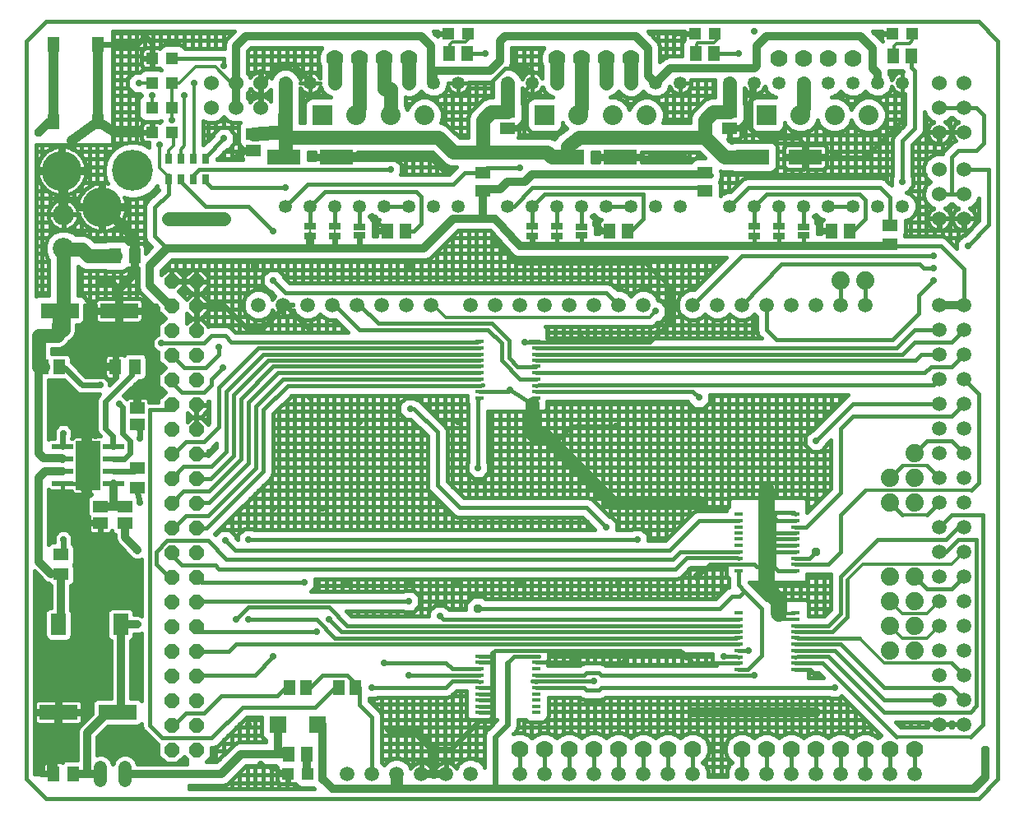
<source format=gtl>
G75*
%MOIN*%
%OFA0B0*%
%FSLAX25Y25*%
%IPPOS*%
%LPD*%
%AMOC8*
5,1,8,0,0,1.08239X$1,22.5*
%
%ADD10C,0.01600*%
%ADD11C,0.05906*%
%ADD12R,0.04724X0.04724*%
%ADD13R,0.05118X0.05906*%
%ADD14C,0.07000*%
%ADD15C,0.05315*%
%ADD16C,0.06000*%
%ADD17R,0.05906X0.05118*%
%ADD18R,0.13780X0.06299*%
%ADD19R,0.08000X0.08000*%
%ADD20C,0.08000*%
%ADD21C,0.08600*%
%ADD22R,0.05118X0.06102*%
%ADD23C,0.00800*%
%ADD24R,0.05000X0.02500*%
%ADD25OC8,0.06000*%
%ADD26R,0.02953X0.04331*%
%ADD27R,0.08661X0.02362*%
%ADD28R,0.10000X0.20000*%
%ADD29R,0.06299X0.05118*%
%ADD30R,0.05118X0.06299*%
%ADD31R,0.15748X0.06299*%
%ADD32R,0.06299X0.08661*%
%ADD33C,0.05400*%
%ADD34R,0.03543X0.01378*%
%ADD35R,0.07087X0.06693*%
%ADD36C,0.07400*%
%ADD37C,0.16598*%
%ADD38C,0.16200*%
%ADD39OC8,0.03562*%
%ADD40OC8,0.02400*%
%ADD41C,0.05600*%
%ADD42OC8,0.02800*%
%ADD43C,0.04000*%
%ADD44C,0.03200*%
%ADD45C,0.02400*%
%ADD46C,0.01200*%
%ADD47R,0.02400X0.02400*%
%ADD48OC8,0.03169*%
%ADD49C,0.06600*%
%ADD50C,0.05000*%
D10*
X0016500Y0009674D02*
X0024374Y0001800D01*
X0402327Y0001800D01*
X0410201Y0009674D01*
X0410201Y0308887D01*
X0402327Y0316761D01*
X0024374Y0316761D01*
X0016500Y0308887D01*
X0016500Y0308800D02*
X0016500Y0009800D01*
X0019700Y0011666D02*
X0019700Y0093943D01*
X0024171Y0089472D01*
X0025289Y0089009D01*
X0025316Y0088944D01*
X0025991Y0088269D01*
X0026500Y0088058D01*
X0026500Y0079043D01*
X0025865Y0079043D01*
X0024983Y0078677D01*
X0024308Y0078002D01*
X0023943Y0077120D01*
X0023943Y0067504D01*
X0024308Y0066622D01*
X0024983Y0065946D01*
X0025865Y0065581D01*
X0033119Y0065581D01*
X0034001Y0065946D01*
X0034676Y0066622D01*
X0035042Y0067504D01*
X0035042Y0077120D01*
X0034676Y0078002D01*
X0034500Y0078178D01*
X0034500Y0088058D01*
X0035009Y0088269D01*
X0035684Y0088944D01*
X0036050Y0089827D01*
X0036050Y0095899D01*
X0035684Y0096782D01*
X0035666Y0096800D01*
X0035684Y0096818D01*
X0036050Y0097701D01*
X0036050Y0103773D01*
X0035684Y0104656D01*
X0035207Y0105133D01*
X0035300Y0105226D01*
X0035300Y0108374D01*
X0033074Y0110600D01*
X0029926Y0110600D01*
X0027700Y0108374D01*
X0027700Y0105696D01*
X0026873Y0105696D01*
X0025991Y0105331D01*
X0025500Y0104840D01*
X0025500Y0127006D01*
X0025828Y0126679D01*
X0026238Y0126442D01*
X0026696Y0126319D01*
X0031264Y0126319D01*
X0034765Y0126319D01*
X0034823Y0126105D01*
X0035060Y0125695D01*
X0035395Y0125360D01*
X0035805Y0125123D01*
X0036263Y0125000D01*
X0040700Y0125000D01*
X0040700Y0136000D01*
X0042300Y0136000D01*
X0042300Y0137600D01*
X0045023Y0137600D01*
X0045354Y0136800D01*
X0045023Y0136000D01*
X0042300Y0136000D01*
X0042300Y0125000D01*
X0042815Y0125000D01*
X0042188Y0124740D01*
X0041513Y0124065D01*
X0041147Y0123183D01*
X0041147Y0117110D01*
X0041513Y0116228D01*
X0041747Y0115993D01*
X0041747Y0113933D01*
X0046020Y0113933D01*
X0046020Y0112974D01*
X0041747Y0112974D01*
X0041747Y0110658D01*
X0041870Y0110200D01*
X0042107Y0109789D01*
X0042442Y0109454D01*
X0042852Y0109217D01*
X0043310Y0109094D01*
X0046020Y0109094D01*
X0046020Y0112974D01*
X0046980Y0112974D01*
X0046980Y0109094D01*
X0049690Y0109094D01*
X0050148Y0109217D01*
X0050558Y0109454D01*
X0050893Y0109789D01*
X0051130Y0110200D01*
X0051172Y0110357D01*
X0051513Y0109535D01*
X0052188Y0108860D01*
X0052500Y0108731D01*
X0052500Y0107895D01*
X0052467Y0107195D01*
X0052500Y0107103D01*
X0052500Y0107004D01*
X0052768Y0106357D01*
X0053005Y0105698D01*
X0053071Y0105625D01*
X0053109Y0105534D01*
X0053604Y0105039D01*
X0059075Y0099021D01*
X0060515Y0098342D01*
X0062104Y0098267D01*
X0063300Y0098696D01*
X0063300Y0075884D01*
X0062296Y0076300D01*
X0060239Y0076300D01*
X0060239Y0077120D01*
X0059873Y0078002D01*
X0059198Y0078677D01*
X0058316Y0079043D01*
X0051062Y0079043D01*
X0050180Y0078677D01*
X0049505Y0078002D01*
X0049139Y0077120D01*
X0049139Y0067504D01*
X0049505Y0066622D01*
X0050180Y0065946D01*
X0050689Y0065736D01*
X0050689Y0042350D01*
X0045156Y0042350D01*
X0044274Y0041984D01*
X0043599Y0041309D01*
X0043234Y0040427D01*
X0043234Y0036191D01*
X0038734Y0031691D01*
X0037609Y0030566D01*
X0037000Y0029096D01*
X0037000Y0017350D01*
X0032401Y0017350D01*
X0031518Y0016984D01*
X0031035Y0016501D01*
X0030817Y0016627D01*
X0030359Y0016750D01*
X0028043Y0016750D01*
X0028043Y0012280D01*
X0027083Y0012280D01*
X0027083Y0016750D01*
X0024767Y0016750D01*
X0024309Y0016627D01*
X0023899Y0016390D01*
X0023564Y0016055D01*
X0023327Y0015644D01*
X0023204Y0015187D01*
X0023204Y0012280D01*
X0027083Y0012280D01*
X0027083Y0011320D01*
X0024090Y0011320D01*
X0019700Y0011666D01*
X0019700Y0012990D02*
X0023204Y0012990D01*
X0023204Y0014588D02*
X0019700Y0014588D01*
X0019700Y0016187D02*
X0023695Y0016187D01*
X0027083Y0016187D02*
X0028043Y0016187D01*
X0028043Y0014588D02*
X0027083Y0014588D01*
X0027083Y0012990D02*
X0028043Y0012990D01*
X0027083Y0011391D02*
X0023193Y0011391D01*
X0019700Y0017785D02*
X0037000Y0017785D01*
X0037000Y0019384D02*
X0019700Y0019384D01*
X0019700Y0020982D02*
X0037000Y0020982D01*
X0037000Y0022581D02*
X0019700Y0022581D01*
X0019700Y0024179D02*
X0037000Y0024179D01*
X0037000Y0025778D02*
X0019700Y0025778D01*
X0019700Y0027376D02*
X0037000Y0027376D01*
X0037000Y0028975D02*
X0019700Y0028975D01*
X0019700Y0030573D02*
X0037616Y0030573D01*
X0037603Y0031850D02*
X0038061Y0031973D01*
X0038471Y0032210D01*
X0038806Y0032545D01*
X0039043Y0032956D01*
X0039166Y0033413D01*
X0039166Y0036025D01*
X0030267Y0036025D01*
X0030267Y0031850D01*
X0037603Y0031850D01*
X0038405Y0032172D02*
X0039215Y0032172D01*
X0039166Y0033770D02*
X0040813Y0033770D01*
X0042412Y0035369D02*
X0039166Y0035369D01*
X0039166Y0037575D02*
X0039166Y0040187D01*
X0039043Y0040644D01*
X0038806Y0041055D01*
X0038471Y0041390D01*
X0038061Y0041627D01*
X0037603Y0041750D01*
X0030267Y0041750D01*
X0030267Y0037575D01*
X0028717Y0037575D01*
X0028717Y0036025D01*
X0019818Y0036025D01*
X0019818Y0033413D01*
X0019941Y0032956D01*
X0020178Y0032545D01*
X0020513Y0032210D01*
X0020923Y0031973D01*
X0021381Y0031850D01*
X0028717Y0031850D01*
X0028717Y0036025D01*
X0030267Y0036025D01*
X0030267Y0037575D01*
X0039166Y0037575D01*
X0039166Y0038566D02*
X0043234Y0038566D01*
X0043234Y0040164D02*
X0039166Y0040164D01*
X0044053Y0041763D02*
X0019700Y0041763D01*
X0020178Y0041055D02*
X0019941Y0040644D01*
X0019818Y0040187D01*
X0019818Y0037575D01*
X0028717Y0037575D01*
X0028717Y0041750D01*
X0021381Y0041750D01*
X0020923Y0041627D01*
X0020513Y0041390D01*
X0020178Y0041055D01*
X0019818Y0040164D02*
X0019700Y0040164D01*
X0019700Y0038566D02*
X0019818Y0038566D01*
X0019700Y0036967D02*
X0028717Y0036967D01*
X0030267Y0036967D02*
X0043234Y0036967D01*
X0049607Y0031250D02*
X0045000Y0026643D01*
X0045000Y0019399D01*
X0045486Y0019600D01*
X0047514Y0019600D01*
X0049389Y0018824D01*
X0050824Y0017389D01*
X0051500Y0015756D01*
X0052176Y0017389D01*
X0053611Y0018824D01*
X0055486Y0019600D01*
X0057514Y0019600D01*
X0059389Y0018824D01*
X0060824Y0017389D01*
X0061482Y0015800D01*
X0081500Y0015800D01*
X0081500Y0017588D01*
X0080358Y0018730D01*
X0077595Y0015967D01*
X0073122Y0015967D01*
X0069958Y0019130D01*
X0069958Y0023475D01*
X0069687Y0023587D01*
X0064687Y0028587D01*
X0063787Y0029487D01*
X0063300Y0030663D01*
X0063300Y0032174D01*
X0062741Y0031616D01*
X0061859Y0031250D01*
X0049607Y0031250D01*
X0048930Y0030573D02*
X0063337Y0030573D01*
X0063297Y0032172D02*
X0063300Y0032172D01*
X0066500Y0031300D02*
X0066500Y0159300D01*
X0074000Y0159300D01*
X0075358Y0161367D01*
X0071203Y0164848D02*
X0056043Y0164848D01*
X0056039Y0164852D02*
X0056039Y0164852D01*
X0055841Y0165050D01*
X0062042Y0171250D01*
X0063473Y0171250D01*
X0064356Y0171616D01*
X0065031Y0172291D01*
X0065396Y0173173D01*
X0065396Y0180427D01*
X0065031Y0181309D01*
X0064356Y0181984D01*
X0063473Y0182350D01*
X0057401Y0182350D01*
X0056518Y0181984D01*
X0056035Y0181501D01*
X0055817Y0181627D01*
X0055359Y0181750D01*
X0053043Y0181750D01*
X0053043Y0177280D01*
X0052083Y0177280D01*
X0052083Y0181750D01*
X0049767Y0181750D01*
X0049309Y0181627D01*
X0048899Y0181390D01*
X0048564Y0181055D01*
X0048327Y0180644D01*
X0048204Y0180187D01*
X0048204Y0177280D01*
X0052083Y0177280D01*
X0052083Y0176320D01*
X0048204Y0176320D01*
X0048204Y0173413D01*
X0048327Y0172956D01*
X0048564Y0172545D01*
X0048899Y0172210D01*
X0049309Y0171973D01*
X0049767Y0171850D01*
X0052083Y0171850D01*
X0052083Y0176320D01*
X0053043Y0176320D01*
X0053043Y0172434D01*
X0050100Y0169491D01*
X0050100Y0170791D01*
X0049552Y0171339D01*
X0049552Y0171339D01*
X0048539Y0172352D01*
X0047991Y0172900D01*
X0040491Y0172900D01*
X0034805Y0178586D01*
X0034805Y0180230D01*
X0034440Y0181112D01*
X0033765Y0181787D01*
X0032883Y0182153D01*
X0026810Y0182153D01*
X0026700Y0182107D01*
X0026700Y0184100D01*
X0028743Y0184100D01*
X0029517Y0184023D01*
X0029770Y0184100D01*
X0030034Y0184100D01*
X0030753Y0184398D01*
X0031497Y0184623D01*
X0031701Y0184790D01*
X0031946Y0184892D01*
X0032495Y0185441D01*
X0033097Y0185934D01*
X0033221Y0186167D01*
X0033408Y0186354D01*
X0033677Y0187004D01*
X0033956Y0187189D01*
X0034446Y0187392D01*
X0034809Y0187755D01*
X0035238Y0188040D01*
X0035534Y0188480D01*
X0035908Y0188854D01*
X0036105Y0189330D01*
X0036392Y0189757D01*
X0036497Y0190276D01*
X0036700Y0190766D01*
X0036700Y0191280D01*
X0036802Y0191784D01*
X0036700Y0192304D01*
X0036700Y0193888D01*
X0038355Y0193888D01*
X0039237Y0194254D01*
X0039913Y0194929D01*
X0040278Y0195811D01*
X0040278Y0201800D01*
X0044346Y0201800D01*
X0044346Y0200213D01*
X0053245Y0200213D01*
X0053245Y0198663D01*
X0054794Y0198663D01*
X0054794Y0194488D01*
X0062131Y0194488D01*
X0062588Y0194611D01*
X0062999Y0194848D01*
X0063334Y0195183D01*
X0063571Y0195593D01*
X0063694Y0196051D01*
X0063694Y0198663D01*
X0054795Y0198663D01*
X0054795Y0200213D01*
X0063694Y0200213D01*
X0063694Y0201800D01*
X0068843Y0201800D01*
X0069958Y0200685D01*
X0069958Y0199130D01*
X0072722Y0196367D01*
X0069958Y0193604D01*
X0069958Y0189900D01*
X0069509Y0189900D01*
X0067400Y0187791D01*
X0067400Y0184809D01*
X0069509Y0182700D01*
X0069958Y0182700D01*
X0069958Y0179130D01*
X0072722Y0176367D01*
X0069958Y0173604D01*
X0069958Y0169130D01*
X0072722Y0166367D01*
X0069958Y0163604D01*
X0069958Y0162500D01*
X0066253Y0162500D01*
X0066253Y0162942D01*
X0066130Y0163400D01*
X0065893Y0163811D01*
X0065558Y0164146D01*
X0065148Y0164383D01*
X0064690Y0164505D01*
X0061980Y0164505D01*
X0061980Y0160626D01*
X0061020Y0160626D01*
X0061020Y0164505D01*
X0058310Y0164505D01*
X0057852Y0164383D01*
X0057442Y0164146D01*
X0057107Y0163811D01*
X0057097Y0163794D01*
X0056039Y0164852D01*
X0057238Y0166447D02*
X0072642Y0166447D01*
X0071043Y0168045D02*
X0058836Y0168045D01*
X0060435Y0169644D02*
X0069958Y0169644D01*
X0069958Y0171242D02*
X0062033Y0171242D01*
X0065258Y0172841D02*
X0069958Y0172841D01*
X0070794Y0174439D02*
X0065396Y0174439D01*
X0065396Y0176038D02*
X0072392Y0176038D01*
X0071452Y0177636D02*
X0065396Y0177636D01*
X0065396Y0179235D02*
X0069958Y0179235D01*
X0069958Y0180833D02*
X0065228Y0180833D01*
X0068179Y0184030D02*
X0029540Y0184030D01*
X0029447Y0184030D02*
X0026700Y0184030D01*
X0026700Y0182432D02*
X0069958Y0182432D01*
X0071000Y0186300D02*
X0088500Y0186300D01*
X0091500Y0189300D01*
X0097000Y0189300D01*
X0099500Y0186800D01*
X0199000Y0186800D01*
X0199984Y0186977D01*
X0199984Y0184418D02*
X0199000Y0184300D01*
X0110500Y0184300D01*
X0094500Y0168300D01*
X0094500Y0152300D01*
X0088500Y0146300D01*
X0081000Y0146300D01*
X0076500Y0141800D01*
X0075358Y0141367D01*
X0080291Y0136300D02*
X0075358Y0131367D01*
X0080291Y0136300D02*
X0091500Y0136300D01*
X0097500Y0142300D01*
X0097500Y0166800D01*
X0112559Y0181859D01*
X0199984Y0181859D01*
X0199984Y0179477D02*
X0199000Y0179300D01*
X0114500Y0179300D01*
X0100500Y0165300D01*
X0100500Y0140800D01*
X0091000Y0131300D01*
X0085791Y0131300D01*
X0090500Y0126300D02*
X0080291Y0126300D01*
X0075358Y0121367D01*
X0081000Y0116300D02*
X0090000Y0116300D01*
X0109500Y0135800D01*
X0109500Y0160800D01*
X0120500Y0171800D01*
X0199984Y0171800D01*
X0199984Y0169241D02*
X0122441Y0169241D01*
X0112500Y0159300D01*
X0112500Y0134300D01*
X0089567Y0111367D01*
X0085358Y0111367D01*
X0081000Y0116300D02*
X0076500Y0111800D01*
X0075358Y0111367D01*
X0073500Y0106300D02*
X0090000Y0106300D01*
X0097500Y0098800D01*
X0278500Y0098800D01*
X0281500Y0101800D01*
X0304984Y0101800D01*
X0304543Y0099300D02*
X0304984Y0099241D01*
X0304543Y0099300D02*
X0284000Y0099300D01*
X0279500Y0094800D01*
X0094500Y0094800D01*
X0093000Y0096300D01*
X0079500Y0096300D01*
X0076500Y0099300D01*
X0075358Y0101367D01*
X0073500Y0106300D02*
X0069000Y0101800D01*
X0069000Y0096800D01*
X0074000Y0091800D01*
X0075358Y0091367D01*
X0085358Y0091367D02*
X0087500Y0089300D01*
X0129000Y0089300D01*
X0131723Y0085800D02*
X0133400Y0087477D01*
X0133400Y0090800D01*
X0280296Y0090800D01*
X0281766Y0091409D01*
X0285657Y0095300D01*
X0300013Y0095300D01*
X0300013Y0092797D01*
X0300500Y0091621D01*
X0300984Y0091137D01*
X0300984Y0087520D01*
X0300991Y0087504D01*
X0300234Y0087191D01*
X0299109Y0086066D01*
X0295843Y0082800D01*
X0202544Y0082800D01*
X0201563Y0083781D01*
X0197437Y0083781D01*
X0194519Y0080863D01*
X0194519Y0078300D01*
X0187723Y0078300D01*
X0185823Y0080200D01*
X0182177Y0080200D01*
X0179600Y0077623D01*
X0179600Y0075800D01*
X0148157Y0075800D01*
X0146157Y0077800D01*
X0169277Y0077800D01*
X0169677Y0077400D01*
X0173323Y0077400D01*
X0175900Y0079977D01*
X0175900Y0083623D01*
X0173323Y0086200D01*
X0169677Y0086200D01*
X0169277Y0085800D01*
X0131723Y0085800D01*
X0133400Y0088200D02*
X0300984Y0088200D01*
X0300721Y0091400D02*
X0281744Y0091400D01*
X0282100Y0091743D02*
X0282100Y0082800D01*
X0278900Y0082800D02*
X0278900Y0090800D01*
X0275700Y0090800D02*
X0275700Y0082800D01*
X0272500Y0082800D02*
X0272500Y0090800D01*
X0269300Y0090800D02*
X0269300Y0082800D01*
X0266100Y0082800D02*
X0266100Y0090800D01*
X0262900Y0090800D02*
X0262900Y0082800D01*
X0259700Y0082800D02*
X0259700Y0090800D01*
X0256500Y0090800D02*
X0256500Y0082800D01*
X0253300Y0082800D02*
X0253300Y0090800D01*
X0250100Y0090800D02*
X0250100Y0082800D01*
X0246900Y0082800D02*
X0246900Y0090800D01*
X0243700Y0090800D02*
X0243700Y0082800D01*
X0240500Y0082800D02*
X0240500Y0090800D01*
X0237300Y0090800D02*
X0237300Y0082800D01*
X0234100Y0082800D02*
X0234100Y0090800D01*
X0230900Y0090800D02*
X0230900Y0082800D01*
X0227700Y0082800D02*
X0227700Y0090800D01*
X0224500Y0090800D02*
X0224500Y0082800D01*
X0221300Y0082800D02*
X0221300Y0090800D01*
X0218100Y0090800D02*
X0218100Y0082800D01*
X0214900Y0082800D02*
X0214900Y0090800D01*
X0211700Y0090800D02*
X0211700Y0082800D01*
X0208500Y0082800D02*
X0208500Y0090800D01*
X0205300Y0090800D02*
X0205300Y0082800D01*
X0202100Y0083244D02*
X0202100Y0090800D01*
X0198900Y0090800D02*
X0198900Y0083781D01*
X0195700Y0082044D02*
X0195700Y0090800D01*
X0192500Y0090800D02*
X0192500Y0078300D01*
X0194519Y0078600D02*
X0187423Y0078600D01*
X0186100Y0079923D02*
X0186100Y0090800D01*
X0182900Y0090800D02*
X0182900Y0080200D01*
X0180577Y0078600D02*
X0174523Y0078600D01*
X0173300Y0077400D02*
X0173300Y0075800D01*
X0170100Y0075800D02*
X0170100Y0077400D01*
X0166900Y0077800D02*
X0166900Y0075800D01*
X0163700Y0075800D02*
X0163700Y0077800D01*
X0160500Y0077800D02*
X0160500Y0075800D01*
X0157300Y0075800D02*
X0157300Y0077800D01*
X0154100Y0077800D02*
X0154100Y0075800D01*
X0150900Y0075800D02*
X0150900Y0077800D01*
X0147700Y0077800D02*
X0147700Y0076257D01*
X0146500Y0071800D02*
X0139000Y0079300D01*
X0106500Y0079300D01*
X0101500Y0074300D01*
X0106500Y0074300D02*
X0134000Y0074300D01*
X0141500Y0066800D01*
X0304000Y0066800D01*
X0304984Y0066918D01*
X0304984Y0064359D02*
X0304000Y0064300D01*
X0101500Y0064300D01*
X0098500Y0061300D01*
X0088500Y0061300D01*
X0085358Y0061367D01*
X0087000Y0069300D02*
X0085358Y0071367D01*
X0087000Y0069300D02*
X0134000Y0069300D01*
X0139000Y0074300D02*
X0144000Y0069300D01*
X0304000Y0069300D01*
X0304984Y0069477D01*
X0304984Y0071859D02*
X0304000Y0071800D01*
X0146500Y0071800D01*
X0161500Y0056800D02*
X0186500Y0056800D01*
X0189000Y0054300D01*
X0199000Y0054300D01*
X0199984Y0054359D01*
X0199984Y0051800D02*
X0171500Y0051800D01*
X0170100Y0042800D02*
X0170100Y0016901D01*
X0169985Y0017016D02*
X0167724Y0017953D01*
X0165276Y0017953D01*
X0163015Y0017016D01*
X0161500Y0015501D01*
X0160500Y0016501D01*
X0160500Y0042800D01*
X0158723Y0042800D02*
X0158323Y0042400D01*
X0155500Y0042400D01*
X0155500Y0041457D01*
X0158766Y0038191D01*
X0159891Y0037066D01*
X0160500Y0035596D01*
X0160500Y0016501D01*
X0160500Y0017800D02*
X0164907Y0017800D01*
X0163700Y0017300D02*
X0163700Y0042800D01*
X0166900Y0042800D02*
X0166900Y0017953D01*
X0168093Y0017800D02*
X0194907Y0017800D01*
X0195276Y0017953D02*
X0193015Y0017016D01*
X0191284Y0015285D01*
X0190734Y0013958D01*
X0190565Y0014291D01*
X0190125Y0014896D01*
X0189596Y0015425D01*
X0188991Y0015865D01*
X0188324Y0016205D01*
X0187613Y0016436D01*
X0186874Y0016553D01*
X0186684Y0016553D01*
X0186684Y0011984D01*
X0186316Y0011984D01*
X0186316Y0011616D01*
X0181747Y0011616D01*
X0181747Y0011426D01*
X0181864Y0010687D01*
X0181893Y0010600D01*
X0181107Y0010600D01*
X0181136Y0010687D01*
X0181253Y0011426D01*
X0181253Y0011616D01*
X0176684Y0011616D01*
X0176684Y0011984D01*
X0176316Y0011984D01*
X0176316Y0016553D01*
X0176126Y0016553D01*
X0175387Y0016436D01*
X0174676Y0016205D01*
X0174009Y0015865D01*
X0173404Y0015425D01*
X0172875Y0014896D01*
X0172435Y0014291D01*
X0172266Y0013958D01*
X0171716Y0015285D01*
X0169985Y0017016D01*
X0172000Y0014600D02*
X0172660Y0014600D01*
X0173300Y0015321D02*
X0173300Y0042800D01*
X0176500Y0042800D02*
X0176500Y0011984D01*
X0176684Y0011984D02*
X0176684Y0016553D01*
X0176874Y0016553D01*
X0177613Y0016436D01*
X0178324Y0016205D01*
X0178991Y0015865D01*
X0179596Y0015425D01*
X0180125Y0014896D01*
X0180565Y0014291D01*
X0180905Y0013624D01*
X0181136Y0012913D01*
X0181253Y0012174D01*
X0181253Y0011984D01*
X0176684Y0011984D01*
X0176684Y0014600D02*
X0176316Y0014600D01*
X0179700Y0015321D02*
X0179700Y0042800D01*
X0182900Y0042800D02*
X0182900Y0014921D01*
X0182875Y0014896D02*
X0182435Y0014291D01*
X0182095Y0013624D01*
X0181864Y0012913D01*
X0181747Y0012174D01*
X0181747Y0011984D01*
X0186316Y0011984D01*
X0186316Y0016553D01*
X0186126Y0016553D01*
X0185387Y0016436D01*
X0184676Y0016205D01*
X0184009Y0015865D01*
X0183404Y0015425D01*
X0182875Y0014896D01*
X0182660Y0014600D02*
X0180340Y0014600D01*
X0179700Y0011984D02*
X0179700Y0011616D01*
X0181249Y0011400D02*
X0181751Y0011400D01*
X0182900Y0011616D02*
X0182900Y0011984D01*
X0186100Y0011984D02*
X0186100Y0011616D01*
X0186316Y0014600D02*
X0186684Y0014600D01*
X0186100Y0016549D02*
X0186100Y0042800D01*
X0187296Y0042800D02*
X0188766Y0043409D01*
X0189891Y0044534D01*
X0190657Y0045300D01*
X0194900Y0045300D01*
X0194900Y0034637D01*
X0195837Y0033700D01*
X0207100Y0033700D01*
X0207100Y0033623D01*
X0204008Y0030530D01*
X0202770Y0029292D01*
X0202100Y0027675D01*
X0202100Y0033700D01*
X0205300Y0033700D02*
X0205300Y0031823D01*
X0204077Y0030600D02*
X0160500Y0030600D01*
X0160500Y0027400D02*
X0202100Y0027400D01*
X0202100Y0027675D02*
X0202100Y0014358D01*
X0201716Y0015285D01*
X0199985Y0017016D01*
X0197724Y0017953D01*
X0195276Y0017953D01*
X0195700Y0017953D02*
X0195700Y0033837D01*
X0195737Y0033800D02*
X0160500Y0033800D01*
X0159918Y0037000D02*
X0194900Y0037000D01*
X0194900Y0040200D02*
X0156757Y0040200D01*
X0157300Y0039657D02*
X0157300Y0042400D01*
X0158723Y0042800D02*
X0187296Y0042800D01*
X0188744Y0043400D02*
X0194900Y0043400D01*
X0192500Y0045300D02*
X0192500Y0016501D01*
X0191000Y0014600D02*
X0190340Y0014600D01*
X0189300Y0015640D02*
X0189300Y0043943D01*
X0186500Y0046800D02*
X0156500Y0046800D01*
X0151500Y0046800D02*
X0149846Y0046800D01*
X0151500Y0046800D02*
X0146500Y0051800D01*
X0136500Y0051800D01*
X0131500Y0046800D01*
X0129846Y0046800D01*
X0123154Y0046800D02*
X0121500Y0046800D01*
X0118000Y0043300D01*
X0095500Y0043300D01*
X0088500Y0036300D01*
X0081000Y0036300D01*
X0076500Y0031800D01*
X0075358Y0031367D01*
X0071500Y0026300D02*
X0066500Y0031300D01*
X0064300Y0028975D02*
X0047332Y0028975D01*
X0045733Y0027376D02*
X0065898Y0027376D01*
X0067497Y0025778D02*
X0045000Y0025778D01*
X0045000Y0024179D02*
X0069095Y0024179D01*
X0069958Y0022581D02*
X0045000Y0022581D01*
X0045000Y0020982D02*
X0069958Y0020982D01*
X0069958Y0019384D02*
X0058037Y0019384D01*
X0060427Y0017785D02*
X0071303Y0017785D01*
X0072902Y0016187D02*
X0061322Y0016187D01*
X0054963Y0019384D02*
X0048037Y0019384D01*
X0050427Y0017785D02*
X0052573Y0017785D01*
X0051678Y0016187D02*
X0051322Y0016187D01*
X0071500Y0026300D02*
X0091500Y0026300D01*
X0104000Y0038800D01*
X0133500Y0038800D01*
X0141500Y0046800D01*
X0143154Y0046800D01*
X0151500Y0046800D02*
X0151500Y0039800D01*
X0156500Y0034800D01*
X0156500Y0011800D01*
X0160500Y0021000D02*
X0202100Y0021000D01*
X0202100Y0017800D02*
X0198093Y0017800D01*
X0198900Y0017466D02*
X0198900Y0033700D01*
X0199984Y0036623D02*
X0205323Y0036623D01*
X0205382Y0039182D02*
X0199984Y0039182D01*
X0199984Y0041741D02*
X0205441Y0041741D01*
X0205323Y0044123D02*
X0199984Y0044123D01*
X0199984Y0046682D02*
X0205118Y0046682D01*
X0199984Y0049241D02*
X0199000Y0049300D01*
X0189000Y0049300D01*
X0186500Y0046800D01*
X0199984Y0056918D02*
X0205382Y0056918D01*
X0205323Y0059477D02*
X0199984Y0059477D01*
X0205500Y0060800D02*
X0206500Y0061800D01*
X0281500Y0061800D01*
X0284500Y0059300D01*
X0286618Y0056682D01*
X0304984Y0056682D01*
X0304984Y0059241D02*
X0304000Y0059300D01*
X0299000Y0059300D01*
X0295877Y0056200D02*
X0250744Y0056200D01*
X0250766Y0056191D02*
X0249296Y0056800D01*
X0242704Y0056800D01*
X0241234Y0056191D01*
X0240843Y0055800D01*
X0227940Y0055800D01*
X0227500Y0056861D01*
X0227443Y0056918D01*
X0227500Y0056976D01*
X0227987Y0058152D01*
X0227987Y0058873D01*
X0228078Y0059374D01*
X0227987Y0059789D01*
X0227987Y0060300D01*
X0294600Y0060300D01*
X0294600Y0057477D01*
X0296277Y0055800D01*
X0251157Y0055800D01*
X0250766Y0056191D01*
X0250100Y0056467D02*
X0250100Y0060300D01*
X0246900Y0060300D02*
X0246900Y0056800D01*
X0243700Y0056800D02*
X0243700Y0060300D01*
X0240500Y0060300D02*
X0240500Y0055800D01*
X0241256Y0056200D02*
X0227774Y0056200D01*
X0227700Y0056378D02*
X0227700Y0057458D01*
X0228072Y0059400D02*
X0294600Y0059400D01*
X0294900Y0057177D02*
X0294900Y0055800D01*
X0291700Y0055800D02*
X0291700Y0060300D01*
X0288500Y0060300D02*
X0288500Y0055800D01*
X0285300Y0055800D02*
X0285300Y0060300D01*
X0282100Y0060300D02*
X0282100Y0055800D01*
X0278900Y0055800D02*
X0278900Y0060300D01*
X0275700Y0060300D02*
X0275700Y0055800D01*
X0272500Y0055800D02*
X0272500Y0060300D01*
X0269300Y0060300D02*
X0269300Y0055800D01*
X0266100Y0055800D02*
X0266100Y0060300D01*
X0262900Y0060300D02*
X0262900Y0055800D01*
X0259700Y0055800D02*
X0259700Y0060300D01*
X0256500Y0060300D02*
X0256500Y0055800D01*
X0253300Y0055800D02*
X0253300Y0060300D01*
X0248500Y0052800D02*
X0243500Y0052800D01*
X0242500Y0051800D01*
X0223016Y0051800D01*
X0223016Y0049241D02*
X0221500Y0049300D01*
X0246500Y0049300D01*
X0249500Y0046800D02*
X0248500Y0045800D01*
X0243500Y0045800D01*
X0242500Y0046800D01*
X0224000Y0046800D01*
X0223016Y0046682D01*
X0227987Y0042800D02*
X0240843Y0042800D01*
X0241234Y0042409D01*
X0242704Y0041800D01*
X0249296Y0041800D01*
X0250766Y0042409D01*
X0251157Y0042800D01*
X0341777Y0042800D01*
X0342177Y0042400D01*
X0345823Y0042400D01*
X0346783Y0043360D01*
X0362684Y0027459D01*
X0361500Y0026275D01*
X0360295Y0027480D01*
X0357833Y0028500D01*
X0355167Y0028500D01*
X0352705Y0027480D01*
X0351500Y0026275D01*
X0350295Y0027480D01*
X0347833Y0028500D01*
X0345167Y0028500D01*
X0342705Y0027480D01*
X0341500Y0026275D01*
X0340295Y0027480D01*
X0337833Y0028500D01*
X0335167Y0028500D01*
X0332705Y0027480D01*
X0331500Y0026275D01*
X0330295Y0027480D01*
X0327833Y0028500D01*
X0325167Y0028500D01*
X0322705Y0027480D01*
X0321500Y0026275D01*
X0320295Y0027480D01*
X0317833Y0028500D01*
X0315167Y0028500D01*
X0312705Y0027480D01*
X0311500Y0026275D01*
X0310295Y0027480D01*
X0307833Y0028500D01*
X0305167Y0028500D01*
X0302705Y0027480D01*
X0300820Y0025595D01*
X0299800Y0023133D01*
X0299800Y0020467D01*
X0300820Y0018005D01*
X0302412Y0016413D01*
X0301284Y0015285D01*
X0300347Y0013024D01*
X0300347Y0010600D01*
X0292653Y0010600D01*
X0292653Y0013024D01*
X0291716Y0015285D01*
X0290588Y0016413D01*
X0292180Y0018005D01*
X0293200Y0020467D01*
X0293200Y0023133D01*
X0292180Y0025595D01*
X0290295Y0027480D01*
X0287833Y0028500D01*
X0285167Y0028500D01*
X0282705Y0027480D01*
X0281500Y0026275D01*
X0280295Y0027480D01*
X0277833Y0028500D01*
X0275167Y0028500D01*
X0272705Y0027480D01*
X0271500Y0026275D01*
X0270295Y0027480D01*
X0267833Y0028500D01*
X0265167Y0028500D01*
X0262705Y0027480D01*
X0261500Y0026275D01*
X0260295Y0027480D01*
X0257833Y0028500D01*
X0255167Y0028500D01*
X0252705Y0027480D01*
X0251500Y0026275D01*
X0250295Y0027480D01*
X0247833Y0028500D01*
X0245167Y0028500D01*
X0242705Y0027480D01*
X0241500Y0026275D01*
X0240295Y0027480D01*
X0237833Y0028500D01*
X0235167Y0028500D01*
X0232705Y0027480D01*
X0231500Y0026275D01*
X0230295Y0027480D01*
X0227833Y0028500D01*
X0225167Y0028500D01*
X0222705Y0027480D01*
X0221500Y0026275D01*
X0220295Y0027480D01*
X0217833Y0028500D01*
X0215167Y0028500D01*
X0213896Y0027973D01*
X0213992Y0028070D01*
X0215230Y0029308D01*
X0215900Y0030925D01*
X0215900Y0033700D01*
X0218952Y0033700D01*
X0219431Y0033221D01*
X0220608Y0032734D01*
X0225424Y0032734D01*
X0226600Y0033221D01*
X0227500Y0034121D01*
X0227987Y0035297D01*
X0227987Y0042800D01*
X0227987Y0040200D02*
X0349943Y0040200D01*
X0349300Y0040843D02*
X0349300Y0027892D01*
X0350375Y0027400D02*
X0352625Y0027400D01*
X0352500Y0027275D02*
X0352500Y0037643D01*
X0353143Y0037000D02*
X0227987Y0037000D01*
X0227700Y0034604D02*
X0227700Y0028500D01*
X0230375Y0027400D02*
X0232625Y0027400D01*
X0234100Y0028058D02*
X0234100Y0042800D01*
X0237300Y0042800D02*
X0237300Y0028500D01*
X0240375Y0027400D02*
X0242625Y0027400D01*
X0243700Y0027892D02*
X0243700Y0041800D01*
X0246900Y0041800D02*
X0246900Y0028500D01*
X0250100Y0027561D02*
X0250100Y0042133D01*
X0253300Y0042800D02*
X0253300Y0027727D01*
X0252625Y0027400D02*
X0250375Y0027400D01*
X0256500Y0028500D02*
X0256500Y0042800D01*
X0259700Y0042800D02*
X0259700Y0027727D01*
X0260375Y0027400D02*
X0262625Y0027400D01*
X0262900Y0027561D02*
X0262900Y0042800D01*
X0266100Y0042800D02*
X0266100Y0028500D01*
X0269300Y0027892D02*
X0269300Y0042800D01*
X0272500Y0042800D02*
X0272500Y0027275D01*
X0272625Y0027400D02*
X0270375Y0027400D01*
X0275700Y0028500D02*
X0275700Y0042800D01*
X0278900Y0042800D02*
X0278900Y0028058D01*
X0280375Y0027400D02*
X0282625Y0027400D01*
X0282100Y0026875D02*
X0282100Y0042800D01*
X0285300Y0042800D02*
X0285300Y0028500D01*
X0288500Y0028224D02*
X0288500Y0042800D01*
X0291700Y0042800D02*
X0291700Y0026075D01*
X0290375Y0027400D02*
X0302625Y0027400D01*
X0301300Y0026075D02*
X0301300Y0042800D01*
X0304500Y0042800D02*
X0304500Y0028224D01*
X0307700Y0028500D02*
X0307700Y0042800D01*
X0310900Y0042800D02*
X0310900Y0026875D01*
X0310375Y0027400D02*
X0312625Y0027400D01*
X0314100Y0028058D02*
X0314100Y0042800D01*
X0317300Y0042800D02*
X0317300Y0028500D01*
X0320375Y0027400D02*
X0322625Y0027400D01*
X0323700Y0027892D02*
X0323700Y0042800D01*
X0320500Y0042800D02*
X0320500Y0027275D01*
X0326900Y0028500D02*
X0326900Y0042800D01*
X0330100Y0042800D02*
X0330100Y0027561D01*
X0330375Y0027400D02*
X0332625Y0027400D01*
X0333300Y0027727D02*
X0333300Y0042800D01*
X0336500Y0042800D02*
X0336500Y0028500D01*
X0339700Y0027727D02*
X0339700Y0042800D01*
X0342900Y0042400D02*
X0342900Y0027561D01*
X0342625Y0027400D02*
X0340375Y0027400D01*
X0346100Y0028500D02*
X0346100Y0042677D01*
X0344000Y0046800D02*
X0249500Y0046800D01*
X0249500Y0051800D02*
X0248500Y0052800D01*
X0249500Y0051800D02*
X0311500Y0051800D01*
X0308823Y0054123D02*
X0304984Y0054123D01*
X0308823Y0054123D02*
X0314500Y0059800D01*
X0314500Y0078800D01*
X0307500Y0085800D01*
X0305500Y0083800D01*
X0302500Y0083800D01*
X0297500Y0078800D01*
X0199500Y0078800D01*
X0195456Y0081800D02*
X0175900Y0081800D01*
X0174523Y0085000D02*
X0298043Y0085000D01*
X0298100Y0085057D02*
X0298100Y0095300D01*
X0300013Y0094600D02*
X0284957Y0094600D01*
X0285300Y0094943D02*
X0285300Y0082800D01*
X0288500Y0082800D02*
X0288500Y0095300D01*
X0291700Y0095300D02*
X0291700Y0082800D01*
X0294900Y0082800D02*
X0294900Y0095300D01*
X0293382Y0096682D02*
X0288500Y0091800D01*
X0293382Y0096682D02*
X0304984Y0096682D01*
X0305102Y0096800D01*
X0311500Y0096800D01*
X0312500Y0095800D01*
X0319500Y0095800D01*
X0319500Y0102300D01*
X0319500Y0104300D01*
X0319500Y0106800D01*
X0319500Y0109800D01*
X0319500Y0115800D01*
X0320882Y0114418D01*
X0328016Y0114418D01*
X0328016Y0111859D02*
X0332559Y0111859D01*
X0346500Y0125800D01*
X0346500Y0151800D01*
X0351500Y0156800D01*
X0391500Y0156800D01*
X0396500Y0161800D01*
X0402500Y0165800D02*
X0396500Y0171800D01*
X0391500Y0176800D02*
X0396500Y0181800D01*
X0391500Y0176800D02*
X0383000Y0176800D01*
X0380559Y0174359D01*
X0223016Y0174359D01*
X0222898Y0176800D02*
X0223016Y0176918D01*
X0222898Y0176800D02*
X0215500Y0176800D01*
X0212000Y0180300D01*
X0212000Y0187300D01*
X0205000Y0194300D01*
X0159000Y0194300D01*
X0151500Y0201800D01*
X0150500Y0201800D01*
X0143843Y0193800D02*
X0089713Y0193800D01*
X0090100Y0193413D02*
X0090100Y0199320D01*
X0090158Y0199379D02*
X0090158Y0201167D01*
X0085558Y0201167D01*
X0085558Y0196567D01*
X0087346Y0196567D01*
X0090158Y0199379D01*
X0090158Y0200200D02*
X0104503Y0200200D01*
X0104347Y0200576D02*
X0104347Y0203024D01*
X0105284Y0205285D01*
X0107015Y0207016D01*
X0109276Y0207953D01*
X0111724Y0207953D01*
X0113985Y0207016D01*
X0115716Y0205285D01*
X0116266Y0203958D01*
X0116435Y0204291D01*
X0116875Y0204896D01*
X0117311Y0205332D01*
X0115243Y0207400D01*
X0114677Y0207400D01*
X0112100Y0209977D01*
X0112100Y0213623D01*
X0114677Y0216200D01*
X0118323Y0216200D01*
X0120900Y0213623D01*
X0120900Y0213057D01*
X0123157Y0210800D01*
X0252296Y0210800D01*
X0253766Y0210191D01*
X0256004Y0207953D01*
X0257724Y0207953D01*
X0259985Y0207016D01*
X0261500Y0205501D01*
X0263015Y0207016D01*
X0265276Y0207953D01*
X0267724Y0207953D01*
X0269985Y0207016D01*
X0271716Y0205285D01*
X0272373Y0203700D01*
X0273323Y0203700D01*
X0275900Y0201123D01*
X0275900Y0197477D01*
X0273323Y0194900D01*
X0272474Y0194900D01*
X0272221Y0194647D01*
X0271153Y0193579D01*
X0269756Y0193000D01*
X0226780Y0193000D01*
X0227400Y0192380D01*
X0227400Y0188300D01*
X0314343Y0188300D01*
X0314234Y0188409D01*
X0313109Y0189534D01*
X0312500Y0191004D01*
X0312500Y0197099D01*
X0311500Y0198099D01*
X0309985Y0196584D01*
X0307724Y0195647D01*
X0305276Y0195647D01*
X0303015Y0196584D01*
X0301500Y0198099D01*
X0299985Y0196584D01*
X0297724Y0195647D01*
X0295276Y0195647D01*
X0293015Y0196584D01*
X0291500Y0198099D01*
X0289985Y0196584D01*
X0287724Y0195647D01*
X0285276Y0195647D01*
X0283015Y0196584D01*
X0281284Y0198315D01*
X0280347Y0200576D01*
X0280347Y0203024D01*
X0281284Y0205285D01*
X0283015Y0207016D01*
X0285276Y0207953D01*
X0286996Y0207953D01*
X0300043Y0221000D01*
X0217337Y0221000D01*
X0217225Y0220960D01*
X0216386Y0221000D01*
X0215545Y0221000D01*
X0215436Y0221045D01*
X0215318Y0221051D01*
X0214558Y0221409D01*
X0213781Y0221731D01*
X0213697Y0221814D01*
X0213591Y0221865D01*
X0213025Y0222487D01*
X0212431Y0223081D01*
X0212386Y0223190D01*
X0204377Y0232000D01*
X0191488Y0232000D01*
X0181569Y0222081D01*
X0180219Y0220731D01*
X0178455Y0220000D01*
X0075488Y0220000D01*
X0071300Y0215812D01*
X0071300Y0214097D01*
X0073370Y0216167D01*
X0075158Y0216167D01*
X0075158Y0211567D01*
X0075558Y0211567D01*
X0075558Y0216167D01*
X0077346Y0216167D01*
X0080158Y0213355D01*
X0080158Y0211567D01*
X0075558Y0211567D01*
X0075558Y0211167D01*
X0080158Y0211167D01*
X0080158Y0209379D01*
X0078136Y0207357D01*
X0081348Y0204145D01*
X0083370Y0206167D01*
X0085158Y0206167D01*
X0085158Y0201567D01*
X0085558Y0201567D01*
X0085558Y0206167D01*
X0087346Y0206167D01*
X0090158Y0203355D01*
X0090158Y0201567D01*
X0085558Y0201567D01*
X0085558Y0201167D01*
X0085158Y0201167D01*
X0085158Y0196567D01*
X0083370Y0196567D01*
X0081517Y0198420D01*
X0081538Y0194334D01*
X0083370Y0196167D01*
X0085158Y0196167D01*
X0085158Y0191567D01*
X0085558Y0191567D01*
X0085558Y0196167D01*
X0087346Y0196167D01*
X0090158Y0193355D01*
X0090158Y0193074D01*
X0090704Y0193300D01*
X0097796Y0193300D01*
X0099266Y0192691D01*
X0100391Y0191566D01*
X0101157Y0190800D01*
X0146843Y0190800D01*
X0141916Y0195727D01*
X0141724Y0195647D01*
X0139276Y0195647D01*
X0137015Y0196584D01*
X0135500Y0198099D01*
X0133985Y0196584D01*
X0131724Y0195647D01*
X0129276Y0195647D01*
X0127015Y0196584D01*
X0125284Y0198315D01*
X0124734Y0199642D01*
X0124565Y0199309D01*
X0124125Y0198704D01*
X0123596Y0198175D01*
X0122991Y0197735D01*
X0122324Y0197395D01*
X0121613Y0197164D01*
X0120874Y0197047D01*
X0120684Y0197047D01*
X0120684Y0201616D01*
X0120316Y0201616D01*
X0120316Y0197047D01*
X0120126Y0197047D01*
X0119387Y0197164D01*
X0118676Y0197395D01*
X0118009Y0197735D01*
X0117404Y0198175D01*
X0116875Y0198704D01*
X0116435Y0199309D01*
X0116266Y0199642D01*
X0115716Y0198315D01*
X0113985Y0196584D01*
X0111724Y0195647D01*
X0109276Y0195647D01*
X0107015Y0196584D01*
X0105284Y0198315D01*
X0104347Y0200576D01*
X0104503Y0203400D02*
X0090113Y0203400D01*
X0090100Y0203413D02*
X0090100Y0209320D01*
X0090158Y0209379D02*
X0090158Y0211167D01*
X0085558Y0211167D01*
X0085558Y0206567D01*
X0087346Y0206567D01*
X0090158Y0209379D01*
X0090158Y0209800D02*
X0112277Y0209800D01*
X0112500Y0209577D02*
X0112500Y0207631D01*
X0114401Y0206600D02*
X0116043Y0206600D01*
X0115700Y0206943D02*
X0115700Y0205301D01*
X0120684Y0201984D02*
X0124347Y0201984D01*
X0124347Y0201616D01*
X0120684Y0201616D01*
X0120684Y0201984D01*
X0122100Y0201984D02*
X0122100Y0201616D01*
X0120684Y0200200D02*
X0120316Y0200200D01*
X0118900Y0197323D02*
X0118900Y0190800D01*
X0115700Y0190800D02*
X0115700Y0198299D01*
X0114401Y0197000D02*
X0126599Y0197000D01*
X0125300Y0198299D02*
X0125300Y0190800D01*
X0122100Y0190800D02*
X0122100Y0197323D01*
X0128500Y0195969D02*
X0128500Y0190800D01*
X0131700Y0190800D02*
X0131700Y0195647D01*
X0134401Y0197000D02*
X0136599Y0197000D01*
X0138100Y0196134D02*
X0138100Y0190800D01*
X0141300Y0190800D02*
X0141300Y0195647D01*
X0144500Y0193143D02*
X0144500Y0190800D01*
X0151500Y0191800D02*
X0203500Y0191800D01*
X0209000Y0186300D01*
X0209000Y0179300D01*
X0216500Y0171800D01*
X0223016Y0171800D01*
X0223016Y0169241D02*
X0224000Y0169300D01*
X0384000Y0169300D01*
X0386500Y0171800D01*
X0376677Y0179477D02*
X0379000Y0181800D01*
X0386500Y0181800D01*
X0391500Y0186800D02*
X0376500Y0186800D01*
X0371559Y0181859D01*
X0223016Y0181859D01*
X0223016Y0179477D02*
X0376677Y0179477D01*
X0369000Y0184300D02*
X0376500Y0191800D01*
X0386500Y0191800D01*
X0391500Y0186800D02*
X0396500Y0191800D01*
X0396500Y0201800D02*
X0396500Y0216300D01*
X0387000Y0225800D01*
X0367000Y0225800D01*
X0367500Y0226300D01*
X0366500Y0226560D01*
X0367000Y0225800D02*
X0365500Y0225800D01*
X0372634Y0229800D02*
X0372427Y0230300D01*
X0372653Y0230845D01*
X0372653Y0235943D01*
X0372665Y0235943D01*
X0374818Y0236834D01*
X0376466Y0238482D01*
X0377357Y0240635D01*
X0377357Y0242965D01*
X0376466Y0245118D01*
X0374818Y0246766D01*
X0373287Y0247400D01*
X0373323Y0247400D01*
X0375900Y0249977D01*
X0375900Y0253623D01*
X0375500Y0254023D01*
X0375500Y0266643D01*
X0379891Y0271034D01*
X0380500Y0272504D01*
X0380500Y0280084D01*
X0381244Y0278288D01*
X0382988Y0276544D01*
X0384229Y0276030D01*
X0383984Y0275905D01*
X0383373Y0275461D01*
X0382839Y0274927D01*
X0382395Y0274316D01*
X0382052Y0273643D01*
X0381818Y0272924D01*
X0381700Y0272178D01*
X0381700Y0272000D01*
X0386300Y0272000D01*
X0386300Y0271600D01*
X0386700Y0271600D01*
X0386700Y0272000D01*
X0391300Y0272000D01*
X0391300Y0272178D01*
X0391182Y0272924D01*
X0390948Y0273643D01*
X0390605Y0274316D01*
X0390161Y0274927D01*
X0389627Y0275461D01*
X0389016Y0275905D01*
X0388771Y0276030D01*
X0390012Y0276544D01*
X0391268Y0277800D01*
X0391732Y0277800D01*
X0392988Y0276544D01*
X0394229Y0276030D01*
X0393984Y0275905D01*
X0393373Y0275461D01*
X0392839Y0274927D01*
X0392395Y0274316D01*
X0392052Y0273643D01*
X0391818Y0272924D01*
X0391700Y0272178D01*
X0391700Y0272000D01*
X0396300Y0272000D01*
X0396300Y0271600D01*
X0391700Y0271600D01*
X0391700Y0271422D01*
X0391818Y0270676D01*
X0392052Y0269957D01*
X0392395Y0269284D01*
X0392839Y0268673D01*
X0393212Y0268300D01*
X0393204Y0268300D01*
X0391734Y0267691D01*
X0390609Y0266566D01*
X0388109Y0264066D01*
X0387667Y0263000D01*
X0385267Y0263000D01*
X0382988Y0262056D01*
X0381244Y0260312D01*
X0380300Y0258033D01*
X0380300Y0255567D01*
X0381244Y0253288D01*
X0382732Y0251800D01*
X0381244Y0250312D01*
X0380300Y0248033D01*
X0380300Y0245567D01*
X0381244Y0243288D01*
X0382988Y0241544D01*
X0384229Y0241030D01*
X0383984Y0240905D01*
X0383373Y0240461D01*
X0382839Y0239927D01*
X0382395Y0239316D01*
X0382052Y0238643D01*
X0381818Y0237924D01*
X0381700Y0237178D01*
X0381700Y0237000D01*
X0386300Y0237000D01*
X0386300Y0236600D01*
X0386700Y0236600D01*
X0386700Y0237000D01*
X0391300Y0237000D01*
X0391300Y0237178D01*
X0391182Y0237924D01*
X0390948Y0238643D01*
X0390605Y0239316D01*
X0390161Y0239927D01*
X0389627Y0240461D01*
X0389016Y0240905D01*
X0388771Y0241030D01*
X0390012Y0241544D01*
X0391268Y0242800D01*
X0391732Y0242800D01*
X0392988Y0241544D01*
X0394229Y0241030D01*
X0393984Y0240905D01*
X0393373Y0240461D01*
X0392839Y0239927D01*
X0392395Y0239316D01*
X0392052Y0238643D01*
X0391818Y0237924D01*
X0391700Y0237178D01*
X0391700Y0237000D01*
X0396300Y0237000D01*
X0396300Y0236600D01*
X0396700Y0236600D01*
X0396700Y0237000D01*
X0401300Y0237000D01*
X0401300Y0237178D01*
X0401182Y0237924D01*
X0400948Y0238643D01*
X0400605Y0239316D01*
X0400161Y0239927D01*
X0399627Y0240461D01*
X0399016Y0240905D01*
X0398771Y0241030D01*
X0400012Y0241544D01*
X0401756Y0243288D01*
X0402500Y0245084D01*
X0402500Y0235957D01*
X0396743Y0230200D01*
X0396177Y0230200D01*
X0393600Y0227623D01*
X0393600Y0224857D01*
X0389266Y0229191D01*
X0387796Y0229800D01*
X0372634Y0229800D01*
X0374900Y0229800D02*
X0374900Y0236916D01*
X0376515Y0238600D02*
X0382038Y0238600D01*
X0381700Y0236600D02*
X0381700Y0236422D01*
X0381818Y0235676D01*
X0382052Y0234957D01*
X0382395Y0234284D01*
X0382839Y0233673D01*
X0383373Y0233139D01*
X0383984Y0232695D01*
X0384657Y0232352D01*
X0385376Y0232118D01*
X0386122Y0232000D01*
X0386300Y0232000D01*
X0386300Y0236600D01*
X0381700Y0236600D01*
X0381908Y0235400D02*
X0372653Y0235400D01*
X0372653Y0232200D02*
X0385124Y0232200D01*
X0384500Y0232432D02*
X0384500Y0229800D01*
X0386300Y0232200D02*
X0386700Y0232200D01*
X0386700Y0232000D02*
X0386878Y0232000D01*
X0387624Y0232118D01*
X0388343Y0232352D01*
X0389016Y0232695D01*
X0389627Y0233139D01*
X0390161Y0233673D01*
X0390605Y0234284D01*
X0390948Y0234957D01*
X0391182Y0235676D01*
X0391300Y0236422D01*
X0391300Y0236600D01*
X0386700Y0236600D01*
X0386700Y0232000D01*
X0387700Y0232143D02*
X0387700Y0229800D01*
X0389457Y0229000D02*
X0394977Y0229000D01*
X0394100Y0228123D02*
X0394100Y0232636D01*
X0393984Y0232695D02*
X0394657Y0232352D01*
X0395376Y0232118D01*
X0396122Y0232000D01*
X0396300Y0232000D01*
X0396300Y0236600D01*
X0391700Y0236600D01*
X0391700Y0236422D01*
X0391818Y0235676D01*
X0392052Y0234957D01*
X0392395Y0234284D01*
X0392839Y0233673D01*
X0393373Y0233139D01*
X0393984Y0232695D01*
X0395124Y0232200D02*
X0387876Y0232200D01*
X0386700Y0235400D02*
X0386300Y0235400D01*
X0387700Y0236600D02*
X0387700Y0237000D01*
X0384500Y0237000D02*
X0384500Y0236600D01*
X0382732Y0241800D02*
X0377357Y0241800D01*
X0376515Y0245000D02*
X0380535Y0245000D01*
X0381300Y0243232D02*
X0381300Y0229800D01*
X0378100Y0229800D02*
X0378100Y0269243D01*
X0379457Y0270600D02*
X0381843Y0270600D01*
X0381818Y0270676D02*
X0382052Y0269957D01*
X0382395Y0269284D01*
X0382839Y0268673D01*
X0383373Y0268139D01*
X0383984Y0267695D01*
X0384657Y0267352D01*
X0385376Y0267118D01*
X0386122Y0267000D01*
X0386300Y0267000D01*
X0386300Y0271600D01*
X0381700Y0271600D01*
X0381700Y0271422D01*
X0381818Y0270676D01*
X0384500Y0271600D02*
X0384500Y0272000D01*
X0386700Y0271600D02*
X0386700Y0267000D01*
X0386878Y0267000D01*
X0387624Y0267118D01*
X0388343Y0267352D01*
X0389016Y0267695D01*
X0389627Y0268139D01*
X0390161Y0268673D01*
X0390605Y0269284D01*
X0390948Y0269957D01*
X0391182Y0270676D01*
X0391300Y0271422D01*
X0391300Y0271600D01*
X0386700Y0271600D01*
X0387700Y0271600D02*
X0387700Y0272000D01*
X0386700Y0270600D02*
X0386300Y0270600D01*
X0386300Y0267400D02*
X0386700Y0267400D01*
X0387700Y0267143D02*
X0387700Y0263078D01*
X0388243Y0264200D02*
X0375500Y0264200D01*
X0375500Y0261000D02*
X0381932Y0261000D01*
X0381300Y0260368D02*
X0381300Y0278232D01*
X0380500Y0277000D02*
X0382532Y0277000D01*
X0382132Y0273800D02*
X0380500Y0273800D01*
X0376500Y0273300D02*
X0376500Y0296800D01*
X0375240Y0298060D01*
X0375240Y0302800D01*
X0371417Y0296838D02*
X0371657Y0296257D01*
X0371586Y0296257D01*
X0371586Y0291886D01*
X0371414Y0291886D01*
X0371414Y0296257D01*
X0371149Y0296257D01*
X0370456Y0296148D01*
X0369789Y0295931D01*
X0369164Y0295612D01*
X0368596Y0295200D01*
X0368100Y0294704D01*
X0367688Y0294136D01*
X0367369Y0293511D01*
X0367265Y0293189D01*
X0366466Y0295118D01*
X0366300Y0295284D01*
X0366300Y0296647D01*
X0370955Y0296647D01*
X0371417Y0296838D01*
X0371414Y0296200D02*
X0371586Y0296200D01*
X0370786Y0296200D02*
X0366300Y0296200D01*
X0368500Y0296647D02*
X0368500Y0295104D01*
X0371414Y0293000D02*
X0371586Y0293000D01*
X0371500Y0291800D02*
X0371500Y0276800D01*
X0356500Y0261800D01*
X0356000Y0261800D02*
X0344500Y0261800D01*
X0332130Y0261800D01*
X0332000Y0261930D01*
X0332000Y0266800D01*
X0329500Y0269300D01*
X0314000Y0269300D01*
X0310000Y0273300D01*
X0310000Y0277800D01*
X0310000Y0290300D01*
X0311500Y0291800D01*
X0311586Y0291714D02*
X0311586Y0287343D01*
X0311851Y0287343D01*
X0312544Y0287452D01*
X0313211Y0287669D01*
X0313836Y0287988D01*
X0314404Y0288400D01*
X0314900Y0288896D01*
X0315312Y0289464D01*
X0315631Y0290089D01*
X0315735Y0290411D01*
X0316534Y0288482D01*
X0318182Y0286834D01*
X0320196Y0286000D01*
X0311863Y0286000D01*
X0310687Y0285513D01*
X0309787Y0284613D01*
X0309300Y0283437D01*
X0309300Y0274163D01*
X0309787Y0272987D01*
X0310687Y0272087D01*
X0311863Y0271600D01*
X0321137Y0271600D01*
X0322313Y0272087D01*
X0323213Y0272987D01*
X0323700Y0274163D01*
X0323700Y0275870D01*
X0324176Y0274722D01*
X0326201Y0272696D01*
X0328847Y0271600D01*
X0331712Y0271600D01*
X0334358Y0272696D01*
X0336383Y0274722D01*
X0337169Y0276619D01*
X0337955Y0274722D01*
X0339981Y0272696D01*
X0342627Y0271600D01*
X0345491Y0271600D01*
X0348138Y0272696D01*
X0350163Y0274722D01*
X0350949Y0276619D01*
X0351735Y0274722D01*
X0353760Y0272696D01*
X0356406Y0271600D01*
X0359271Y0271600D01*
X0361917Y0272696D01*
X0363942Y0274722D01*
X0365039Y0277368D01*
X0365039Y0280232D01*
X0363942Y0282878D01*
X0361917Y0284904D01*
X0359271Y0286000D01*
X0356406Y0286000D01*
X0353760Y0284904D01*
X0351735Y0282878D01*
X0350949Y0280981D01*
X0350163Y0282878D01*
X0348138Y0284904D01*
X0345491Y0286000D01*
X0342804Y0286000D01*
X0344818Y0286834D01*
X0346466Y0288482D01*
X0346500Y0288565D01*
X0346534Y0288482D01*
X0348182Y0286834D01*
X0350335Y0285943D01*
X0352665Y0285943D01*
X0354818Y0286834D01*
X0356466Y0288482D01*
X0356500Y0288565D01*
X0356534Y0288482D01*
X0358182Y0286834D01*
X0360335Y0285943D01*
X0362665Y0285943D01*
X0364818Y0286834D01*
X0366466Y0288482D01*
X0367265Y0290411D01*
X0367369Y0290089D01*
X0367688Y0289464D01*
X0368100Y0288896D01*
X0368596Y0288400D01*
X0369164Y0287988D01*
X0369789Y0287669D01*
X0370456Y0287452D01*
X0371149Y0287343D01*
X0371414Y0287343D01*
X0371414Y0291714D01*
X0371586Y0291714D01*
X0371586Y0287343D01*
X0371851Y0287343D01*
X0372500Y0287445D01*
X0372500Y0274957D01*
X0368109Y0270566D01*
X0367500Y0269096D01*
X0367500Y0254023D01*
X0367100Y0253623D01*
X0367100Y0250357D01*
X0365891Y0251566D01*
X0364766Y0252691D01*
X0363296Y0253300D01*
X0308204Y0253300D01*
X0306734Y0252691D01*
X0305609Y0251566D01*
X0305609Y0251566D01*
X0301701Y0247657D01*
X0300335Y0247657D01*
X0298182Y0246766D01*
X0297653Y0246236D01*
X0297653Y0251255D01*
X0297427Y0251800D01*
X0297653Y0252345D01*
X0297653Y0252666D01*
X0298000Y0253504D01*
X0298000Y0255096D01*
X0297653Y0255934D01*
X0297653Y0256071D01*
X0298307Y0255800D01*
X0302500Y0255800D01*
X0303344Y0255450D01*
X0318396Y0255450D01*
X0319572Y0255938D01*
X0320473Y0256838D01*
X0320960Y0258014D01*
X0320960Y0265586D01*
X0320473Y0266762D01*
X0319572Y0267662D01*
X0318396Y0268150D01*
X0303344Y0268150D01*
X0302500Y0267800D01*
X0301985Y0267800D01*
X0300691Y0269094D01*
X0301020Y0269094D01*
X0301020Y0272974D01*
X0301980Y0272974D01*
X0301980Y0273933D01*
X0306253Y0273933D01*
X0306253Y0274869D01*
X0306265Y0274875D01*
X0307166Y0275775D01*
X0307653Y0276951D01*
X0307653Y0283342D01*
X0307500Y0283711D01*
X0307500Y0289832D01*
X0307688Y0289464D01*
X0308100Y0288896D01*
X0308596Y0288400D01*
X0309164Y0287988D01*
X0309789Y0287669D01*
X0310456Y0287452D01*
X0311149Y0287343D01*
X0311414Y0287343D01*
X0311414Y0291714D01*
X0311586Y0291714D01*
X0311586Y0289800D02*
X0311414Y0289800D01*
X0310900Y0287382D02*
X0310900Y0285601D01*
X0309300Y0283400D02*
X0307629Y0283400D01*
X0307653Y0280200D02*
X0309300Y0280200D01*
X0310000Y0277800D02*
X0305654Y0273454D01*
X0301500Y0273454D01*
X0301300Y0272974D02*
X0301300Y0268485D01*
X0301980Y0269094D02*
X0304690Y0269094D01*
X0305148Y0269217D01*
X0305558Y0269454D01*
X0305893Y0269789D01*
X0306130Y0270200D01*
X0306253Y0270658D01*
X0306253Y0272974D01*
X0301980Y0272974D01*
X0301980Y0269094D01*
X0301980Y0270600D02*
X0301020Y0270600D01*
X0301980Y0273800D02*
X0309451Y0273800D01*
X0310900Y0271999D02*
X0310900Y0268150D01*
X0307700Y0268150D02*
X0307700Y0289447D01*
X0307516Y0289800D02*
X0307500Y0289800D01*
X0307500Y0286600D02*
X0318748Y0286600D01*
X0317300Y0286000D02*
X0317300Y0287716D01*
X0315988Y0289800D02*
X0315484Y0289800D01*
X0314100Y0288179D02*
X0314100Y0286000D01*
X0309300Y0277000D02*
X0307653Y0277000D01*
X0304500Y0273933D02*
X0304500Y0272974D01*
X0306237Y0270600D02*
X0368143Y0270600D01*
X0368500Y0270957D02*
X0368500Y0288496D01*
X0367516Y0289800D02*
X0367012Y0289800D01*
X0365300Y0287316D02*
X0365300Y0252157D01*
X0366057Y0251400D02*
X0367100Y0251400D01*
X0367500Y0254600D02*
X0298000Y0254600D01*
X0298100Y0255886D02*
X0298100Y0246684D01*
X0297653Y0248200D02*
X0302243Y0248200D01*
X0301300Y0247657D02*
X0301300Y0255800D01*
X0304500Y0255450D02*
X0304500Y0250457D01*
X0305443Y0251400D02*
X0297593Y0251400D01*
X0294000Y0254300D02*
X0291500Y0254300D01*
X0291500Y0255540D01*
X0290500Y0254800D01*
X0291500Y0249300D02*
X0291500Y0248060D01*
X0291500Y0249300D02*
X0221500Y0249300D01*
X0214000Y0241800D01*
X0211500Y0241800D01*
X0221500Y0241800D02*
X0221500Y0233800D01*
X0221500Y0241800D02*
X0226500Y0246800D01*
X0266500Y0246800D01*
X0266500Y0236800D01*
X0261500Y0231800D01*
X0260240Y0231800D01*
X0252760Y0231800D02*
X0250500Y0231800D01*
X0247500Y0234800D01*
X0247200Y0235400D02*
X0248511Y0235400D01*
X0248523Y0235448D02*
X0248401Y0234990D01*
X0248401Y0232280D01*
X0252280Y0232280D01*
X0252280Y0231320D01*
X0248401Y0231320D01*
X0248401Y0230600D01*
X0247200Y0230600D01*
X0247200Y0231685D01*
X0247200Y0235458D01*
X0246713Y0236634D01*
X0245813Y0237534D01*
X0245604Y0237621D01*
X0246466Y0238482D01*
X0246500Y0238565D01*
X0246534Y0238482D01*
X0248182Y0236834D01*
X0249361Y0236346D01*
X0249096Y0236193D01*
X0248760Y0235858D01*
X0248523Y0235448D01*
X0246900Y0236182D02*
X0246900Y0238116D01*
X0251500Y0241800D02*
X0261500Y0241800D01*
X0252280Y0232200D02*
X0247200Y0232200D01*
X0250100Y0232280D02*
X0250100Y0231320D01*
X0241500Y0230028D02*
X0241500Y0225800D01*
X0240500Y0221000D02*
X0240500Y0210800D01*
X0237300Y0210800D02*
X0237300Y0221000D01*
X0234100Y0221000D02*
X0234100Y0210800D01*
X0230900Y0210800D02*
X0230900Y0221000D01*
X0227700Y0221000D02*
X0227700Y0210800D01*
X0224500Y0210800D02*
X0224500Y0221000D01*
X0221300Y0221000D02*
X0221300Y0210800D01*
X0218100Y0210800D02*
X0218100Y0221000D01*
X0214900Y0221248D02*
X0214900Y0210800D01*
X0211700Y0210800D02*
X0211700Y0223944D01*
X0212912Y0222600D02*
X0182088Y0222600D01*
X0182900Y0223412D02*
X0182900Y0210800D01*
X0179700Y0210800D02*
X0179700Y0220516D01*
X0176500Y0220000D02*
X0176500Y0210800D01*
X0173300Y0210800D02*
X0173300Y0220000D01*
X0170100Y0220000D02*
X0170100Y0210800D01*
X0166900Y0210800D02*
X0166900Y0220000D01*
X0163700Y0220000D02*
X0163700Y0210800D01*
X0160500Y0210800D02*
X0160500Y0220000D01*
X0157300Y0220000D02*
X0157300Y0210800D01*
X0154100Y0210800D02*
X0154100Y0220000D01*
X0150900Y0220000D02*
X0150900Y0210800D01*
X0147700Y0210800D02*
X0147700Y0220000D01*
X0144500Y0220000D02*
X0144500Y0210800D01*
X0141300Y0210800D02*
X0141300Y0220000D01*
X0138100Y0220000D02*
X0138100Y0210800D01*
X0134900Y0210800D02*
X0134900Y0220000D01*
X0131700Y0220000D02*
X0131700Y0210800D01*
X0128500Y0210800D02*
X0128500Y0220000D01*
X0125300Y0220000D02*
X0125300Y0210800D01*
X0122100Y0211857D02*
X0122100Y0220000D01*
X0118900Y0220000D02*
X0118900Y0215623D01*
X0115700Y0216200D02*
X0115700Y0220000D01*
X0112500Y0220000D02*
X0112500Y0214023D01*
X0112100Y0213000D02*
X0090158Y0213000D01*
X0090158Y0213355D02*
X0087346Y0216167D01*
X0085558Y0216167D01*
X0085558Y0211567D01*
X0085158Y0211567D01*
X0085158Y0211167D01*
X0080558Y0211167D01*
X0080558Y0209379D01*
X0083370Y0206567D01*
X0085158Y0206567D01*
X0085158Y0211167D01*
X0085558Y0211167D01*
X0085558Y0211567D01*
X0090158Y0211567D01*
X0090158Y0213355D01*
X0090100Y0213413D02*
X0090100Y0220000D01*
X0086900Y0220000D02*
X0086900Y0216167D01*
X0085158Y0216167D02*
X0083370Y0216167D01*
X0080558Y0213355D01*
X0080558Y0211567D01*
X0085158Y0211567D01*
X0085158Y0216167D01*
X0083700Y0216167D02*
X0083700Y0220000D01*
X0080500Y0220000D02*
X0080500Y0204993D01*
X0078893Y0206600D02*
X0083337Y0206600D01*
X0083700Y0206567D02*
X0083700Y0206167D01*
X0085158Y0206600D02*
X0085558Y0206600D01*
X0086900Y0206567D02*
X0086900Y0206167D01*
X0087380Y0206600D02*
X0106599Y0206600D01*
X0106100Y0206101D02*
X0106100Y0220000D01*
X0102900Y0220000D02*
X0102900Y0190800D01*
X0106100Y0190800D02*
X0106100Y0197499D01*
X0106599Y0197000D02*
X0087780Y0197000D01*
X0086900Y0196567D02*
X0086900Y0196167D01*
X0085558Y0197000D02*
X0085158Y0197000D01*
X0083700Y0196567D02*
X0083700Y0196167D01*
X0082937Y0197000D02*
X0081524Y0197000D01*
X0085158Y0193800D02*
X0085558Y0193800D01*
X0085558Y0200200D02*
X0085158Y0200200D01*
X0086900Y0201167D02*
X0086900Y0201567D01*
X0085558Y0203400D02*
X0085158Y0203400D01*
X0090100Y0201567D02*
X0090100Y0201167D01*
X0093300Y0193300D02*
X0093300Y0220000D01*
X0096500Y0220000D02*
X0096500Y0193300D01*
X0099700Y0192257D02*
X0099700Y0220000D01*
X0109300Y0220000D02*
X0109300Y0207953D01*
X0116500Y0211800D02*
X0121500Y0206800D01*
X0251500Y0206800D01*
X0256500Y0201800D01*
X0256500Y0207953D02*
X0256500Y0221000D01*
X0253300Y0221000D02*
X0253300Y0210384D01*
X0254157Y0209800D02*
X0288843Y0209800D01*
X0288500Y0209457D02*
X0288500Y0221000D01*
X0291700Y0221000D02*
X0291700Y0212657D01*
X0292043Y0213000D02*
X0120957Y0213000D01*
X0116500Y0231800D02*
X0106500Y0241800D01*
X0089000Y0241800D01*
X0079000Y0251800D01*
X0079000Y0252587D01*
X0074000Y0252587D02*
X0074000Y0246800D01*
X0068500Y0241300D01*
X0068500Y0229800D01*
X0073500Y0224800D01*
X0074888Y0219400D02*
X0298443Y0219400D01*
X0298100Y0219057D02*
X0298100Y0221000D01*
X0294900Y0221000D02*
X0294900Y0215857D01*
X0295243Y0216200D02*
X0071688Y0216200D01*
X0074100Y0216167D02*
X0074100Y0218612D01*
X0077300Y0220000D02*
X0077300Y0216167D01*
X0075558Y0213000D02*
X0075158Y0213000D01*
X0077300Y0211567D02*
X0077300Y0211167D01*
X0080158Y0209800D02*
X0080558Y0209800D01*
X0080558Y0213000D02*
X0080158Y0213000D01*
X0083700Y0211567D02*
X0083700Y0211167D01*
X0085158Y0209800D02*
X0085558Y0209800D01*
X0086900Y0211167D02*
X0086900Y0211567D01*
X0085558Y0213000D02*
X0085158Y0213000D01*
X0090100Y0211567D02*
X0090100Y0211167D01*
X0072270Y0196818D02*
X0063694Y0196818D01*
X0063694Y0198417D02*
X0070672Y0198417D01*
X0069958Y0200015D02*
X0054795Y0200015D01*
X0053245Y0200015D02*
X0040278Y0200015D01*
X0040278Y0198417D02*
X0044346Y0198417D01*
X0044346Y0198663D02*
X0044346Y0196051D01*
X0044468Y0195593D01*
X0044705Y0195183D01*
X0045040Y0194848D01*
X0045451Y0194611D01*
X0045909Y0194488D01*
X0053245Y0194488D01*
X0053245Y0198663D01*
X0044346Y0198663D01*
X0044346Y0196818D02*
X0040278Y0196818D01*
X0040033Y0195220D02*
X0044684Y0195220D01*
X0044346Y0201614D02*
X0040278Y0201614D01*
X0041007Y0203394D02*
X0040591Y0204400D01*
X0039691Y0205300D01*
X0038514Y0205787D01*
X0037500Y0205787D01*
X0037500Y0217315D01*
X0038101Y0216713D01*
X0040307Y0215800D01*
X0048523Y0215800D01*
X0049367Y0215450D01*
X0055759Y0215450D01*
X0056935Y0215938D01*
X0057835Y0216838D01*
X0057840Y0216850D01*
X0059957Y0216850D01*
X0059957Y0221320D01*
X0060917Y0221320D01*
X0060917Y0216850D01*
X0061700Y0216850D01*
X0061700Y0208845D01*
X0062431Y0207081D01*
X0063781Y0205731D01*
X0067147Y0202365D01*
X0063694Y0202501D01*
X0063694Y0202824D01*
X0063571Y0203282D01*
X0063334Y0203693D01*
X0062999Y0204028D01*
X0062588Y0204265D01*
X0062131Y0204387D01*
X0054794Y0204387D01*
X0054794Y0202851D01*
X0053245Y0202912D01*
X0053245Y0204387D01*
X0045909Y0204387D01*
X0045451Y0204265D01*
X0045040Y0204028D01*
X0044705Y0203693D01*
X0044468Y0203282D01*
X0044462Y0203258D01*
X0041007Y0203394D01*
X0041005Y0203400D02*
X0044536Y0203400D01*
X0045300Y0204178D02*
X0045300Y0215800D01*
X0042100Y0215800D02*
X0042100Y0203351D01*
X0038900Y0205628D02*
X0038900Y0216383D01*
X0039341Y0216200D02*
X0037500Y0216200D01*
X0037500Y0213000D02*
X0061700Y0213000D01*
X0061700Y0216200D02*
X0057197Y0216200D01*
X0058100Y0216850D02*
X0058100Y0204387D01*
X0054900Y0204387D02*
X0054900Y0215450D01*
X0051700Y0215450D02*
X0051700Y0204387D01*
X0053245Y0203400D02*
X0054794Y0203400D01*
X0061300Y0204387D02*
X0061300Y0216850D01*
X0060917Y0219400D02*
X0059957Y0219400D01*
X0059957Y0222280D02*
X0059957Y0226750D01*
X0057840Y0226750D01*
X0057835Y0226762D01*
X0056935Y0227662D01*
X0055759Y0228150D01*
X0049367Y0228150D01*
X0048523Y0227800D01*
X0043985Y0227800D01*
X0042399Y0229387D01*
X0040193Y0230300D01*
X0036520Y0230300D01*
X0035748Y0231072D01*
X0032992Y0232213D01*
X0030008Y0232213D01*
X0027252Y0231072D01*
X0025142Y0228962D01*
X0024000Y0226205D01*
X0024000Y0223222D01*
X0025142Y0220465D01*
X0025500Y0220107D01*
X0025500Y0205787D01*
X0021493Y0205787D01*
X0020500Y0205376D01*
X0020500Y0266800D01*
X0051500Y0266800D01*
X0051500Y0312761D01*
X0100672Y0312761D01*
X0097431Y0309519D01*
X0096700Y0307755D01*
X0096700Y0305800D01*
X0080781Y0305800D01*
X0080709Y0305975D01*
X0079809Y0306875D01*
X0078633Y0307362D01*
X0072635Y0307362D01*
X0071459Y0306875D01*
X0070559Y0305975D01*
X0070487Y0305802D01*
X0070423Y0305840D01*
X0069965Y0305962D01*
X0067747Y0305962D01*
X0067747Y0302181D01*
X0066985Y0302181D01*
X0066985Y0301419D01*
X0063204Y0301419D01*
X0063204Y0299201D01*
X0063327Y0298743D01*
X0063564Y0298333D01*
X0063899Y0297997D01*
X0064309Y0297760D01*
X0064767Y0297638D01*
X0066985Y0297638D01*
X0066985Y0301419D01*
X0067747Y0301419D01*
X0067747Y0297638D01*
X0069965Y0297638D01*
X0070423Y0297760D01*
X0070487Y0297798D01*
X0070559Y0297625D01*
X0071145Y0297039D01*
X0070365Y0297362D01*
X0064367Y0297362D01*
X0063191Y0296875D01*
X0062516Y0296200D01*
X0060177Y0296200D01*
X0057600Y0293623D01*
X0057600Y0289977D01*
X0060177Y0287400D01*
X0062516Y0287400D01*
X0063100Y0286816D01*
X0063100Y0286784D01*
X0062291Y0285975D01*
X0061804Y0284799D01*
X0061804Y0278801D01*
X0062291Y0277625D01*
X0063191Y0276725D01*
X0064367Y0276238D01*
X0070365Y0276238D01*
X0071100Y0276542D01*
X0071100Y0276516D01*
X0070559Y0275975D01*
X0070487Y0275802D01*
X0070423Y0275840D01*
X0069965Y0275962D01*
X0067747Y0275962D01*
X0067747Y0272181D01*
X0066985Y0272181D01*
X0066985Y0271419D01*
X0063204Y0271419D01*
X0063204Y0269201D01*
X0063327Y0268743D01*
X0063564Y0268333D01*
X0063899Y0267997D01*
X0064309Y0267760D01*
X0064767Y0267638D01*
X0066100Y0267638D01*
X0066100Y0265847D01*
X0064076Y0267016D01*
X0061151Y0267799D01*
X0058123Y0267799D01*
X0055198Y0267016D01*
X0052576Y0265502D01*
X0050435Y0263361D01*
X0048921Y0260739D01*
X0048138Y0257814D01*
X0048138Y0254786D01*
X0048921Y0251861D01*
X0049338Y0251140D01*
X0048787Y0251266D01*
X0047926Y0251363D01*
X0047926Y0242291D01*
X0046326Y0242291D01*
X0046326Y0251363D01*
X0045465Y0251266D01*
X0044381Y0251019D01*
X0043331Y0250651D01*
X0042330Y0250169D01*
X0041388Y0249577D01*
X0040519Y0248884D01*
X0039732Y0248098D01*
X0039039Y0247228D01*
X0038448Y0246287D01*
X0037965Y0245285D01*
X0037598Y0244236D01*
X0037350Y0243151D01*
X0037253Y0242291D01*
X0046326Y0242291D01*
X0046326Y0240691D01*
X0037253Y0240691D01*
X0037282Y0240438D01*
X0037153Y0240834D01*
X0036717Y0241690D01*
X0036153Y0242467D01*
X0035474Y0243146D01*
X0034697Y0243710D01*
X0033842Y0244146D01*
X0032928Y0244443D01*
X0031980Y0244593D01*
X0031684Y0244593D01*
X0031684Y0238677D01*
X0031316Y0238677D01*
X0031316Y0238309D01*
X0025400Y0238309D01*
X0025400Y0238013D01*
X0025550Y0237064D01*
X0025847Y0236151D01*
X0026283Y0235296D01*
X0026847Y0234519D01*
X0027526Y0233840D01*
X0028303Y0233276D01*
X0029158Y0232840D01*
X0030072Y0232543D01*
X0031020Y0232393D01*
X0031316Y0232393D01*
X0031316Y0238309D01*
X0031684Y0238309D01*
X0031684Y0238677D01*
X0037600Y0238677D01*
X0037600Y0238740D01*
X0037965Y0237696D01*
X0038448Y0236694D01*
X0039039Y0235753D01*
X0039732Y0234883D01*
X0040519Y0234097D01*
X0041388Y0233404D01*
X0042330Y0232812D01*
X0043331Y0232330D01*
X0044381Y0231962D01*
X0045465Y0231715D01*
X0046326Y0231618D01*
X0046326Y0240690D01*
X0047926Y0240690D01*
X0047926Y0231618D01*
X0048787Y0231715D01*
X0049871Y0231962D01*
X0050921Y0232330D01*
X0051922Y0232812D01*
X0052864Y0233404D01*
X0053733Y0234097D01*
X0054519Y0234883D01*
X0055213Y0235753D01*
X0055804Y0236694D01*
X0056287Y0237696D01*
X0056654Y0238746D01*
X0056901Y0239830D01*
X0056998Y0240691D01*
X0047926Y0240691D01*
X0047926Y0242291D01*
X0056998Y0242291D01*
X0056901Y0243151D01*
X0056654Y0244236D01*
X0056287Y0245285D01*
X0056282Y0245294D01*
X0058123Y0244801D01*
X0061151Y0244801D01*
X0064076Y0245584D01*
X0066698Y0247098D01*
X0068839Y0249239D01*
X0069324Y0250079D01*
X0069324Y0249786D01*
X0069811Y0248609D01*
X0069982Y0248439D01*
X0066234Y0244691D01*
X0065109Y0243566D01*
X0064500Y0242096D01*
X0064500Y0245830D01*
X0066543Y0245000D02*
X0061894Y0245000D01*
X0061300Y0244841D02*
X0061300Y0226750D01*
X0060917Y0226750D02*
X0060917Y0222280D01*
X0059957Y0222280D01*
X0059957Y0222600D02*
X0060917Y0222600D01*
X0060917Y0225800D02*
X0059957Y0225800D01*
X0060917Y0226750D02*
X0063233Y0226750D01*
X0063691Y0226627D01*
X0064101Y0226390D01*
X0064436Y0226055D01*
X0064673Y0225644D01*
X0064796Y0225187D01*
X0064796Y0222884D01*
X0067277Y0225366D01*
X0065109Y0227534D01*
X0064500Y0229004D01*
X0064500Y0225945D01*
X0064584Y0225800D02*
X0066843Y0225800D01*
X0064502Y0229000D02*
X0042785Y0229000D01*
X0042100Y0229510D02*
X0042100Y0232956D01*
X0043702Y0232200D02*
X0033024Y0232200D01*
X0032928Y0232543D02*
X0033842Y0232840D01*
X0034697Y0233276D01*
X0035474Y0233840D01*
X0036153Y0234519D01*
X0036717Y0235296D01*
X0037153Y0236151D01*
X0037450Y0237064D01*
X0037600Y0238013D01*
X0037600Y0238309D01*
X0031684Y0238309D01*
X0031684Y0232393D01*
X0031980Y0232393D01*
X0032928Y0232543D01*
X0032500Y0232475D02*
X0032500Y0232213D01*
X0029976Y0232200D02*
X0020500Y0232200D01*
X0020500Y0229000D02*
X0025180Y0229000D01*
X0026100Y0229920D02*
X0026100Y0235655D01*
X0026230Y0235400D02*
X0020500Y0235400D01*
X0020500Y0238600D02*
X0031316Y0238600D01*
X0031316Y0238677D02*
X0025400Y0238677D01*
X0025400Y0238973D01*
X0025550Y0239921D01*
X0025847Y0240834D01*
X0026283Y0241690D01*
X0026847Y0242467D01*
X0027526Y0243146D01*
X0028303Y0243710D01*
X0029158Y0244146D01*
X0030072Y0244443D01*
X0031020Y0244593D01*
X0031316Y0244593D01*
X0031316Y0238677D01*
X0031500Y0238493D02*
X0031697Y0238690D01*
X0031684Y0238600D02*
X0037649Y0238600D01*
X0035700Y0238677D02*
X0035700Y0238309D01*
X0036770Y0235400D02*
X0039320Y0235400D01*
X0038900Y0235974D02*
X0038900Y0230300D01*
X0035700Y0231092D02*
X0035700Y0234066D01*
X0031684Y0235400D02*
X0031316Y0235400D01*
X0032500Y0238309D02*
X0032500Y0238677D01*
X0029300Y0238677D02*
X0029300Y0238309D01*
X0026100Y0238309D02*
X0026100Y0238677D01*
X0026100Y0241331D02*
X0026100Y0247482D01*
X0026019Y0247522D02*
X0027020Y0247039D01*
X0028070Y0246672D01*
X0029154Y0246424D01*
X0030015Y0246327D01*
X0030015Y0255400D01*
X0031615Y0255400D01*
X0031615Y0257000D01*
X0040687Y0257000D01*
X0040590Y0257861D01*
X0040343Y0258945D01*
X0039976Y0259995D01*
X0039493Y0260996D01*
X0038902Y0261938D01*
X0038208Y0262807D01*
X0037422Y0263593D01*
X0036553Y0264287D01*
X0035611Y0264878D01*
X0034609Y0265361D01*
X0033560Y0265728D01*
X0032476Y0265975D01*
X0031615Y0266072D01*
X0031615Y0257000D01*
X0030015Y0257000D01*
X0030015Y0266072D01*
X0029154Y0265975D01*
X0028070Y0265728D01*
X0027020Y0265361D01*
X0026019Y0264878D01*
X0025077Y0264287D01*
X0024208Y0263593D01*
X0023421Y0262807D01*
X0022728Y0261938D01*
X0022137Y0260996D01*
X0021654Y0259995D01*
X0021287Y0258945D01*
X0021039Y0257861D01*
X0020942Y0257000D01*
X0030015Y0257000D01*
X0030015Y0255400D01*
X0020942Y0255400D01*
X0021039Y0254539D01*
X0021287Y0253455D01*
X0021654Y0252405D01*
X0022137Y0251404D01*
X0022728Y0250462D01*
X0023421Y0249593D01*
X0024208Y0248807D01*
X0025077Y0248113D01*
X0026019Y0247522D01*
X0024968Y0248200D02*
X0020500Y0248200D01*
X0022900Y0250247D02*
X0022900Y0205787D01*
X0020500Y0206600D02*
X0025500Y0206600D01*
X0025500Y0209800D02*
X0020500Y0209800D01*
X0020500Y0213000D02*
X0025500Y0213000D01*
X0025500Y0216200D02*
X0020500Y0216200D01*
X0020500Y0219400D02*
X0025500Y0219400D01*
X0024257Y0222600D02*
X0020500Y0222600D01*
X0020500Y0225800D02*
X0024000Y0225800D01*
X0029300Y0231920D02*
X0029300Y0232794D01*
X0031316Y0241800D02*
X0031684Y0241800D01*
X0032500Y0244511D02*
X0032500Y0246430D01*
X0032476Y0246424D02*
X0033560Y0246672D01*
X0034609Y0247039D01*
X0035611Y0247522D01*
X0036553Y0248113D01*
X0037422Y0248807D01*
X0038208Y0249593D01*
X0038902Y0250462D01*
X0039493Y0251404D01*
X0039976Y0252405D01*
X0040343Y0253455D01*
X0040590Y0254539D01*
X0040687Y0255400D01*
X0031615Y0255400D01*
X0031615Y0246327D01*
X0032476Y0246424D01*
X0031615Y0248200D02*
X0030015Y0248200D01*
X0029300Y0246408D02*
X0029300Y0244192D01*
X0026363Y0241800D02*
X0020500Y0241800D01*
X0020500Y0245000D02*
X0037865Y0245000D01*
X0038900Y0247007D02*
X0038900Y0250460D01*
X0039491Y0251400D02*
X0049188Y0251400D01*
X0048500Y0251298D02*
X0048500Y0253434D01*
X0048188Y0254600D02*
X0040597Y0254600D01*
X0038900Y0255400D02*
X0038900Y0257000D01*
X0040597Y0257800D02*
X0048138Y0257800D01*
X0048500Y0259166D02*
X0048500Y0266800D01*
X0051500Y0267400D02*
X0056633Y0267400D01*
X0058100Y0267793D02*
X0058100Y0289477D01*
X0057777Y0289800D02*
X0051500Y0289800D01*
X0051500Y0286600D02*
X0062916Y0286600D01*
X0061300Y0287400D02*
X0061300Y0267759D01*
X0062641Y0267400D02*
X0066100Y0267400D01*
X0064500Y0267709D02*
X0064500Y0266770D01*
X0063204Y0270600D02*
X0051500Y0270600D01*
X0051500Y0273800D02*
X0063204Y0273800D01*
X0063204Y0274399D02*
X0063204Y0272181D01*
X0066985Y0272181D01*
X0066985Y0275962D01*
X0064767Y0275962D01*
X0064309Y0275840D01*
X0063899Y0275603D01*
X0063564Y0275267D01*
X0063327Y0274857D01*
X0063204Y0274399D01*
X0064500Y0275891D02*
X0064500Y0276238D01*
X0062916Y0277000D02*
X0051500Y0277000D01*
X0051500Y0280200D02*
X0061804Y0280200D01*
X0061804Y0283400D02*
X0051500Y0283400D01*
X0051500Y0293000D02*
X0057600Y0293000D01*
X0058100Y0294123D02*
X0058100Y0312761D01*
X0054900Y0312761D02*
X0054900Y0266843D01*
X0051700Y0264625D02*
X0051700Y0312761D01*
X0051500Y0312200D02*
X0100112Y0312200D01*
X0099700Y0311788D02*
X0099700Y0312761D01*
X0096500Y0312761D02*
X0096500Y0305800D01*
X0096700Y0305800D02*
X0080781Y0305800D01*
X0080500Y0306184D02*
X0080500Y0312761D01*
X0077300Y0312761D02*
X0077300Y0307362D01*
X0074100Y0307362D02*
X0074100Y0312761D01*
X0070900Y0312761D02*
X0070900Y0306316D01*
X0067747Y0305800D02*
X0066985Y0305800D01*
X0066985Y0305962D02*
X0064767Y0305962D01*
X0064309Y0305840D01*
X0063899Y0305603D01*
X0063564Y0305267D01*
X0063327Y0304857D01*
X0063204Y0304399D01*
X0063204Y0302181D01*
X0066985Y0302181D01*
X0066985Y0305962D01*
X0064500Y0305891D02*
X0064500Y0312761D01*
X0061300Y0312761D02*
X0061300Y0296200D01*
X0062516Y0296200D02*
X0051500Y0296200D01*
X0051500Y0299400D02*
X0063204Y0299400D01*
X0064500Y0297709D02*
X0064500Y0297362D01*
X0067700Y0297362D02*
X0067700Y0301419D01*
X0067700Y0302181D02*
X0067700Y0312761D01*
X0064241Y0305800D02*
X0051500Y0305800D01*
X0051500Y0302600D02*
X0063204Y0302600D01*
X0064500Y0302181D02*
X0064500Y0301419D01*
X0066985Y0302600D02*
X0067747Y0302600D01*
X0067747Y0299400D02*
X0066985Y0299400D01*
X0070900Y0297284D02*
X0070900Y0297141D01*
X0075634Y0301800D02*
X0096500Y0301800D01*
X0096500Y0298800D01*
X0093300Y0305800D02*
X0093300Y0312761D01*
X0090100Y0312761D02*
X0090100Y0305800D01*
X0086900Y0305800D02*
X0086900Y0312761D01*
X0083700Y0312761D02*
X0083700Y0305800D01*
X0097216Y0309000D02*
X0051500Y0309000D01*
X0067700Y0276238D02*
X0067700Y0272181D01*
X0067366Y0271800D02*
X0062500Y0271800D01*
X0064500Y0271419D02*
X0064500Y0272181D01*
X0066985Y0273800D02*
X0067747Y0273800D01*
X0070900Y0276316D02*
X0070900Y0276459D01*
X0074000Y0271800D02*
X0075634Y0271800D01*
X0088300Y0270600D02*
X0092100Y0270600D01*
X0092100Y0270557D02*
X0088300Y0266757D01*
X0088300Y0276415D01*
X0090267Y0275600D01*
X0092733Y0275600D01*
X0095012Y0276544D01*
X0096500Y0278032D01*
X0096500Y0273700D01*
X0098323Y0273700D02*
X0094677Y0273700D01*
X0092100Y0271123D01*
X0092100Y0270557D01*
X0093300Y0272323D02*
X0093300Y0275835D01*
X0095468Y0277000D02*
X0097532Y0277000D01*
X0097988Y0276544D02*
X0100267Y0275600D01*
X0102733Y0275600D01*
X0103046Y0275729D01*
X0102834Y0275518D01*
X0102347Y0274342D01*
X0102347Y0267951D01*
X0102834Y0266775D01*
X0103735Y0265875D01*
X0103747Y0265869D01*
X0103747Y0264933D01*
X0108020Y0264933D01*
X0108020Y0263974D01*
X0103747Y0263974D01*
X0103747Y0261658D01*
X0103870Y0261200D01*
X0104101Y0260800D01*
X0093676Y0260800D01*
X0093676Y0260820D01*
X0097757Y0264900D01*
X0098323Y0264900D01*
X0100900Y0267477D01*
X0100900Y0271123D01*
X0098323Y0273700D01*
X0099700Y0272323D02*
X0099700Y0275835D01*
X0097988Y0276544D02*
X0096500Y0278032D01*
X0102900Y0275669D02*
X0102900Y0275584D01*
X0102347Y0273800D02*
X0088300Y0273800D01*
X0090100Y0275669D02*
X0090100Y0268557D01*
X0088943Y0267400D02*
X0088300Y0267400D01*
X0089000Y0261800D02*
X0089000Y0261013D01*
X0089000Y0261800D02*
X0096500Y0269300D01*
X0099700Y0266277D02*
X0099700Y0260800D01*
X0096500Y0260800D02*
X0096500Y0263643D01*
X0097057Y0264200D02*
X0108020Y0264200D01*
X0106100Y0263974D02*
X0106100Y0264933D01*
X0102900Y0266709D02*
X0102900Y0260800D01*
X0103985Y0261000D02*
X0093857Y0261000D01*
X0086500Y0256800D02*
X0084000Y0254300D01*
X0084000Y0252587D01*
X0086500Y0256800D02*
X0164000Y0256800D01*
X0166900Y0260123D02*
X0166900Y0263800D01*
X0165823Y0261200D02*
X0162177Y0261200D01*
X0161777Y0260800D01*
X0150820Y0260800D01*
X0150820Y0261025D01*
X0142905Y0261025D01*
X0142905Y0262575D01*
X0150820Y0262575D01*
X0150820Y0263800D01*
X0181015Y0263800D01*
X0184413Y0260401D01*
X0186101Y0258713D01*
X0188307Y0257800D01*
X0168400Y0257800D01*
X0168400Y0258623D02*
X0165823Y0261200D01*
X0166023Y0261000D02*
X0183815Y0261000D01*
X0184413Y0260401D02*
X0184413Y0260401D01*
X0182900Y0261915D02*
X0182900Y0254800D01*
X0179700Y0254800D02*
X0179700Y0263800D01*
X0176500Y0263800D02*
X0176500Y0254800D01*
X0173300Y0254800D02*
X0173300Y0263800D01*
X0170100Y0263800D02*
X0170100Y0254800D01*
X0168400Y0254977D02*
X0168400Y0258623D01*
X0163700Y0261200D02*
X0163700Y0263800D01*
X0160500Y0263800D02*
X0160500Y0260800D01*
X0161977Y0261000D02*
X0150820Y0261000D01*
X0150900Y0260800D02*
X0150900Y0263800D01*
X0154100Y0263800D02*
X0154100Y0260800D01*
X0157300Y0260800D02*
X0157300Y0263800D01*
X0147700Y0262575D02*
X0147700Y0261025D01*
X0144500Y0261025D02*
X0144500Y0262575D01*
X0141355Y0262575D02*
X0141355Y0261025D01*
X0133440Y0261025D01*
X0133440Y0260800D01*
X0130960Y0260800D01*
X0130960Y0263800D01*
X0133440Y0263800D01*
X0133440Y0262575D01*
X0141355Y0262575D01*
X0141300Y0262575D02*
X0141300Y0261025D01*
X0138100Y0261025D02*
X0138100Y0262575D01*
X0134900Y0262575D02*
X0134900Y0261025D01*
X0133440Y0261000D02*
X0130960Y0261000D01*
X0131700Y0260800D02*
X0131700Y0263800D01*
X0129300Y0275800D02*
X0127500Y0275800D01*
X0127500Y0280607D01*
X0127500Y0281597D01*
X0127567Y0282585D01*
X0127500Y0282784D01*
X0127500Y0289832D01*
X0127688Y0289464D01*
X0128100Y0288896D01*
X0128596Y0288400D01*
X0129164Y0287988D01*
X0129789Y0287669D01*
X0130456Y0287452D01*
X0131149Y0287343D01*
X0131414Y0287343D01*
X0131414Y0291714D01*
X0127500Y0291714D01*
X0127500Y0291886D01*
X0131414Y0291886D01*
X0131414Y0296257D01*
X0131149Y0296257D01*
X0130456Y0296148D01*
X0129789Y0295931D01*
X0129164Y0295612D01*
X0128596Y0295200D01*
X0128100Y0294704D01*
X0127688Y0294136D01*
X0127369Y0293511D01*
X0127332Y0293398D01*
X0126587Y0295199D01*
X0124899Y0296887D01*
X0122693Y0297800D01*
X0120307Y0297800D01*
X0118101Y0296887D01*
X0116413Y0295199D01*
X0115849Y0293837D01*
X0115605Y0294316D01*
X0115161Y0294927D01*
X0114627Y0295461D01*
X0114016Y0295905D01*
X0113343Y0296248D01*
X0112624Y0296482D01*
X0111878Y0296600D01*
X0111700Y0296600D01*
X0111700Y0292000D01*
X0111300Y0292000D01*
X0111300Y0296600D01*
X0111122Y0296600D01*
X0110376Y0296482D01*
X0109657Y0296248D01*
X0108984Y0295905D01*
X0108373Y0295461D01*
X0107839Y0294927D01*
X0107395Y0294316D01*
X0107270Y0294071D01*
X0106756Y0295312D01*
X0106300Y0295768D01*
X0106300Y0304812D01*
X0107488Y0306000D01*
X0136225Y0306000D01*
X0135820Y0305595D01*
X0134800Y0303133D01*
X0134800Y0300467D01*
X0135500Y0298777D01*
X0135500Y0293768D01*
X0135312Y0294136D01*
X0134900Y0294704D01*
X0134404Y0295200D01*
X0133836Y0295612D01*
X0133211Y0295931D01*
X0132544Y0296148D01*
X0131851Y0296257D01*
X0131586Y0296257D01*
X0131586Y0291886D01*
X0135500Y0291886D01*
X0135500Y0291714D01*
X0131586Y0291714D01*
X0131586Y0291886D01*
X0131414Y0291886D01*
X0131414Y0291714D01*
X0131586Y0291714D01*
X0131586Y0287343D01*
X0131851Y0287343D01*
X0132544Y0287452D01*
X0133211Y0287669D01*
X0133836Y0287988D01*
X0134404Y0288400D01*
X0134900Y0288896D01*
X0135312Y0289464D01*
X0135631Y0290089D01*
X0135668Y0290202D01*
X0136413Y0288401D01*
X0138101Y0286713D01*
X0139824Y0286000D01*
X0131863Y0286000D01*
X0130687Y0285513D01*
X0129787Y0284613D01*
X0129300Y0283437D01*
X0129300Y0275800D01*
X0128500Y0275800D02*
X0128500Y0288496D01*
X0127516Y0289800D02*
X0127500Y0289800D01*
X0128500Y0291714D02*
X0128500Y0291886D01*
X0131500Y0291800D02*
X0131500Y0292300D01*
X0131700Y0291886D02*
X0131700Y0291714D01*
X0131586Y0293000D02*
X0131414Y0293000D01*
X0131414Y0289800D02*
X0131586Y0289800D01*
X0131700Y0287343D02*
X0131700Y0285932D01*
X0134900Y0286000D02*
X0134900Y0288896D01*
X0135484Y0289800D02*
X0135834Y0289800D01*
X0134900Y0291714D02*
X0134900Y0291886D01*
X0134900Y0294704D02*
X0134900Y0300226D01*
X0135242Y0299400D02*
X0106300Y0299400D01*
X0106300Y0296200D02*
X0109563Y0296200D01*
X0109300Y0296066D02*
X0109300Y0306000D01*
X0107288Y0305800D02*
X0136025Y0305800D01*
X0134900Y0306000D02*
X0134900Y0303374D01*
X0134800Y0302600D02*
X0106300Y0302600D01*
X0112500Y0306000D02*
X0112500Y0296501D01*
X0111700Y0296200D02*
X0111300Y0296200D01*
X0113437Y0296200D02*
X0117415Y0296200D01*
X0118900Y0297217D02*
X0118900Y0306000D01*
X0115700Y0306000D02*
X0115700Y0294130D01*
X0111700Y0293000D02*
X0111300Y0293000D01*
X0111300Y0291600D02*
X0111700Y0291600D01*
X0111700Y0287000D01*
X0111878Y0287000D01*
X0112624Y0287118D01*
X0113343Y0287352D01*
X0114016Y0287695D01*
X0114627Y0288139D01*
X0115161Y0288673D01*
X0115500Y0289139D01*
X0115500Y0284461D01*
X0115161Y0284927D01*
X0114627Y0285461D01*
X0114016Y0285905D01*
X0113343Y0286248D01*
X0112624Y0286482D01*
X0111878Y0286600D01*
X0111700Y0286600D01*
X0111700Y0282000D01*
X0111300Y0282000D01*
X0111300Y0286600D01*
X0111122Y0286600D01*
X0110376Y0286482D01*
X0109657Y0286248D01*
X0108984Y0285905D01*
X0108373Y0285461D01*
X0107839Y0284927D01*
X0107395Y0284316D01*
X0107270Y0284071D01*
X0106756Y0285312D01*
X0106300Y0285768D01*
X0106300Y0287832D01*
X0106756Y0288288D01*
X0107270Y0289529D01*
X0107395Y0289284D01*
X0107839Y0288673D01*
X0108373Y0288139D01*
X0108984Y0287695D01*
X0109657Y0287352D01*
X0110376Y0287118D01*
X0111122Y0287000D01*
X0111300Y0287000D01*
X0111300Y0291600D01*
X0111300Y0289800D02*
X0111700Y0289800D01*
X0112500Y0287099D02*
X0112500Y0286501D01*
X0115500Y0286600D02*
X0106300Y0286600D01*
X0109300Y0286066D02*
X0109300Y0287534D01*
X0111300Y0283400D02*
X0111700Y0283400D01*
X0127500Y0283400D02*
X0129300Y0283400D01*
X0129300Y0280200D02*
X0127500Y0280200D01*
X0127500Y0277000D02*
X0129300Y0277000D01*
X0127500Y0286600D02*
X0138375Y0286600D01*
X0138100Y0286715D02*
X0138100Y0286000D01*
X0135500Y0296200D02*
X0132214Y0296200D01*
X0131700Y0296257D02*
X0131700Y0306000D01*
X0128500Y0306000D02*
X0128500Y0295104D01*
X0130786Y0296200D02*
X0125585Y0296200D01*
X0125300Y0296485D02*
X0125300Y0306000D01*
X0122100Y0306000D02*
X0122100Y0297800D01*
X0131414Y0296200D02*
X0131586Y0296200D01*
X0102347Y0270600D02*
X0100900Y0270600D01*
X0100823Y0267400D02*
X0102575Y0267400D01*
X0084500Y0261013D02*
X0084000Y0261013D01*
X0089000Y0252587D02*
X0089000Y0251800D01*
X0091500Y0249300D01*
X0121500Y0249300D01*
X0121500Y0241800D02*
X0130500Y0250800D01*
X0189500Y0250800D01*
X0194240Y0255540D01*
X0201500Y0255540D01*
X0203260Y0257300D01*
X0216500Y0257300D01*
X0215899Y0269800D02*
X0216130Y0270200D01*
X0216253Y0270658D01*
X0216253Y0272974D01*
X0211980Y0272974D01*
X0211980Y0273933D01*
X0216253Y0273933D01*
X0216253Y0274869D01*
X0216265Y0274875D01*
X0217166Y0275775D01*
X0217653Y0276951D01*
X0217653Y0283342D01*
X0217500Y0283711D01*
X0217500Y0289832D01*
X0217688Y0289464D01*
X0218100Y0288896D01*
X0218596Y0288400D01*
X0219164Y0287988D01*
X0219789Y0287669D01*
X0220456Y0287452D01*
X0221149Y0287343D01*
X0221414Y0287343D01*
X0221414Y0291714D01*
X0221586Y0291714D01*
X0221586Y0287343D01*
X0221851Y0287343D01*
X0222544Y0287452D01*
X0223211Y0287669D01*
X0223836Y0287988D01*
X0224404Y0288400D01*
X0224900Y0288896D01*
X0225312Y0289464D01*
X0225631Y0290089D01*
X0225668Y0290202D01*
X0226413Y0288401D01*
X0228101Y0286713D01*
X0229824Y0286000D01*
X0221863Y0286000D01*
X0220687Y0285513D01*
X0219787Y0284613D01*
X0219300Y0283437D01*
X0219300Y0274163D01*
X0219787Y0272987D01*
X0220687Y0272087D01*
X0221863Y0271600D01*
X0231137Y0271600D01*
X0232313Y0272087D01*
X0233213Y0272987D01*
X0233700Y0274163D01*
X0233700Y0275870D01*
X0234176Y0274722D01*
X0235440Y0273457D01*
X0232815Y0271399D01*
X0232471Y0271257D01*
X0231883Y0270669D01*
X0231229Y0270156D01*
X0231046Y0269832D01*
X0230784Y0269569D01*
X0230559Y0269027D01*
X0228693Y0269800D01*
X0215899Y0269800D01*
X0216237Y0270600D02*
X0231796Y0270600D01*
X0230900Y0269685D02*
X0230900Y0271600D01*
X0227700Y0271600D02*
X0227700Y0269800D01*
X0224500Y0269800D02*
X0224500Y0271600D01*
X0221300Y0271833D02*
X0221300Y0269800D01*
X0218100Y0269800D02*
X0218100Y0288896D01*
X0218500Y0288800D02*
X0221500Y0291800D01*
X0221500Y0295800D01*
X0219500Y0297800D01*
X0210500Y0297800D01*
X0204500Y0291800D01*
X0191500Y0291800D01*
X0191586Y0291886D02*
X0195957Y0291886D01*
X0195957Y0292000D01*
X0205455Y0292000D01*
X0205500Y0292019D01*
X0205500Y0286146D01*
X0203653Y0286146D01*
X0201448Y0285233D01*
X0198101Y0281887D01*
X0196413Y0280199D01*
X0195500Y0277993D01*
X0195500Y0269800D01*
X0191985Y0269800D01*
X0188587Y0273199D01*
X0186899Y0274887D01*
X0184693Y0275800D01*
X0184389Y0275800D01*
X0185039Y0277368D01*
X0185039Y0280232D01*
X0183942Y0282878D01*
X0181917Y0284904D01*
X0179271Y0286000D01*
X0176406Y0286000D01*
X0173760Y0284904D01*
X0171735Y0282878D01*
X0170949Y0280981D01*
X0170163Y0282878D01*
X0170000Y0283041D01*
X0170000Y0285927D01*
X0170307Y0285800D01*
X0172693Y0285800D01*
X0174899Y0286713D01*
X0176587Y0288401D01*
X0176595Y0288421D01*
X0178182Y0286834D01*
X0180335Y0285943D01*
X0182665Y0285943D01*
X0184818Y0286834D01*
X0186466Y0288482D01*
X0187265Y0290411D01*
X0187369Y0290089D01*
X0187688Y0289464D01*
X0188100Y0288896D01*
X0188596Y0288400D01*
X0189164Y0287988D01*
X0189789Y0287669D01*
X0190456Y0287452D01*
X0191149Y0287343D01*
X0191414Y0287343D01*
X0191414Y0291714D01*
X0187357Y0291714D01*
X0187357Y0291886D01*
X0191414Y0291886D01*
X0191414Y0291714D01*
X0191586Y0291714D01*
X0191586Y0291886D01*
X0191586Y0291714D02*
X0195957Y0291714D01*
X0195957Y0291449D01*
X0195848Y0290756D01*
X0195631Y0290089D01*
X0195312Y0289464D01*
X0194900Y0288896D01*
X0194404Y0288400D01*
X0193836Y0287988D01*
X0193211Y0287669D01*
X0192544Y0287452D01*
X0191851Y0287343D01*
X0191586Y0287343D01*
X0191586Y0291714D01*
X0192500Y0291714D02*
X0192500Y0291886D01*
X0191586Y0289800D02*
X0191414Y0289800D01*
X0192500Y0287445D02*
X0192500Y0269800D01*
X0191185Y0270600D02*
X0195500Y0270600D01*
X0195500Y0273800D02*
X0187985Y0273800D01*
X0188587Y0273199D02*
X0188587Y0273199D01*
X0189300Y0272485D02*
X0189300Y0287918D01*
X0187516Y0289800D02*
X0187012Y0289800D01*
X0186100Y0288116D02*
X0186100Y0275217D01*
X0184886Y0277000D02*
X0195500Y0277000D01*
X0195700Y0278476D02*
X0195700Y0290302D01*
X0195484Y0289800D02*
X0205500Y0289800D01*
X0205300Y0292000D02*
X0205300Y0286146D01*
X0205500Y0286600D02*
X0184252Y0286600D01*
X0182900Y0286040D02*
X0182900Y0283921D01*
X0183421Y0283400D02*
X0199615Y0283400D01*
X0198900Y0282685D02*
X0198900Y0292000D01*
X0202100Y0292000D02*
X0202100Y0285503D01*
X0196415Y0280200D02*
X0185039Y0280200D01*
X0179700Y0285822D02*
X0179700Y0286205D01*
X0178748Y0286600D02*
X0174625Y0286600D01*
X0173300Y0286051D02*
X0173300Y0284444D01*
X0172256Y0283400D02*
X0170000Y0283400D01*
X0170100Y0282941D02*
X0170100Y0285886D01*
X0176500Y0286000D02*
X0176500Y0288315D01*
X0189300Y0291714D02*
X0189300Y0291886D01*
X0195700Y0291886D02*
X0195700Y0291714D01*
X0195240Y0303800D02*
X0202500Y0303800D01*
X0212288Y0297800D02*
X0212569Y0298081D01*
X0213300Y0299845D01*
X0213300Y0306000D01*
X0226225Y0306000D01*
X0225820Y0305595D01*
X0224800Y0303133D01*
X0224800Y0300467D01*
X0225500Y0298777D01*
X0225500Y0293768D01*
X0225312Y0294136D01*
X0224900Y0294704D01*
X0224404Y0295200D01*
X0223836Y0295612D01*
X0223211Y0295931D01*
X0222544Y0296148D01*
X0221851Y0296257D01*
X0221586Y0296257D01*
X0221586Y0291886D01*
X0221414Y0291886D01*
X0221414Y0296257D01*
X0221149Y0296257D01*
X0220456Y0296148D01*
X0219789Y0295931D01*
X0219164Y0295612D01*
X0218596Y0295200D01*
X0218100Y0294704D01*
X0217688Y0294136D01*
X0217369Y0293511D01*
X0217332Y0293398D01*
X0216587Y0295199D01*
X0214899Y0296887D01*
X0212693Y0297800D01*
X0212288Y0297800D01*
X0213116Y0299400D02*
X0225242Y0299400D01*
X0225500Y0296200D02*
X0222214Y0296200D01*
X0221586Y0296200D02*
X0221414Y0296200D01*
X0221300Y0296257D02*
X0221300Y0306000D01*
X0218100Y0306000D02*
X0218100Y0294704D01*
X0215585Y0296200D02*
X0220786Y0296200D01*
X0221414Y0293000D02*
X0221586Y0293000D01*
X0221586Y0289800D02*
X0221414Y0289800D01*
X0221300Y0287343D02*
X0221300Y0285767D01*
X0219300Y0283400D02*
X0217629Y0283400D01*
X0217653Y0280200D02*
X0219300Y0280200D01*
X0219300Y0277000D02*
X0217653Y0277000D01*
X0218500Y0274800D02*
X0218500Y0288800D01*
X0217516Y0289800D02*
X0217500Y0289800D01*
X0217500Y0286600D02*
X0228375Y0286600D01*
X0227700Y0287115D02*
X0227700Y0286000D01*
X0224500Y0286000D02*
X0224500Y0288496D01*
X0225484Y0289800D02*
X0225834Y0289800D01*
X0224500Y0295104D02*
X0224500Y0306000D01*
X0226025Y0305800D02*
X0213300Y0305800D01*
X0214900Y0306000D02*
X0214900Y0296885D01*
X0213300Y0302600D02*
X0224800Y0302600D01*
X0253176Y0286000D02*
X0254899Y0286713D01*
X0256500Y0288315D01*
X0258101Y0286713D01*
X0260307Y0285800D01*
X0262693Y0285800D01*
X0264899Y0286713D01*
X0266587Y0288401D01*
X0266595Y0288421D01*
X0268182Y0286834D01*
X0270335Y0285943D01*
X0272665Y0285943D01*
X0274818Y0286834D01*
X0276466Y0288482D01*
X0277265Y0290411D01*
X0277369Y0290089D01*
X0277688Y0289464D01*
X0278100Y0288896D01*
X0278596Y0288400D01*
X0279164Y0287988D01*
X0279789Y0287669D01*
X0280456Y0287452D01*
X0281149Y0287343D01*
X0281414Y0287343D01*
X0281414Y0291714D01*
X0281586Y0291714D01*
X0281586Y0291886D01*
X0285957Y0291886D01*
X0285957Y0292151D01*
X0285848Y0292844D01*
X0285797Y0293000D01*
X0295503Y0293000D01*
X0295500Y0292993D01*
X0295500Y0286146D01*
X0293653Y0286146D01*
X0291448Y0285233D01*
X0288101Y0281887D01*
X0286413Y0280199D01*
X0285500Y0277993D01*
X0285500Y0275800D01*
X0274389Y0275800D01*
X0275039Y0277368D01*
X0275039Y0280232D01*
X0273942Y0282878D01*
X0271917Y0284904D01*
X0269271Y0286000D01*
X0266406Y0286000D01*
X0263760Y0284904D01*
X0261735Y0282878D01*
X0260949Y0280981D01*
X0260163Y0282878D01*
X0258138Y0284904D01*
X0255491Y0286000D01*
X0253176Y0286000D01*
X0253300Y0286000D02*
X0253300Y0286051D01*
X0254625Y0286600D02*
X0258375Y0286600D01*
X0259700Y0286051D02*
X0259700Y0283341D01*
X0259641Y0283400D02*
X0262256Y0283400D01*
X0262900Y0284044D02*
X0262900Y0285886D01*
X0264625Y0286600D02*
X0268748Y0286600D01*
X0269300Y0286371D02*
X0269300Y0285988D01*
X0272500Y0285943D02*
X0272500Y0284321D01*
X0273421Y0283400D02*
X0289615Y0283400D01*
X0288500Y0282285D02*
X0288500Y0293000D01*
X0285957Y0291714D02*
X0281586Y0291714D01*
X0281586Y0287343D01*
X0281851Y0287343D01*
X0282544Y0287452D01*
X0283211Y0287669D01*
X0283836Y0287988D01*
X0284404Y0288400D01*
X0284900Y0288896D01*
X0285312Y0289464D01*
X0285631Y0290089D01*
X0285848Y0290756D01*
X0285957Y0291449D01*
X0285957Y0291714D01*
X0285300Y0291714D02*
X0285300Y0291886D01*
X0285484Y0289800D02*
X0295500Y0289800D01*
X0295500Y0286600D02*
X0274252Y0286600D01*
X0275700Y0287716D02*
X0275700Y0275800D01*
X0274886Y0277000D02*
X0285500Y0277000D01*
X0285300Y0275800D02*
X0285300Y0289447D01*
X0281586Y0289800D02*
X0281414Y0289800D01*
X0282100Y0291714D02*
X0282100Y0291886D01*
X0278900Y0288179D02*
X0278900Y0275800D01*
X0282100Y0275800D02*
X0282100Y0287382D01*
X0277516Y0289800D02*
X0277012Y0289800D01*
X0275039Y0280200D02*
X0286415Y0280200D01*
X0291700Y0285338D02*
X0291700Y0293000D01*
X0294900Y0293000D02*
X0294900Y0286146D01*
X0295240Y0303800D02*
X0305000Y0303800D01*
X0288000Y0304040D02*
X0287760Y0303800D01*
X0282001Y0302600D02*
X0282001Y0307389D01*
X0282488Y0308565D01*
X0283204Y0309281D01*
X0283204Y0311419D01*
X0286985Y0311419D01*
X0286985Y0312181D01*
X0283204Y0312181D01*
X0283204Y0312761D01*
X0268328Y0312761D01*
X0272569Y0308519D01*
X0273300Y0306755D01*
X0273300Y0300388D01*
X0274781Y0301869D01*
X0276545Y0302600D01*
X0282001Y0302600D01*
X0273300Y0302600D01*
X0275700Y0302250D02*
X0275700Y0312761D01*
X0272500Y0312761D02*
X0272500Y0308588D01*
X0272088Y0309000D02*
X0282923Y0309000D01*
X0282100Y0307629D02*
X0282100Y0312761D01*
X0283204Y0312200D02*
X0268888Y0312200D01*
X0269300Y0311788D02*
X0269300Y0312761D01*
X0273300Y0305800D02*
X0282001Y0305800D01*
X0278900Y0302600D02*
X0278900Y0312761D01*
X0279500Y0311800D02*
X0287500Y0311800D01*
X0285300Y0311419D02*
X0285300Y0312181D01*
X0266100Y0287915D02*
X0266100Y0285873D01*
X0256500Y0285582D02*
X0256500Y0288315D01*
X0235097Y0273800D02*
X0233549Y0273800D01*
X0234100Y0274904D02*
X0234100Y0272406D01*
X0245960Y0263800D02*
X0245960Y0259600D01*
X0248440Y0259600D01*
X0248440Y0261025D01*
X0256355Y0261025D01*
X0256355Y0262575D01*
X0248440Y0262575D01*
X0248440Y0263800D01*
X0245960Y0263800D01*
X0246900Y0263800D02*
X0246900Y0259600D01*
X0245960Y0261000D02*
X0248440Y0261000D01*
X0250100Y0261025D02*
X0250100Y0262575D01*
X0253300Y0262575D02*
X0253300Y0261025D01*
X0257130Y0261800D02*
X0271500Y0261800D01*
X0272500Y0263800D02*
X0272500Y0259600D01*
X0275700Y0259600D02*
X0275700Y0263800D01*
X0278900Y0263800D02*
X0278900Y0259600D01*
X0282100Y0259600D02*
X0282100Y0263800D01*
X0285300Y0263800D02*
X0285300Y0259600D01*
X0285705Y0259600D02*
X0265820Y0259600D01*
X0265820Y0261025D01*
X0257905Y0261025D01*
X0257905Y0262575D01*
X0265820Y0262575D01*
X0265820Y0263800D01*
X0289015Y0263800D01*
X0291516Y0261299D01*
X0287911Y0261299D01*
X0286735Y0260812D01*
X0285834Y0259912D01*
X0285705Y0259600D01*
X0287188Y0261000D02*
X0265820Y0261000D01*
X0266100Y0259600D02*
X0266100Y0263800D01*
X0269300Y0263800D02*
X0269300Y0259600D01*
X0262900Y0261025D02*
X0262900Y0262575D01*
X0259700Y0262575D02*
X0259700Y0261025D01*
X0241500Y0241800D02*
X0241500Y0233572D01*
X0231500Y0233800D02*
X0231500Y0241800D01*
X0231500Y0229800D02*
X0231500Y0225800D01*
X0243700Y0221000D02*
X0243700Y0210800D01*
X0246900Y0210800D02*
X0246900Y0221000D01*
X0247500Y0218800D02*
X0267500Y0218800D01*
X0277000Y0209300D01*
X0277000Y0194800D01*
X0269000Y0186800D01*
X0218500Y0186800D01*
X0221677Y0186977D01*
X0223016Y0186977D01*
X0223016Y0184418D02*
X0224000Y0184300D01*
X0369000Y0184300D01*
X0367500Y0187800D02*
X0320500Y0187800D01*
X0316500Y0191800D01*
X0316500Y0201800D01*
X0312500Y0197000D02*
X0310401Y0197000D01*
X0310900Y0197499D02*
X0310900Y0188300D01*
X0312667Y0190600D02*
X0227400Y0190600D01*
X0227700Y0188300D02*
X0227700Y0193000D01*
X0230900Y0193000D02*
X0230900Y0188300D01*
X0234100Y0188300D02*
X0234100Y0193000D01*
X0237300Y0193000D02*
X0237300Y0188300D01*
X0240500Y0188300D02*
X0240500Y0193000D01*
X0243700Y0193000D02*
X0243700Y0188300D01*
X0246900Y0188300D02*
X0246900Y0193000D01*
X0250100Y0193000D02*
X0250100Y0188300D01*
X0253300Y0188300D02*
X0253300Y0193000D01*
X0256500Y0193000D02*
X0256500Y0188300D01*
X0259700Y0188300D02*
X0259700Y0193000D01*
X0262900Y0193000D02*
X0262900Y0188300D01*
X0266100Y0188300D02*
X0266100Y0193000D01*
X0269300Y0193000D02*
X0269300Y0188300D01*
X0272500Y0188300D02*
X0272500Y0194900D01*
X0271374Y0193800D02*
X0312500Y0193800D01*
X0307700Y0195647D02*
X0307700Y0188300D01*
X0304500Y0188300D02*
X0304500Y0195969D01*
X0302599Y0197000D02*
X0300401Y0197000D01*
X0301300Y0197899D02*
X0301300Y0188300D01*
X0298100Y0188300D02*
X0298100Y0195803D01*
X0294900Y0195803D02*
X0294900Y0188300D01*
X0291700Y0188300D02*
X0291700Y0197899D01*
X0292599Y0197000D02*
X0290401Y0197000D01*
X0288500Y0195969D02*
X0288500Y0188300D01*
X0285300Y0188300D02*
X0285300Y0195647D01*
X0282599Y0197000D02*
X0275423Y0197000D01*
X0275700Y0197277D02*
X0275700Y0188300D01*
X0278900Y0188300D02*
X0278900Y0221000D01*
X0275700Y0221000D02*
X0275700Y0201323D01*
X0275900Y0200200D02*
X0280503Y0200200D01*
X0282100Y0197499D02*
X0282100Y0188300D01*
X0286500Y0201800D02*
X0306500Y0221800D01*
X0384000Y0221800D01*
X0384000Y0216800D02*
X0380000Y0216800D01*
X0378500Y0218300D01*
X0322500Y0218300D01*
X0306500Y0201800D01*
X0314100Y0188543D02*
X0314100Y0188300D01*
X0314100Y0165300D02*
X0314100Y0123700D01*
X0317300Y0123700D02*
X0317300Y0165300D01*
X0320500Y0165300D02*
X0320500Y0123700D01*
X0323700Y0123700D02*
X0323700Y0165300D01*
X0326900Y0165300D02*
X0326900Y0123700D01*
X0330100Y0123700D02*
X0330100Y0165300D01*
X0333300Y0165300D02*
X0333300Y0149823D01*
X0332477Y0149000D02*
X0203500Y0149000D01*
X0203500Y0145800D02*
X0332100Y0145800D01*
X0332100Y0144977D02*
X0334677Y0142400D01*
X0338323Y0142400D01*
X0340900Y0144977D01*
X0340900Y0145543D01*
X0342500Y0147143D01*
X0342500Y0127457D01*
X0332900Y0117857D01*
X0332900Y0122880D01*
X0332080Y0123700D01*
X0301920Y0123700D01*
X0301100Y0122880D01*
X0301100Y0120079D01*
X0300500Y0119479D01*
X0300013Y0118303D01*
X0300013Y0118300D01*
X0288204Y0118300D01*
X0286734Y0117691D01*
X0285609Y0116566D01*
X0275343Y0106300D01*
X0268400Y0106300D01*
X0268400Y0108623D01*
X0265823Y0111200D01*
X0262177Y0111200D01*
X0261777Y0110800D01*
X0255900Y0110800D01*
X0255900Y0113623D01*
X0253323Y0116200D01*
X0252757Y0116200D01*
X0246891Y0122066D01*
X0245766Y0123191D01*
X0244296Y0123800D01*
X0193657Y0123800D01*
X0187000Y0130457D01*
X0187000Y0151096D01*
X0186391Y0152566D01*
X0176891Y0162066D01*
X0175766Y0163191D01*
X0174296Y0163800D01*
X0174223Y0163800D01*
X0173823Y0164200D01*
X0170177Y0164200D01*
X0167600Y0161623D01*
X0167600Y0157977D01*
X0170177Y0155400D01*
X0116500Y0155400D01*
X0116500Y0157643D02*
X0124098Y0165241D01*
X0195013Y0165241D01*
X0195013Y0162797D01*
X0195500Y0161621D01*
X0195500Y0138023D01*
X0195100Y0137623D01*
X0195100Y0133977D01*
X0197677Y0131400D01*
X0201323Y0131400D01*
X0203900Y0133977D01*
X0203900Y0137623D01*
X0203500Y0138023D01*
X0203500Y0158900D01*
X0226580Y0158900D01*
X0227400Y0159720D01*
X0227400Y0162800D01*
X0284600Y0162800D01*
X0284600Y0162477D01*
X0287177Y0159900D01*
X0290823Y0159900D01*
X0293400Y0162477D01*
X0293400Y0165300D01*
X0349497Y0165300D01*
X0349234Y0165191D01*
X0348109Y0164066D01*
X0335243Y0151200D01*
X0334677Y0151200D01*
X0332100Y0148623D01*
X0332100Y0144977D01*
X0333300Y0143777D02*
X0333300Y0118257D01*
X0332900Y0120200D02*
X0335243Y0120200D01*
X0336500Y0121457D02*
X0336500Y0142400D01*
X0338523Y0142600D02*
X0342500Y0142600D01*
X0339700Y0143777D02*
X0339700Y0124657D01*
X0338443Y0123400D02*
X0332380Y0123400D01*
X0327339Y0117800D02*
X0328016Y0116977D01*
X0327339Y0117800D02*
X0320000Y0117800D01*
X0319500Y0115800D01*
X0319823Y0109477D02*
X0328016Y0109477D01*
X0328016Y0106918D02*
X0319618Y0106918D01*
X0319559Y0104359D02*
X0328016Y0104359D01*
X0328016Y0101800D02*
X0320000Y0101800D01*
X0319500Y0095800D02*
X0321177Y0094123D01*
X0328016Y0094123D01*
X0328016Y0096682D02*
X0341500Y0096682D01*
X0346500Y0101682D01*
X0346500Y0116800D01*
X0356500Y0126800D01*
X0366500Y0131800D02*
X0371500Y0136800D01*
X0376500Y0141800D02*
X0381500Y0146800D01*
X0391500Y0146800D01*
X0396500Y0141800D01*
X0386500Y0131800D02*
X0381500Y0136800D01*
X0386500Y0121800D02*
X0381500Y0116800D01*
X0386500Y0111800D02*
X0391500Y0116800D01*
X0404000Y0116800D01*
X0404000Y0031800D01*
X0399000Y0026800D01*
X0396316Y0031616D02*
X0391747Y0031616D01*
X0391747Y0031426D01*
X0391864Y0030687D01*
X0391893Y0030600D01*
X0391107Y0030600D01*
X0391893Y0030600D01*
X0391136Y0030687D02*
X0391107Y0030600D01*
X0391136Y0030687D02*
X0391253Y0031426D01*
X0391253Y0031616D01*
X0386684Y0031616D01*
X0386684Y0031984D01*
X0391253Y0031984D01*
X0391253Y0032174D01*
X0391154Y0032800D01*
X0391846Y0032800D01*
X0391747Y0032174D01*
X0391747Y0031984D01*
X0396316Y0031984D01*
X0396316Y0031616D01*
X0394100Y0031616D02*
X0394100Y0031984D01*
X0390900Y0031984D02*
X0390900Y0031616D01*
X0387700Y0031616D02*
X0387700Y0031984D01*
X0386316Y0031984D02*
X0386316Y0031616D01*
X0381747Y0031616D01*
X0381747Y0031426D01*
X0381864Y0030687D01*
X0381893Y0030600D01*
X0370857Y0030600D01*
X0368657Y0032800D01*
X0381846Y0032800D01*
X0381747Y0032174D01*
X0381747Y0031984D01*
X0386316Y0031984D01*
X0384500Y0031984D02*
X0384500Y0031616D01*
X0381893Y0030600D02*
X0370857Y0030600D01*
X0371700Y0030600D02*
X0371700Y0032800D01*
X0374900Y0032800D02*
X0374900Y0030600D01*
X0378100Y0030600D02*
X0378100Y0032800D01*
X0381300Y0032800D02*
X0381300Y0030600D01*
X0376500Y0021800D02*
X0376500Y0011800D01*
X0366500Y0011800D02*
X0366500Y0021800D01*
X0369000Y0026800D02*
X0339000Y0056800D01*
X0329000Y0056800D01*
X0328016Y0056682D01*
X0328016Y0059241D02*
X0329000Y0059300D01*
X0341500Y0059300D01*
X0364000Y0036800D01*
X0399000Y0036800D01*
X0401500Y0039300D01*
X0401500Y0106800D01*
X0394000Y0106800D01*
X0389000Y0101800D01*
X0386500Y0101800D01*
X0389000Y0106800D02*
X0361500Y0106800D01*
X0346500Y0091800D01*
X0346500Y0076800D01*
X0341500Y0071800D01*
X0329000Y0071800D01*
X0328016Y0071859D01*
X0328016Y0069477D02*
X0343177Y0069477D01*
X0349000Y0075300D01*
X0349000Y0090300D01*
X0342500Y0091400D02*
X0332900Y0091400D01*
X0332900Y0091380D02*
X0332900Y0092682D01*
X0342296Y0092682D01*
X0342585Y0092802D01*
X0342500Y0092596D01*
X0342500Y0078457D01*
X0339843Y0075800D01*
X0333600Y0075800D01*
X0333600Y0081463D01*
X0332663Y0082400D01*
X0316557Y0082400D01*
X0309766Y0089191D01*
X0309557Y0089400D01*
X0332080Y0089400D01*
X0332900Y0090220D01*
X0332900Y0091380D01*
X0333300Y0092682D02*
X0333300Y0081763D01*
X0333263Y0081800D02*
X0342500Y0081800D01*
X0342500Y0085000D02*
X0313957Y0085000D01*
X0314100Y0084857D02*
X0314100Y0089400D01*
X0317300Y0089400D02*
X0317300Y0082400D01*
X0320500Y0082400D02*
X0320500Y0089400D01*
X0323700Y0089400D02*
X0323700Y0082400D01*
X0326900Y0082400D02*
X0326900Y0089400D01*
X0330100Y0089400D02*
X0330100Y0082400D01*
X0333600Y0078600D02*
X0342500Y0078600D01*
X0339700Y0075800D02*
X0339700Y0092682D01*
X0336500Y0092682D02*
X0336500Y0075800D01*
X0329000Y0066800D02*
X0328016Y0066918D01*
X0329000Y0066800D02*
X0354000Y0066800D01*
X0346500Y0064300D02*
X0364000Y0046800D01*
X0391500Y0046800D01*
X0396500Y0041800D01*
X0386500Y0041800D02*
X0364000Y0041800D01*
X0344000Y0061800D01*
X0328016Y0061800D01*
X0328016Y0064359D02*
X0329000Y0064300D01*
X0346500Y0064300D01*
X0337343Y0052800D02*
X0333600Y0052800D01*
X0333600Y0050800D01*
X0339343Y0050800D01*
X0337343Y0052800D01*
X0336500Y0052800D02*
X0336500Y0050800D01*
X0336500Y0051800D02*
X0334177Y0054123D01*
X0328016Y0054123D01*
X0309000Y0061800D02*
X0304984Y0061800D01*
X0304000Y0074300D02*
X0304984Y0074418D01*
X0304000Y0074300D02*
X0185500Y0074300D01*
X0184000Y0075800D01*
X0189300Y0078300D02*
X0189300Y0090800D01*
X0179700Y0090800D02*
X0179700Y0077723D01*
X0176500Y0075800D02*
X0176500Y0090800D01*
X0173300Y0090800D02*
X0173300Y0086200D01*
X0170100Y0086200D02*
X0170100Y0090800D01*
X0166900Y0090800D02*
X0166900Y0085800D01*
X0163700Y0085800D02*
X0163700Y0090800D01*
X0160500Y0090800D02*
X0160500Y0085800D01*
X0157300Y0085800D02*
X0157300Y0090800D01*
X0154100Y0090800D02*
X0154100Y0085800D01*
X0150900Y0085800D02*
X0150900Y0090800D01*
X0147700Y0090800D02*
X0147700Y0085800D01*
X0144500Y0085800D02*
X0144500Y0090800D01*
X0141300Y0090800D02*
X0141300Y0085800D01*
X0138100Y0085800D02*
X0138100Y0090800D01*
X0134900Y0090800D02*
X0134900Y0085800D01*
X0134900Y0110800D02*
X0134900Y0165241D01*
X0131700Y0165241D02*
X0131700Y0110800D01*
X0128500Y0110800D02*
X0128500Y0165241D01*
X0125300Y0165241D02*
X0125300Y0110800D01*
X0122100Y0110800D02*
X0122100Y0163243D01*
X0120657Y0161800D02*
X0167777Y0161800D01*
X0167600Y0158600D02*
X0117457Y0158600D01*
X0116500Y0157643D02*
X0116500Y0133504D01*
X0115891Y0132034D01*
X0114766Y0130909D01*
X0092907Y0109050D01*
X0093217Y0108740D01*
X0095177Y0110700D01*
X0098823Y0110700D01*
X0101400Y0108123D01*
X0101400Y0107557D01*
X0102100Y0106857D01*
X0102100Y0108623D01*
X0104677Y0111200D01*
X0108323Y0111200D01*
X0108723Y0110800D01*
X0246843Y0110800D01*
X0241843Y0115800D01*
X0191204Y0115800D01*
X0189734Y0116409D01*
X0180734Y0125409D01*
X0179609Y0126534D01*
X0179000Y0128004D01*
X0179000Y0148643D01*
X0172243Y0155400D01*
X0170177Y0155400D01*
X0170100Y0155477D02*
X0170100Y0110800D01*
X0166900Y0110800D02*
X0166900Y0165241D01*
X0163700Y0165241D02*
X0163700Y0110800D01*
X0160500Y0110800D02*
X0160500Y0165241D01*
X0157300Y0165241D02*
X0157300Y0110800D01*
X0154100Y0110800D02*
X0154100Y0165241D01*
X0150900Y0165241D02*
X0150900Y0110800D01*
X0147700Y0110800D02*
X0147700Y0165241D01*
X0144500Y0165241D02*
X0144500Y0110800D01*
X0141300Y0110800D02*
X0141300Y0165241D01*
X0138100Y0165241D02*
X0138100Y0110800D01*
X0118900Y0110800D02*
X0118900Y0160043D01*
X0123857Y0165000D02*
X0195013Y0165000D01*
X0192500Y0165241D02*
X0192500Y0124957D01*
X0190857Y0126600D02*
X0341643Y0126600D01*
X0342500Y0129800D02*
X0187657Y0129800D01*
X0189300Y0128157D02*
X0189300Y0165241D01*
X0186100Y0165241D02*
X0186100Y0152857D01*
X0186543Y0152200D02*
X0195500Y0152200D01*
X0195500Y0149000D02*
X0187000Y0149000D01*
X0187000Y0145800D02*
X0195500Y0145800D01*
X0195500Y0142600D02*
X0187000Y0142600D01*
X0187000Y0139400D02*
X0195500Y0139400D01*
X0195100Y0136200D02*
X0187000Y0136200D01*
X0187000Y0133000D02*
X0196077Y0133000D01*
X0195700Y0133377D02*
X0195700Y0123800D01*
X0198900Y0123800D02*
X0198900Y0131400D01*
X0202100Y0132177D02*
X0202100Y0123800D01*
X0205300Y0123800D02*
X0205300Y0158900D01*
X0203500Y0158600D02*
X0342643Y0158600D01*
X0342900Y0158857D02*
X0342900Y0165300D01*
X0346100Y0165300D02*
X0346100Y0162057D01*
X0345843Y0161800D02*
X0292723Y0161800D01*
X0291700Y0160777D02*
X0291700Y0118300D01*
X0288500Y0118300D02*
X0288500Y0159900D01*
X0285300Y0161777D02*
X0285300Y0116257D01*
X0286043Y0117000D02*
X0251957Y0117000D01*
X0253300Y0116200D02*
X0253300Y0162800D01*
X0250100Y0162800D02*
X0250100Y0118857D01*
X0248757Y0120200D02*
X0301100Y0120200D01*
X0301300Y0123080D02*
X0301300Y0165300D01*
X0304500Y0165300D02*
X0304500Y0123700D01*
X0301620Y0123400D02*
X0245261Y0123400D01*
X0243700Y0123800D02*
X0243700Y0162800D01*
X0240500Y0162800D02*
X0240500Y0123800D01*
X0237300Y0123800D02*
X0237300Y0162800D01*
X0234100Y0162800D02*
X0234100Y0123800D01*
X0230900Y0123800D02*
X0230900Y0162800D01*
X0227700Y0162800D02*
X0227700Y0123800D01*
X0224500Y0123800D02*
X0224500Y0158900D01*
X0221300Y0158900D02*
X0221300Y0123800D01*
X0218100Y0123800D02*
X0218100Y0158900D01*
X0214900Y0158900D02*
X0214900Y0123800D01*
X0211700Y0123800D02*
X0211700Y0158900D01*
X0208500Y0158900D02*
X0208500Y0123800D01*
X0208500Y0115800D02*
X0208500Y0110800D01*
X0205300Y0110800D02*
X0205300Y0115800D01*
X0202100Y0115800D02*
X0202100Y0110800D01*
X0198900Y0110800D02*
X0198900Y0115800D01*
X0195700Y0115800D02*
X0195700Y0110800D01*
X0192500Y0110800D02*
X0192500Y0115800D01*
X0189300Y0116843D02*
X0189300Y0110800D01*
X0186100Y0110800D02*
X0186100Y0120043D01*
X0185943Y0120200D02*
X0104057Y0120200D01*
X0102900Y0119043D02*
X0102900Y0109423D01*
X0104077Y0110600D02*
X0098923Y0110600D01*
X0099700Y0109823D02*
X0099700Y0115843D01*
X0100857Y0117000D02*
X0189143Y0117000D01*
X0192000Y0119800D02*
X0183000Y0128800D01*
X0183000Y0150300D01*
X0173500Y0159800D01*
X0172000Y0159800D01*
X0176500Y0162457D02*
X0176500Y0165241D01*
X0179700Y0165241D02*
X0179700Y0159257D01*
X0180357Y0158600D02*
X0195500Y0158600D01*
X0195500Y0161621D02*
X0195500Y0161621D01*
X0195426Y0161800D02*
X0177157Y0161800D01*
X0173300Y0164200D02*
X0173300Y0165241D01*
X0170100Y0165241D02*
X0170100Y0164123D01*
X0173300Y0154343D02*
X0173300Y0110800D01*
X0176500Y0110800D02*
X0176500Y0151143D01*
X0175443Y0152200D02*
X0116500Y0152200D01*
X0116500Y0149000D02*
X0178643Y0149000D01*
X0179000Y0145800D02*
X0116500Y0145800D01*
X0116500Y0142600D02*
X0179000Y0142600D01*
X0179000Y0139400D02*
X0116500Y0139400D01*
X0116500Y0136200D02*
X0179000Y0136200D01*
X0179000Y0133000D02*
X0116291Y0133000D01*
X0115700Y0131843D02*
X0115700Y0110800D01*
X0112500Y0110800D02*
X0112500Y0128643D01*
X0113657Y0129800D02*
X0179000Y0129800D01*
X0179582Y0126600D02*
X0110457Y0126600D01*
X0109300Y0125443D02*
X0109300Y0110800D01*
X0106100Y0111200D02*
X0106100Y0122243D01*
X0107257Y0123400D02*
X0182743Y0123400D01*
X0182900Y0123243D02*
X0182900Y0110800D01*
X0179700Y0110800D02*
X0179700Y0126443D01*
X0192000Y0119800D02*
X0243500Y0119800D01*
X0251500Y0111800D01*
X0255723Y0113800D02*
X0282843Y0113800D01*
X0282100Y0113057D02*
X0282100Y0162800D01*
X0278900Y0162800D02*
X0278900Y0109857D01*
X0279643Y0110600D02*
X0266423Y0110600D01*
X0266100Y0110923D02*
X0266100Y0162800D01*
X0262900Y0162800D02*
X0262900Y0111200D01*
X0259700Y0110800D02*
X0259700Y0162800D01*
X0256500Y0162800D02*
X0256500Y0110800D01*
X0264000Y0106800D02*
X0106500Y0106800D01*
X0102100Y0107400D02*
X0101557Y0107400D01*
X0097000Y0106300D02*
X0101000Y0102300D01*
X0277000Y0102300D01*
X0289000Y0114300D01*
X0304102Y0114300D01*
X0304984Y0114418D01*
X0298100Y0118300D02*
X0298100Y0165300D01*
X0294900Y0165300D02*
X0294900Y0118300D01*
X0307700Y0123700D02*
X0307700Y0165300D01*
X0310900Y0165300D02*
X0310900Y0123700D01*
X0334477Y0142600D02*
X0203500Y0142600D01*
X0203500Y0139400D02*
X0342500Y0139400D01*
X0342500Y0136200D02*
X0203900Y0136200D01*
X0202923Y0133000D02*
X0342500Y0133000D01*
X0342500Y0145800D02*
X0341157Y0145800D01*
X0336500Y0146800D02*
X0351500Y0161800D01*
X0386500Y0161800D01*
X0402500Y0165800D02*
X0402500Y0129800D01*
X0399500Y0126800D01*
X0396500Y0111800D02*
X0394000Y0111800D01*
X0389000Y0106800D01*
X0396500Y0091800D02*
X0391500Y0086800D01*
X0381500Y0086800D01*
X0376500Y0091800D01*
X0371500Y0116800D02*
X0366500Y0121800D01*
X0336500Y0101800D02*
X0333941Y0099241D01*
X0328016Y0099241D01*
X0342500Y0088200D02*
X0310757Y0088200D01*
X0310900Y0088057D02*
X0310900Y0089400D01*
X0307500Y0085800D02*
X0304984Y0088316D01*
X0304984Y0094123D01*
X0276443Y0107400D02*
X0268400Y0107400D01*
X0269300Y0106300D02*
X0269300Y0162800D01*
X0272500Y0162800D02*
X0272500Y0106300D01*
X0275700Y0106657D02*
X0275700Y0162800D01*
X0285277Y0161800D02*
X0227400Y0161800D01*
X0223016Y0163316D02*
X0223016Y0164123D01*
X0223016Y0163316D02*
X0221500Y0161800D01*
X0212500Y0167300D01*
X0211882Y0166682D01*
X0199984Y0166682D01*
X0199984Y0169241D02*
X0201500Y0169300D01*
X0199984Y0164123D02*
X0199500Y0163639D01*
X0199500Y0135800D01*
X0203500Y0152200D02*
X0336243Y0152200D01*
X0336500Y0152457D02*
X0336500Y0165300D01*
X0339700Y0165300D02*
X0339700Y0155657D01*
X0339443Y0155400D02*
X0203500Y0155400D01*
X0195500Y0155400D02*
X0183557Y0155400D01*
X0182900Y0156057D02*
X0182900Y0165241D01*
X0199000Y0174300D02*
X0199984Y0174359D01*
X0199000Y0174300D02*
X0118500Y0174300D01*
X0106500Y0162300D01*
X0106500Y0137800D01*
X0090500Y0121800D01*
X0085791Y0121800D01*
X0085358Y0121367D01*
X0090500Y0126300D02*
X0103500Y0139300D01*
X0103500Y0163800D01*
X0116618Y0176918D01*
X0199984Y0176918D01*
X0223016Y0166682D02*
X0224000Y0166800D01*
X0286500Y0166800D01*
X0289000Y0164300D01*
X0293400Y0165000D02*
X0349043Y0165000D01*
X0349300Y0165218D02*
X0349300Y0165300D01*
X0367500Y0187800D02*
X0378000Y0198300D01*
X0378000Y0205800D01*
X0384000Y0211800D01*
X0392657Y0225800D02*
X0393600Y0225800D01*
X0390900Y0227557D02*
X0390900Y0234863D01*
X0391092Y0235400D02*
X0391908Y0235400D01*
X0390900Y0236600D02*
X0390900Y0237000D01*
X0390962Y0238600D02*
X0392038Y0238600D01*
X0390900Y0238737D02*
X0390900Y0242432D01*
X0390268Y0241800D02*
X0392732Y0241800D01*
X0394100Y0241083D02*
X0394100Y0240964D01*
X0394100Y0237000D02*
X0394100Y0236600D01*
X0396300Y0235400D02*
X0396700Y0235400D01*
X0396700Y0236600D02*
X0396700Y0232000D01*
X0396878Y0232000D01*
X0397624Y0232118D01*
X0398343Y0232352D01*
X0399016Y0232695D01*
X0399627Y0233139D01*
X0400161Y0233673D01*
X0400605Y0234284D01*
X0400948Y0234957D01*
X0401182Y0235676D01*
X0401300Y0236422D01*
X0401300Y0236600D01*
X0396700Y0236600D01*
X0397300Y0236600D02*
X0397300Y0237000D01*
X0400500Y0237000D02*
X0400500Y0236600D01*
X0401092Y0235400D02*
X0401943Y0235400D01*
X0400500Y0234139D02*
X0400500Y0233957D01*
X0398743Y0232200D02*
X0397876Y0232200D01*
X0397300Y0232067D02*
X0397300Y0230757D01*
X0396700Y0232200D02*
X0396300Y0232200D01*
X0398000Y0225800D02*
X0406500Y0234300D01*
X0406500Y0256800D01*
X0396500Y0256800D01*
X0391500Y0261800D02*
X0394000Y0264300D01*
X0401500Y0264300D01*
X0404500Y0267300D01*
X0404500Y0278800D01*
X0401500Y0281800D01*
X0396500Y0281800D01*
X0386500Y0281800D01*
X0390900Y0277432D02*
X0390900Y0273737D01*
X0390868Y0273800D02*
X0392132Y0273800D01*
X0390900Y0272000D02*
X0390900Y0271600D01*
X0391157Y0270600D02*
X0391843Y0270600D01*
X0390900Y0269863D02*
X0390900Y0266857D01*
X0391443Y0267400D02*
X0388437Y0267400D01*
X0384563Y0267400D02*
X0376257Y0267400D01*
X0384500Y0267432D02*
X0384500Y0262682D01*
X0380300Y0257800D02*
X0375500Y0257800D01*
X0375500Y0254600D02*
X0380700Y0254600D01*
X0381300Y0253232D02*
X0381300Y0250368D01*
X0382332Y0251400D02*
X0375900Y0251400D01*
X0374900Y0248977D02*
X0374900Y0246684D01*
X0374123Y0248200D02*
X0380369Y0248200D01*
X0386500Y0246800D02*
X0391500Y0246800D01*
X0391500Y0261800D01*
X0394100Y0271600D02*
X0394100Y0272000D01*
X0394100Y0275964D02*
X0394100Y0276083D01*
X0392532Y0277000D02*
X0390468Y0277000D01*
X0376500Y0273300D02*
X0371500Y0268300D01*
X0371500Y0251800D01*
X0367500Y0257800D02*
X0340607Y0257800D01*
X0340697Y0257956D02*
X0340820Y0258413D01*
X0340820Y0261025D01*
X0332905Y0261025D01*
X0332905Y0262575D01*
X0340820Y0262575D01*
X0340820Y0265187D01*
X0340697Y0265644D01*
X0340460Y0266055D01*
X0340125Y0266390D01*
X0339714Y0266627D01*
X0339257Y0266750D01*
X0332905Y0266750D01*
X0332905Y0262575D01*
X0331355Y0262575D01*
X0331355Y0266750D01*
X0325003Y0266750D01*
X0324545Y0266627D01*
X0324135Y0266390D01*
X0323800Y0266055D01*
X0323563Y0265644D01*
X0323440Y0265187D01*
X0323440Y0262575D01*
X0331355Y0262575D01*
X0331355Y0261025D01*
X0332905Y0261025D01*
X0332905Y0256850D01*
X0339257Y0256850D01*
X0339714Y0256973D01*
X0340125Y0257210D01*
X0340460Y0257545D01*
X0340697Y0257956D01*
X0339700Y0256969D02*
X0339700Y0253300D01*
X0336500Y0253300D02*
X0336500Y0256850D01*
X0333300Y0256850D02*
X0333300Y0253300D01*
X0330100Y0253300D02*
X0330100Y0256850D01*
X0331355Y0256850D02*
X0331355Y0261025D01*
X0323440Y0261025D01*
X0323440Y0258413D01*
X0323563Y0257956D01*
X0323800Y0257545D01*
X0324135Y0257210D01*
X0324545Y0256973D01*
X0325003Y0256850D01*
X0331355Y0256850D01*
X0331355Y0257800D02*
X0332905Y0257800D01*
X0332905Y0261000D02*
X0331355Y0261000D01*
X0330100Y0261025D02*
X0330100Y0262575D01*
X0331355Y0264200D02*
X0332905Y0264200D01*
X0333300Y0262575D02*
X0333300Y0261025D01*
X0336500Y0261025D02*
X0336500Y0262575D01*
X0339700Y0262575D02*
X0339700Y0261025D01*
X0340820Y0261000D02*
X0367500Y0261000D01*
X0367500Y0264200D02*
X0340820Y0264200D01*
X0339700Y0266631D02*
X0339700Y0272977D01*
X0338877Y0273800D02*
X0335462Y0273800D01*
X0336500Y0275003D02*
X0336500Y0266750D01*
X0333300Y0266750D02*
X0333300Y0272258D01*
X0330100Y0271600D02*
X0330100Y0266750D01*
X0326900Y0266750D02*
X0326900Y0272407D01*
X0325097Y0273800D02*
X0323549Y0273800D01*
X0323700Y0275870D02*
X0323700Y0265882D01*
X0323440Y0264200D02*
X0320960Y0264200D01*
X0320500Y0266696D02*
X0320500Y0271600D01*
X0317300Y0271600D02*
X0317300Y0268150D01*
X0319835Y0267400D02*
X0367500Y0267400D01*
X0371343Y0273800D02*
X0363021Y0273800D01*
X0362100Y0272879D02*
X0362100Y0253300D01*
X0358900Y0253300D02*
X0358900Y0271600D01*
X0355700Y0271893D02*
X0355700Y0253300D01*
X0352500Y0253300D02*
X0352500Y0273956D01*
X0352656Y0273800D02*
X0349241Y0273800D01*
X0349300Y0273859D02*
X0349300Y0253300D01*
X0346100Y0253300D02*
X0346100Y0271852D01*
X0342900Y0271600D02*
X0342900Y0253300D01*
X0354000Y0246800D02*
X0356500Y0244300D01*
X0356500Y0236800D01*
X0351500Y0231800D01*
X0350240Y0231800D01*
X0342760Y0231800D02*
X0338500Y0231800D01*
X0337500Y0232800D01*
X0337500Y0235300D01*
X0337200Y0235400D02*
X0338511Y0235400D01*
X0338523Y0235448D02*
X0338401Y0234990D01*
X0338401Y0232280D01*
X0342280Y0232280D01*
X0342280Y0231320D01*
X0338401Y0231320D01*
X0338401Y0230600D01*
X0337200Y0230600D01*
X0337200Y0231685D01*
X0337200Y0235458D01*
X0336713Y0236634D01*
X0335813Y0237534D01*
X0335604Y0237621D01*
X0336466Y0238482D01*
X0336500Y0238565D01*
X0336534Y0238482D01*
X0338182Y0236834D01*
X0339361Y0236346D01*
X0339096Y0236193D01*
X0338760Y0235858D01*
X0338523Y0235448D01*
X0336500Y0236847D02*
X0336500Y0238565D01*
X0331500Y0241800D02*
X0331500Y0233572D01*
X0331500Y0230028D02*
X0331500Y0225800D01*
X0337200Y0232200D02*
X0342280Y0232200D01*
X0339700Y0232280D02*
X0339700Y0231320D01*
X0341500Y0241800D02*
X0351500Y0241800D01*
X0354000Y0246800D02*
X0316500Y0246800D01*
X0311500Y0241800D01*
X0311500Y0233800D01*
X0311500Y0229800D02*
X0311500Y0225800D01*
X0321500Y0225800D02*
X0321500Y0229800D01*
X0321500Y0233800D02*
X0321500Y0241800D01*
X0309000Y0249300D02*
X0362500Y0249300D01*
X0366500Y0245300D01*
X0366500Y0234040D01*
X0391500Y0246800D02*
X0396500Y0246800D01*
X0400500Y0242032D02*
X0400500Y0239461D01*
X0400962Y0238600D02*
X0402500Y0238600D01*
X0402500Y0241800D02*
X0400268Y0241800D01*
X0402465Y0245000D02*
X0402500Y0245000D01*
X0371700Y0274157D02*
X0371700Y0287343D01*
X0372500Y0286600D02*
X0364252Y0286600D01*
X0362100Y0285943D02*
X0362100Y0284721D01*
X0363421Y0283400D02*
X0372500Y0283400D01*
X0372500Y0280200D02*
X0365039Y0280200D01*
X0364886Y0277000D02*
X0372500Y0277000D01*
X0371586Y0289800D02*
X0371414Y0289800D01*
X0358900Y0286537D02*
X0358900Y0286000D01*
X0358748Y0286600D02*
X0354252Y0286600D01*
X0355700Y0285707D02*
X0355700Y0287716D01*
X0352500Y0285943D02*
X0352500Y0283644D01*
X0352256Y0283400D02*
X0349641Y0283400D01*
X0349300Y0283741D02*
X0349300Y0286371D01*
X0348748Y0286600D02*
X0344252Y0286600D01*
X0342900Y0286040D02*
X0342900Y0286000D01*
X0346100Y0285748D02*
X0346100Y0288116D01*
X0363320Y0308768D02*
X0359328Y0312761D01*
X0363204Y0312761D01*
X0363204Y0312181D01*
X0366985Y0312181D01*
X0366985Y0311419D01*
X0363204Y0311419D01*
X0363204Y0309201D01*
X0363320Y0308768D01*
X0363258Y0309000D02*
X0363088Y0309000D01*
X0362100Y0309988D02*
X0362100Y0312761D01*
X0363204Y0312200D02*
X0359888Y0312200D01*
X0365300Y0312181D02*
X0365300Y0311419D01*
X0314100Y0271600D02*
X0314100Y0268150D01*
X0320960Y0261000D02*
X0323440Y0261000D01*
X0323700Y0261025D02*
X0323700Y0262575D01*
X0326900Y0262575D02*
X0326900Y0261025D01*
X0326900Y0256850D02*
X0326900Y0253300D01*
X0323700Y0253300D02*
X0323700Y0257718D01*
X0323653Y0257800D02*
X0320871Y0257800D01*
X0320500Y0256904D02*
X0320500Y0253300D01*
X0317300Y0253300D02*
X0317300Y0255450D01*
X0314100Y0255450D02*
X0314100Y0253300D01*
X0310900Y0253300D02*
X0310900Y0255450D01*
X0307700Y0255450D02*
X0307700Y0253091D01*
X0309000Y0249300D02*
X0301500Y0241800D01*
X0288500Y0261299D02*
X0288500Y0263800D01*
X0304500Y0268150D02*
X0304500Y0269094D01*
X0285300Y0221000D02*
X0285300Y0207953D01*
X0282599Y0206600D02*
X0270401Y0206600D01*
X0269300Y0207300D02*
X0269300Y0221000D01*
X0266100Y0221000D02*
X0266100Y0207953D01*
X0262900Y0206901D02*
X0262900Y0221000D01*
X0259700Y0221000D02*
X0259700Y0207134D01*
X0260401Y0206600D02*
X0262599Y0206600D01*
X0272500Y0203700D02*
X0272500Y0221000D01*
X0282100Y0221000D02*
X0282100Y0206101D01*
X0280503Y0203400D02*
X0273623Y0203400D01*
X0250100Y0210800D02*
X0250100Y0221000D01*
X0247500Y0218800D02*
X0215000Y0218800D01*
X0206500Y0227300D01*
X0206500Y0227800D01*
X0207104Y0229000D02*
X0188488Y0229000D01*
X0189300Y0229812D02*
X0189300Y0210800D01*
X0186100Y0210800D02*
X0186100Y0226612D01*
X0185288Y0225800D02*
X0210013Y0225800D01*
X0208500Y0227464D02*
X0208500Y0210800D01*
X0205300Y0210800D02*
X0205300Y0230984D01*
X0202100Y0232000D02*
X0202100Y0210800D01*
X0198900Y0210800D02*
X0198900Y0232000D01*
X0195700Y0232000D02*
X0195700Y0210800D01*
X0192500Y0210800D02*
X0192500Y0232000D01*
X0176500Y0234800D02*
X0176500Y0245800D01*
X0174500Y0247800D01*
X0137500Y0247800D01*
X0131500Y0241800D01*
X0131500Y0233800D01*
X0141500Y0233800D02*
X0141500Y0241800D01*
X0151500Y0241800D02*
X0151500Y0233572D01*
X0151500Y0230028D02*
X0151500Y0229300D01*
X0157200Y0229600D02*
X0157200Y0231685D01*
X0157200Y0235458D01*
X0156713Y0236634D01*
X0155813Y0237534D01*
X0155604Y0237621D01*
X0156466Y0238482D01*
X0156500Y0238565D01*
X0156534Y0238482D01*
X0158182Y0236834D01*
X0159361Y0236346D01*
X0159096Y0236193D01*
X0158760Y0235858D01*
X0158523Y0235448D01*
X0158401Y0234990D01*
X0158401Y0232280D01*
X0162280Y0232280D01*
X0162280Y0231320D01*
X0158401Y0231320D01*
X0158401Y0229600D01*
X0157200Y0229600D01*
X0157300Y0229600D02*
X0157300Y0237716D01*
X0157500Y0236800D02*
X0162760Y0231800D01*
X0162280Y0232200D02*
X0157200Y0232200D01*
X0157200Y0235400D02*
X0158511Y0235400D01*
X0160500Y0232280D02*
X0160500Y0231320D01*
X0170240Y0231800D02*
X0173500Y0231800D01*
X0176500Y0234800D01*
X0171500Y0241800D02*
X0161500Y0241800D01*
X0168223Y0254800D02*
X0168400Y0254977D01*
X0168223Y0254800D02*
X0187843Y0254800D01*
X0190843Y0257800D01*
X0188307Y0257800D01*
X0189300Y0257800D02*
X0189300Y0256257D01*
X0186100Y0254800D02*
X0186100Y0258715D01*
X0211500Y0273454D02*
X0217154Y0273454D01*
X0218500Y0274800D01*
X0219451Y0273800D02*
X0211980Y0273800D01*
X0214900Y0273933D02*
X0214900Y0272974D01*
X0187760Y0303800D02*
X0187760Y0304540D01*
X0186745Y0311419D02*
X0183204Y0311419D01*
X0183204Y0310884D01*
X0181328Y0312761D01*
X0183204Y0312761D01*
X0183204Y0312181D01*
X0186985Y0312181D01*
X0186985Y0311578D01*
X0186847Y0311521D01*
X0186745Y0311419D01*
X0186100Y0311419D02*
X0186100Y0312181D01*
X0183204Y0312200D02*
X0181888Y0312200D01*
X0182900Y0312761D02*
X0182900Y0311188D01*
X0141728Y0230028D02*
X0141500Y0229800D01*
X0141500Y0201800D02*
X0140500Y0201800D01*
X0141500Y0201800D02*
X0151500Y0191800D01*
X0134900Y0190800D02*
X0134900Y0197499D01*
X0112500Y0195969D02*
X0112500Y0190800D01*
X0109300Y0190800D02*
X0109300Y0195647D01*
X0094500Y0184800D02*
X0094500Y0181800D01*
X0089000Y0176300D01*
X0080425Y0176300D01*
X0075358Y0181367D01*
X0067400Y0185629D02*
X0032724Y0185629D01*
X0034049Y0187227D02*
X0067400Y0187227D01*
X0068435Y0188826D02*
X0035880Y0188826D01*
X0036559Y0190424D02*
X0069958Y0190424D01*
X0069958Y0192023D02*
X0036755Y0192023D01*
X0036700Y0193621D02*
X0069976Y0193621D01*
X0071574Y0195220D02*
X0063355Y0195220D01*
X0063694Y0201614D02*
X0069029Y0201614D01*
X0066112Y0203400D02*
X0063503Y0203400D01*
X0064500Y0202469D02*
X0064500Y0205012D01*
X0062912Y0206600D02*
X0037500Y0206600D01*
X0037500Y0209800D02*
X0061700Y0209800D01*
X0048500Y0204387D02*
X0048500Y0215800D01*
X0048500Y0227800D02*
X0048500Y0231683D01*
X0047926Y0232200D02*
X0046326Y0232200D01*
X0045300Y0231753D02*
X0045300Y0227800D01*
X0051700Y0228150D02*
X0051700Y0232705D01*
X0050550Y0232200D02*
X0064500Y0232200D01*
X0064500Y0229004D02*
X0064500Y0242096D01*
X0064500Y0241800D02*
X0047926Y0241800D01*
X0048500Y0242291D02*
X0048500Y0240691D01*
X0047926Y0238600D02*
X0046326Y0238600D01*
X0045300Y0240691D02*
X0045300Y0242291D01*
X0046326Y0241800D02*
X0036637Y0241800D01*
X0035700Y0242920D02*
X0035700Y0247577D01*
X0036662Y0248200D02*
X0039835Y0248200D01*
X0042100Y0250025D02*
X0042100Y0266800D01*
X0045300Y0266800D02*
X0045300Y0251228D01*
X0046326Y0248200D02*
X0047926Y0248200D01*
X0047926Y0245000D02*
X0046326Y0245000D01*
X0042100Y0242291D02*
X0042100Y0240691D01*
X0038900Y0240691D02*
X0038900Y0242291D01*
X0031615Y0251400D02*
X0030015Y0251400D01*
X0030015Y0254600D02*
X0031615Y0254600D01*
X0032500Y0255400D02*
X0032500Y0257000D01*
X0031615Y0257800D02*
X0030015Y0257800D01*
X0029300Y0257000D02*
X0029300Y0255400D01*
X0026100Y0255400D02*
X0026100Y0257000D01*
X0022900Y0257000D02*
X0022900Y0255400D01*
X0021033Y0254600D02*
X0020500Y0254600D01*
X0020500Y0251400D02*
X0022139Y0251400D01*
X0021033Y0257800D02*
X0020500Y0257800D01*
X0020500Y0261000D02*
X0022139Y0261000D01*
X0022900Y0262153D02*
X0022900Y0266800D01*
X0026100Y0266800D02*
X0026100Y0264918D01*
X0024968Y0264200D02*
X0020500Y0264200D01*
X0029300Y0265992D02*
X0029300Y0266800D01*
X0030015Y0264200D02*
X0031615Y0264200D01*
X0032500Y0265970D02*
X0032500Y0266800D01*
X0035700Y0266800D02*
X0035700Y0264823D01*
X0036662Y0264200D02*
X0051275Y0264200D01*
X0049072Y0261000D02*
X0039491Y0261000D01*
X0038900Y0261940D02*
X0038900Y0266800D01*
X0031615Y0261000D02*
X0030015Y0261000D01*
X0035700Y0257000D02*
X0035700Y0255400D01*
X0051700Y0242291D02*
X0051700Y0240691D01*
X0054900Y0240691D02*
X0054900Y0242291D01*
X0056387Y0245000D02*
X0057380Y0245000D01*
X0058100Y0244807D02*
X0058100Y0226750D01*
X0054900Y0228150D02*
X0054900Y0235360D01*
X0054931Y0235400D02*
X0064500Y0235400D01*
X0064500Y0238600D02*
X0056603Y0238600D01*
X0047926Y0235400D02*
X0046326Y0235400D01*
X0067700Y0246157D02*
X0067700Y0248101D01*
X0067799Y0248200D02*
X0069743Y0248200D01*
X0074000Y0252587D02*
X0074000Y0254300D01*
X0054794Y0198417D02*
X0053245Y0198417D01*
X0053245Y0196818D02*
X0054794Y0196818D01*
X0054794Y0195220D02*
X0053245Y0195220D01*
X0053043Y0180833D02*
X0052083Y0180833D01*
X0052083Y0179235D02*
X0053043Y0179235D01*
X0053043Y0177636D02*
X0052083Y0177636D01*
X0052083Y0176038D02*
X0053043Y0176038D01*
X0053043Y0174439D02*
X0052083Y0174439D01*
X0052083Y0172841D02*
X0053043Y0172841D01*
X0051851Y0171242D02*
X0049649Y0171242D01*
X0048539Y0172352D02*
X0048539Y0172352D01*
X0048393Y0172841D02*
X0048050Y0172841D01*
X0048204Y0174439D02*
X0038952Y0174439D01*
X0037353Y0176038D02*
X0048204Y0176038D01*
X0048204Y0177636D02*
X0035755Y0177636D01*
X0034805Y0179235D02*
X0048204Y0179235D01*
X0048436Y0180833D02*
X0034556Y0180833D01*
X0031500Y0176800D02*
X0029846Y0176800D01*
X0031762Y0171447D02*
X0026810Y0171447D01*
X0026500Y0171576D01*
X0026190Y0171447D01*
X0025500Y0171447D01*
X0025500Y0147442D01*
X0025574Y0147516D01*
X0026456Y0147881D01*
X0027664Y0147881D01*
X0027664Y0150280D01*
X0027700Y0150367D01*
X0027700Y0151374D01*
X0029926Y0153600D01*
X0033074Y0153600D01*
X0035300Y0151374D01*
X0035300Y0148226D01*
X0034955Y0147881D01*
X0035046Y0147881D01*
X0035060Y0147905D01*
X0035395Y0148240D01*
X0035805Y0148477D01*
X0036263Y0148600D01*
X0040700Y0148600D01*
X0040700Y0137600D01*
X0042300Y0137600D01*
X0042300Y0148600D01*
X0046609Y0148600D01*
X0045448Y0149761D01*
X0044900Y0151084D01*
X0044900Y0163516D01*
X0045448Y0164839D01*
X0046309Y0165700D01*
X0038284Y0165700D01*
X0036961Y0166248D01*
X0035948Y0167261D01*
X0031762Y0171447D01*
X0031967Y0171242D02*
X0025500Y0171242D01*
X0025500Y0169644D02*
X0033565Y0169644D01*
X0035164Y0168045D02*
X0025500Y0168045D01*
X0025500Y0166447D02*
X0036762Y0166447D01*
X0034500Y0163800D02*
X0029500Y0163800D01*
X0029500Y0158800D01*
X0034500Y0158800D01*
X0039500Y0158800D01*
X0039500Y0163800D01*
X0044500Y0163800D01*
X0044500Y0158800D01*
X0044900Y0158454D02*
X0025500Y0158454D01*
X0025500Y0156856D02*
X0044900Y0156856D01*
X0044900Y0155257D02*
X0025500Y0155257D01*
X0025500Y0153659D02*
X0044900Y0153659D01*
X0044500Y0153800D02*
X0039500Y0153800D01*
X0039500Y0158800D01*
X0039500Y0153800D02*
X0039500Y0148800D01*
X0039500Y0143800D01*
X0044500Y0143800D01*
X0039500Y0138800D01*
X0044500Y0133800D01*
X0041500Y0136800D01*
X0042500Y0136800D01*
X0044500Y0138800D01*
X0042300Y0139272D02*
X0040700Y0139272D01*
X0040700Y0140870D02*
X0042300Y0140870D01*
X0042300Y0142469D02*
X0040700Y0142469D01*
X0040700Y0144068D02*
X0042300Y0144068D01*
X0042300Y0145666D02*
X0040700Y0145666D01*
X0040700Y0147265D02*
X0042300Y0147265D01*
X0044500Y0148800D02*
X0044500Y0153800D01*
X0044900Y0152060D02*
X0034614Y0152060D01*
X0035300Y0150462D02*
X0045158Y0150462D01*
X0046346Y0148863D02*
X0035300Y0148863D01*
X0028386Y0152060D02*
X0025500Y0152060D01*
X0025500Y0150462D02*
X0027700Y0150462D01*
X0027664Y0148863D02*
X0025500Y0148863D01*
X0025500Y0160053D02*
X0044900Y0160053D01*
X0044900Y0161651D02*
X0025500Y0161651D01*
X0025500Y0163250D02*
X0044900Y0163250D01*
X0045457Y0164848D02*
X0025500Y0164848D01*
X0050100Y0169644D02*
X0050253Y0169644D01*
X0061020Y0163250D02*
X0061980Y0163250D01*
X0061980Y0161651D02*
X0061020Y0161651D01*
X0066170Y0163250D02*
X0069958Y0163250D01*
X0075358Y0170442D02*
X0079500Y0166300D01*
X0088500Y0166300D01*
X0091500Y0169300D01*
X0091500Y0171800D01*
X0096000Y0176300D01*
X0090500Y0162799D02*
X0090500Y0153957D01*
X0090028Y0153485D01*
X0087346Y0156167D01*
X0085558Y0156167D01*
X0085558Y0151567D01*
X0085158Y0151567D01*
X0085158Y0156167D01*
X0083370Y0156167D01*
X0081738Y0154535D01*
X0081720Y0158217D01*
X0083370Y0156567D01*
X0085158Y0156567D01*
X0085158Y0161167D01*
X0085558Y0161167D01*
X0085558Y0156567D01*
X0087346Y0156567D01*
X0090158Y0159379D01*
X0090158Y0161167D01*
X0085558Y0161167D01*
X0085558Y0161567D01*
X0090158Y0161567D01*
X0090158Y0162657D01*
X0090500Y0162799D01*
X0090500Y0161800D02*
X0090158Y0161800D01*
X0090100Y0161567D02*
X0090100Y0161167D01*
X0090100Y0159320D02*
X0090100Y0153557D01*
X0090500Y0155400D02*
X0088113Y0155400D01*
X0086900Y0156167D02*
X0086900Y0156567D01*
X0085558Y0155400D02*
X0085158Y0155400D01*
X0083700Y0156167D02*
X0083700Y0156567D01*
X0082603Y0155400D02*
X0081734Y0155400D01*
X0085158Y0152200D02*
X0085558Y0152200D01*
X0085558Y0158600D02*
X0085158Y0158600D01*
X0086900Y0161167D02*
X0086900Y0161567D01*
X0089380Y0158600D02*
X0090500Y0158600D01*
X0093500Y0145643D02*
X0093500Y0143957D01*
X0090158Y0140615D01*
X0090158Y0141167D01*
X0085558Y0141167D01*
X0085558Y0141567D01*
X0090158Y0141567D01*
X0090158Y0142657D01*
X0090766Y0142909D01*
X0093500Y0145643D01*
X0093300Y0145443D02*
X0093300Y0143757D01*
X0092143Y0142600D02*
X0090158Y0142600D01*
X0090100Y0141567D02*
X0090100Y0141167D01*
X0086900Y0141167D02*
X0086900Y0141567D01*
X0097657Y0113800D02*
X0243843Y0113800D01*
X0243700Y0113943D02*
X0243700Y0110800D01*
X0240500Y0110800D02*
X0240500Y0115800D01*
X0237300Y0115800D02*
X0237300Y0110800D01*
X0234100Y0110800D02*
X0234100Y0115800D01*
X0230900Y0115800D02*
X0230900Y0110800D01*
X0227700Y0110800D02*
X0227700Y0115800D01*
X0224500Y0115800D02*
X0224500Y0110800D01*
X0221300Y0110800D02*
X0221300Y0115800D01*
X0218100Y0115800D02*
X0218100Y0110800D01*
X0214900Y0110800D02*
X0214900Y0115800D01*
X0211700Y0115800D02*
X0211700Y0110800D01*
X0246891Y0122066D02*
X0246891Y0122066D01*
X0246900Y0122057D02*
X0246900Y0162800D01*
X0240500Y0152800D02*
X0237500Y0152800D01*
X0230250Y0145550D01*
X0240500Y0152800D02*
X0255500Y0152800D01*
X0346500Y0201800D02*
X0346500Y0211800D01*
X0356500Y0211800D02*
X0356500Y0201800D01*
X0237300Y0060300D02*
X0237300Y0055800D01*
X0236618Y0056918D02*
X0236382Y0056918D01*
X0223016Y0056918D01*
X0223016Y0059477D02*
X0214193Y0059300D01*
X0213500Y0058800D01*
X0211500Y0056800D01*
X0223016Y0059477D02*
X0224000Y0059300D01*
X0230900Y0060300D02*
X0230900Y0055800D01*
X0234100Y0055800D02*
X0234100Y0060300D01*
X0230900Y0042800D02*
X0230900Y0026875D01*
X0224500Y0028224D02*
X0224500Y0032734D01*
X0227179Y0033800D02*
X0356343Y0033800D01*
X0355700Y0034443D02*
X0355700Y0028500D01*
X0358900Y0028058D02*
X0358900Y0031243D01*
X0359543Y0030600D02*
X0215765Y0030600D01*
X0214900Y0028977D02*
X0214900Y0028389D01*
X0218100Y0028389D02*
X0218100Y0033700D01*
X0221300Y0032734D02*
X0221300Y0026475D01*
X0220375Y0027400D02*
X0222625Y0027400D01*
X0226500Y0021800D02*
X0226500Y0011800D01*
X0236500Y0011800D02*
X0236500Y0021800D01*
X0240500Y0027275D02*
X0240500Y0042800D01*
X0246500Y0021800D02*
X0246500Y0011800D01*
X0256500Y0011800D02*
X0256500Y0021800D01*
X0266500Y0021800D02*
X0266500Y0011800D01*
X0276500Y0011800D02*
X0276500Y0021800D01*
X0286500Y0021800D02*
X0286500Y0011800D01*
X0292000Y0014600D02*
X0301000Y0014600D01*
X0301300Y0015301D02*
X0301300Y0017525D01*
X0301025Y0017800D02*
X0291975Y0017800D01*
X0291700Y0017525D02*
X0291700Y0015301D01*
X0292653Y0011400D02*
X0300347Y0011400D01*
X0298100Y0010600D02*
X0298100Y0042800D01*
X0294900Y0042800D02*
X0294900Y0010600D01*
X0293200Y0021000D02*
X0299800Y0021000D01*
X0300242Y0024200D02*
X0292758Y0024200D01*
X0306500Y0021800D02*
X0306500Y0011800D01*
X0316500Y0011800D02*
X0316500Y0021800D01*
X0326500Y0021800D02*
X0326500Y0011800D01*
X0336500Y0011800D02*
X0336500Y0021800D01*
X0346500Y0021800D02*
X0346500Y0011800D01*
X0356500Y0011800D02*
X0356500Y0021800D01*
X0360375Y0027400D02*
X0362625Y0027400D01*
X0362100Y0026875D02*
X0362100Y0028043D01*
X0391500Y0056800D02*
X0396500Y0051800D01*
X0216500Y0021800D02*
X0216500Y0011800D01*
X0202100Y0014600D02*
X0202000Y0014600D01*
X0202100Y0024200D02*
X0160500Y0024200D01*
X0136500Y0031800D02*
X0134571Y0031800D01*
X0113629Y0025510D02*
X0113629Y0024600D01*
X0102545Y0024600D01*
X0100781Y0023869D01*
X0099431Y0022519D01*
X0093512Y0016600D01*
X0089359Y0016600D01*
X0091558Y0018799D01*
X0091558Y0022300D01*
X0092296Y0022300D01*
X0093766Y0022909D01*
X0105657Y0034800D01*
X0111686Y0034800D01*
X0111686Y0027817D01*
X0112173Y0026641D01*
X0113073Y0025741D01*
X0113629Y0025510D01*
X0112500Y0026314D02*
X0112500Y0024600D01*
X0111859Y0027400D02*
X0098257Y0027400D01*
X0099700Y0028843D02*
X0099700Y0022788D01*
X0101580Y0024200D02*
X0095057Y0024200D01*
X0096500Y0025643D02*
X0096500Y0019588D01*
X0097912Y0021000D02*
X0091558Y0021000D01*
X0093300Y0022716D02*
X0093300Y0016600D01*
X0094712Y0017800D02*
X0090559Y0017800D01*
X0090100Y0017341D02*
X0090100Y0016600D01*
X0081500Y0016187D02*
X0077815Y0016187D01*
X0079413Y0017785D02*
X0081303Y0017785D01*
X0082481Y0007000D02*
X0096455Y0007000D01*
X0098219Y0007731D01*
X0105488Y0015000D01*
X0117523Y0015000D01*
X0118204Y0014319D01*
X0118204Y0012181D01*
X0121985Y0012181D01*
X0121985Y0011419D01*
X0118204Y0011419D01*
X0118204Y0009201D01*
X0118327Y0008743D01*
X0118564Y0008333D01*
X0118899Y0007997D01*
X0119309Y0007760D01*
X0119767Y0007638D01*
X0121985Y0007638D01*
X0121985Y0011419D01*
X0122747Y0011419D01*
X0122747Y0007638D01*
X0124965Y0007638D01*
X0125423Y0007760D01*
X0125487Y0007798D01*
X0125559Y0007625D01*
X0126459Y0006725D01*
X0127635Y0006238D01*
X0132774Y0006238D01*
X0133212Y0005800D01*
X0082487Y0005800D01*
X0082481Y0007000D01*
X0083700Y0007000D02*
X0083700Y0005800D01*
X0086900Y0005800D02*
X0086900Y0007000D01*
X0090100Y0007000D02*
X0090100Y0005800D01*
X0093300Y0005800D02*
X0093300Y0007000D01*
X0096500Y0007019D02*
X0096500Y0005800D01*
X0099700Y0005800D02*
X0099700Y0009212D01*
X0098688Y0008200D02*
X0118696Y0008200D01*
X0118900Y0007997D02*
X0118900Y0005800D01*
X0115700Y0005800D02*
X0115700Y0015000D01*
X0117923Y0014600D02*
X0105088Y0014600D01*
X0106100Y0015000D02*
X0106100Y0005800D01*
X0102900Y0005800D02*
X0102900Y0012412D01*
X0101888Y0011400D02*
X0118204Y0011400D01*
X0118900Y0011419D02*
X0118900Y0012181D01*
X0121985Y0011400D02*
X0122747Y0011400D01*
X0122366Y0011800D02*
X0111500Y0015800D01*
X0112500Y0015000D02*
X0112500Y0005800D01*
X0109300Y0005800D02*
X0109300Y0015000D01*
X0109300Y0024600D02*
X0109300Y0034800D01*
X0111686Y0033800D02*
X0104657Y0033800D01*
X0106100Y0034800D02*
X0106100Y0024600D01*
X0102900Y0024600D02*
X0102900Y0032043D01*
X0101457Y0030600D02*
X0111686Y0030600D01*
X0109000Y0051800D02*
X0086500Y0051800D01*
X0085358Y0051367D01*
X0063300Y0051354D02*
X0058689Y0051354D01*
X0058689Y0052952D02*
X0063300Y0052952D01*
X0063300Y0054551D02*
X0058689Y0054551D01*
X0058689Y0056149D02*
X0063300Y0056149D01*
X0063300Y0057748D02*
X0058689Y0057748D01*
X0058689Y0059346D02*
X0063300Y0059346D01*
X0063300Y0060945D02*
X0058689Y0060945D01*
X0058689Y0062543D02*
X0063300Y0062543D01*
X0063300Y0064142D02*
X0058689Y0064142D01*
X0058689Y0065736D02*
X0059198Y0065946D01*
X0059873Y0066622D01*
X0060239Y0067504D01*
X0060239Y0068300D01*
X0062296Y0068300D01*
X0063300Y0068716D01*
X0063300Y0041426D01*
X0062741Y0041984D01*
X0061859Y0042350D01*
X0058689Y0042350D01*
X0058689Y0065736D01*
X0058701Y0065740D02*
X0063300Y0065740D01*
X0063300Y0067339D02*
X0060170Y0067339D01*
X0050677Y0065740D02*
X0033504Y0065740D01*
X0034973Y0067339D02*
X0049208Y0067339D01*
X0049139Y0068937D02*
X0035042Y0068937D01*
X0035042Y0070536D02*
X0049139Y0070536D01*
X0049139Y0072134D02*
X0035042Y0072134D01*
X0035042Y0073733D02*
X0049139Y0073733D01*
X0049139Y0075332D02*
X0035042Y0075332D01*
X0035042Y0076930D02*
X0049139Y0076930D01*
X0050031Y0078529D02*
X0034500Y0078529D01*
X0034500Y0080127D02*
X0063300Y0080127D01*
X0063300Y0078529D02*
X0059347Y0078529D01*
X0060239Y0076930D02*
X0063300Y0076930D01*
X0063300Y0081726D02*
X0034500Y0081726D01*
X0034500Y0083324D02*
X0063300Y0083324D01*
X0063300Y0084923D02*
X0034500Y0084923D01*
X0034500Y0086521D02*
X0063300Y0086521D01*
X0063300Y0088120D02*
X0034648Y0088120D01*
X0036005Y0089718D02*
X0063300Y0089718D01*
X0063300Y0091317D02*
X0036050Y0091317D01*
X0036050Y0092915D02*
X0063300Y0092915D01*
X0063300Y0094514D02*
X0036050Y0094514D01*
X0035961Y0096112D02*
X0063300Y0096112D01*
X0063300Y0097711D02*
X0036050Y0097711D01*
X0036050Y0099309D02*
X0058813Y0099309D01*
X0057360Y0100908D02*
X0036050Y0100908D01*
X0036050Y0102506D02*
X0055907Y0102506D01*
X0054453Y0104105D02*
X0035912Y0104105D01*
X0035300Y0105703D02*
X0053003Y0105703D01*
X0052472Y0107302D02*
X0035300Y0107302D01*
X0034774Y0108900D02*
X0052147Y0108900D01*
X0046980Y0110499D02*
X0046020Y0110499D01*
X0046020Y0112097D02*
X0046980Y0112097D01*
X0046500Y0113454D02*
X0046154Y0113800D01*
X0039500Y0113800D01*
X0039500Y0118800D01*
X0039500Y0123800D01*
X0039500Y0126800D01*
X0041500Y0128800D01*
X0044500Y0128800D01*
X0042300Y0128082D02*
X0040700Y0128082D01*
X0040700Y0126484D02*
X0042300Y0126484D01*
X0042538Y0124885D02*
X0025500Y0124885D01*
X0025500Y0123287D02*
X0041190Y0123287D01*
X0041147Y0121688D02*
X0025500Y0121688D01*
X0025500Y0120090D02*
X0041147Y0120090D01*
X0041147Y0118491D02*
X0025500Y0118491D01*
X0025500Y0116893D02*
X0041237Y0116893D01*
X0041747Y0115294D02*
X0025500Y0115294D01*
X0025500Y0113696D02*
X0046020Y0113696D01*
X0041747Y0112097D02*
X0025500Y0112097D01*
X0025500Y0110499D02*
X0029825Y0110499D01*
X0028226Y0108900D02*
X0025500Y0108900D01*
X0025500Y0107302D02*
X0027700Y0107302D01*
X0027700Y0105703D02*
X0025500Y0105703D01*
X0033175Y0110499D02*
X0041790Y0110499D01*
X0039500Y0108800D02*
X0039500Y0113800D01*
X0039500Y0126800D02*
X0039500Y0133800D01*
X0039500Y0134800D01*
X0041500Y0136800D01*
X0042300Y0136075D02*
X0045054Y0136075D01*
X0042300Y0137673D02*
X0040700Y0137673D01*
X0040700Y0134476D02*
X0042300Y0134476D01*
X0042300Y0132878D02*
X0040700Y0132878D01*
X0040700Y0131279D02*
X0042300Y0131279D01*
X0042300Y0129681D02*
X0040700Y0129681D01*
X0039500Y0126800D02*
X0037000Y0129300D01*
X0031264Y0129300D01*
X0031264Y0126319D01*
X0031264Y0129300D01*
X0031264Y0129300D01*
X0031264Y0128082D02*
X0031264Y0128082D01*
X0031264Y0126484D02*
X0031264Y0126484D01*
X0026165Y0126484D02*
X0025500Y0126484D01*
X0020728Y0092915D02*
X0019700Y0092915D01*
X0019700Y0091317D02*
X0022327Y0091317D01*
X0023925Y0089718D02*
X0019700Y0089718D01*
X0019700Y0088120D02*
X0026352Y0088120D01*
X0026500Y0086521D02*
X0019700Y0086521D01*
X0019700Y0084923D02*
X0026500Y0084923D01*
X0026500Y0083324D02*
X0019700Y0083324D01*
X0019700Y0081726D02*
X0026500Y0081726D01*
X0026500Y0080127D02*
X0019700Y0080127D01*
X0019700Y0078529D02*
X0024834Y0078529D01*
X0023943Y0076930D02*
X0019700Y0076930D01*
X0019700Y0075332D02*
X0023943Y0075332D01*
X0023943Y0073733D02*
X0019700Y0073733D01*
X0019700Y0072134D02*
X0023943Y0072134D01*
X0023943Y0070536D02*
X0019700Y0070536D01*
X0019700Y0068937D02*
X0023943Y0068937D01*
X0024011Y0067339D02*
X0019700Y0067339D01*
X0019700Y0065740D02*
X0025480Y0065740D01*
X0019700Y0064142D02*
X0050689Y0064142D01*
X0050689Y0062543D02*
X0019700Y0062543D01*
X0019700Y0060945D02*
X0050689Y0060945D01*
X0050689Y0059346D02*
X0019700Y0059346D01*
X0019700Y0057748D02*
X0050689Y0057748D01*
X0050689Y0056149D02*
X0019700Y0056149D01*
X0019700Y0054551D02*
X0050689Y0054551D01*
X0050689Y0052952D02*
X0019700Y0052952D01*
X0019700Y0051354D02*
X0050689Y0051354D01*
X0050689Y0049755D02*
X0019700Y0049755D01*
X0019700Y0048157D02*
X0050689Y0048157D01*
X0050689Y0046558D02*
X0019700Y0046558D01*
X0019700Y0044960D02*
X0050689Y0044960D01*
X0050689Y0043361D02*
X0019700Y0043361D01*
X0028717Y0040164D02*
X0030267Y0040164D01*
X0030267Y0038566D02*
X0028717Y0038566D01*
X0028717Y0035369D02*
X0030267Y0035369D01*
X0030267Y0033770D02*
X0028717Y0033770D01*
X0028717Y0032172D02*
X0030267Y0032172D01*
X0020579Y0032172D02*
X0019700Y0032172D01*
X0019700Y0033770D02*
X0019818Y0033770D01*
X0019818Y0035369D02*
X0019700Y0035369D01*
X0058689Y0043361D02*
X0063300Y0043361D01*
X0063300Y0041763D02*
X0062963Y0041763D01*
X0063300Y0044960D02*
X0058689Y0044960D01*
X0058689Y0046558D02*
X0063300Y0046558D01*
X0063300Y0048157D02*
X0058689Y0048157D01*
X0058689Y0049755D02*
X0063300Y0049755D01*
X0085358Y0081367D02*
X0086500Y0081800D01*
X0171500Y0081800D01*
X0116500Y0059300D02*
X0109000Y0051800D01*
X0122100Y0011419D02*
X0122100Y0005800D01*
X0121985Y0008200D02*
X0122747Y0008200D01*
X0125300Y0007727D02*
X0125300Y0005800D01*
X0128500Y0005800D02*
X0128500Y0006238D01*
X0131700Y0006238D02*
X0131700Y0005800D01*
X0130634Y0011800D02*
X0130240Y0012194D01*
X0093300Y0108823D02*
X0093300Y0109443D01*
X0094457Y0110600D02*
X0095077Y0110600D01*
X0096500Y0110700D02*
X0096500Y0112643D01*
X0075358Y0170442D02*
X0075358Y0171367D01*
X0060437Y0176800D02*
X0059000Y0176800D01*
D11*
X0110500Y0201800D03*
X0120500Y0201800D03*
X0130500Y0201800D03*
X0140500Y0201800D03*
X0150500Y0201800D03*
X0160500Y0201800D03*
X0170500Y0201800D03*
X0180500Y0201800D03*
X0196500Y0201800D03*
X0206500Y0201800D03*
X0216500Y0201800D03*
X0226500Y0201800D03*
X0236500Y0201800D03*
X0246500Y0201800D03*
X0256500Y0201800D03*
X0266500Y0201800D03*
X0286500Y0201800D03*
X0296500Y0201800D03*
X0306500Y0201800D03*
X0316500Y0201800D03*
X0326500Y0201800D03*
X0336500Y0201800D03*
X0346500Y0201800D03*
X0356500Y0201800D03*
X0386500Y0201800D03*
X0396500Y0201800D03*
X0396500Y0191800D03*
X0386500Y0191800D03*
X0386500Y0181800D03*
X0396500Y0181800D03*
X0396500Y0171800D03*
X0386500Y0171800D03*
X0386500Y0161800D03*
X0396500Y0161800D03*
X0396500Y0151800D03*
X0386500Y0151800D03*
X0386500Y0141800D03*
X0396500Y0141800D03*
X0396500Y0131800D03*
X0386500Y0131800D03*
X0386500Y0121800D03*
X0396500Y0121800D03*
X0396500Y0111800D03*
X0386500Y0111800D03*
X0386500Y0101800D03*
X0396500Y0101800D03*
X0396500Y0091800D03*
X0386500Y0091800D03*
X0386500Y0081800D03*
X0396500Y0081800D03*
X0396500Y0071800D03*
X0386500Y0071800D03*
X0386500Y0061800D03*
X0396500Y0061800D03*
X0396500Y0051800D03*
X0386500Y0051800D03*
X0386500Y0041800D03*
X0396500Y0041800D03*
X0396500Y0031800D03*
X0386500Y0031800D03*
X0376500Y0011800D03*
X0366500Y0011800D03*
X0356500Y0011800D03*
X0346500Y0011800D03*
X0336500Y0011800D03*
X0326500Y0011800D03*
X0316500Y0011800D03*
X0306500Y0011800D03*
X0286500Y0011800D03*
X0276500Y0011800D03*
X0266500Y0011800D03*
X0256500Y0011800D03*
X0246500Y0011800D03*
X0236500Y0011800D03*
X0226500Y0011800D03*
X0216500Y0011800D03*
X0196500Y0011800D03*
X0186500Y0011800D03*
X0176500Y0011800D03*
X0166500Y0011800D03*
X0156500Y0011800D03*
X0146500Y0011800D03*
D12*
X0130634Y0011800D03*
X0122366Y0011800D03*
X0075634Y0271800D03*
X0067366Y0271800D03*
X0067366Y0281800D03*
X0075634Y0281800D03*
X0075634Y0291800D03*
X0067366Y0291800D03*
X0067366Y0301800D03*
X0075634Y0301800D03*
X0187366Y0311800D03*
X0195634Y0311800D03*
X0287366Y0311800D03*
X0295634Y0311800D03*
X0367366Y0311800D03*
X0375634Y0311800D03*
D13*
X0375240Y0302800D03*
X0367760Y0302800D03*
X0295240Y0303800D03*
X0287760Y0303800D03*
X0260240Y0231800D03*
X0252760Y0231800D03*
X0170240Y0231800D03*
X0162760Y0231800D03*
X0187760Y0303800D03*
X0195240Y0303800D03*
X0342760Y0231800D03*
X0350240Y0231800D03*
X0149846Y0046800D03*
X0143154Y0046800D03*
X0129846Y0046800D03*
X0123154Y0046800D03*
X0122760Y0019800D03*
X0130240Y0019800D03*
X0029846Y0176800D03*
X0023154Y0176800D03*
D14*
X0141500Y0301800D03*
X0151500Y0301800D03*
X0161500Y0301800D03*
X0171500Y0301800D03*
X0231500Y0301800D03*
X0241500Y0301800D03*
X0251500Y0301800D03*
X0261500Y0301800D03*
X0321500Y0301800D03*
X0331500Y0301800D03*
X0341500Y0301800D03*
X0351500Y0301800D03*
X0346500Y0021800D03*
X0336500Y0021800D03*
X0326500Y0021800D03*
X0316500Y0021800D03*
X0306500Y0021800D03*
X0286500Y0021800D03*
X0276500Y0021800D03*
X0266500Y0021800D03*
X0256500Y0021800D03*
X0246500Y0021800D03*
X0236500Y0021800D03*
X0226500Y0021800D03*
X0216500Y0021800D03*
X0356500Y0021800D03*
X0366500Y0021800D03*
X0376500Y0021800D03*
D15*
X0371500Y0241800D03*
X0361500Y0241800D03*
X0351500Y0241800D03*
X0341500Y0241800D03*
X0331500Y0241800D03*
X0321500Y0241800D03*
X0311500Y0241800D03*
X0301500Y0241800D03*
X0281500Y0241800D03*
X0271500Y0241800D03*
X0261500Y0241800D03*
X0251500Y0241800D03*
X0241500Y0241800D03*
X0231500Y0241800D03*
X0221500Y0241800D03*
X0211500Y0241800D03*
X0191500Y0241800D03*
X0181500Y0241800D03*
X0171500Y0241800D03*
X0161500Y0241800D03*
X0151500Y0241800D03*
X0141500Y0241800D03*
X0131500Y0241800D03*
X0121500Y0241800D03*
X0121500Y0291800D03*
X0131500Y0291800D03*
X0141500Y0291800D03*
X0151500Y0291800D03*
X0161500Y0291800D03*
X0171500Y0291800D03*
X0181500Y0291800D03*
X0191500Y0291800D03*
X0211500Y0291800D03*
X0221500Y0291800D03*
X0231500Y0291800D03*
X0241500Y0291800D03*
X0251500Y0291800D03*
X0261500Y0291800D03*
X0271500Y0291800D03*
X0281500Y0291800D03*
X0301500Y0291800D03*
X0311500Y0291800D03*
X0321500Y0291800D03*
X0331500Y0291800D03*
X0341500Y0291800D03*
X0351500Y0291800D03*
X0361500Y0291800D03*
X0371500Y0291800D03*
D16*
X0386500Y0291800D03*
X0396500Y0291800D03*
X0396500Y0281800D03*
X0386500Y0281800D03*
X0386500Y0271800D03*
X0396500Y0271800D03*
X0396500Y0256800D03*
X0386500Y0256800D03*
X0386500Y0246800D03*
X0396500Y0246800D03*
X0396500Y0236800D03*
X0386500Y0236800D03*
X0111500Y0281800D03*
X0101500Y0281800D03*
X0101500Y0291800D03*
X0111500Y0291800D03*
X0091500Y0291800D03*
X0091500Y0281800D03*
D17*
X0108500Y0271146D03*
X0108500Y0264454D03*
X0201500Y0255540D03*
X0201500Y0248060D03*
X0211500Y0273454D03*
X0211500Y0280146D03*
X0291500Y0255540D03*
X0291500Y0248060D03*
X0301500Y0273454D03*
X0301500Y0280146D03*
X0366500Y0234040D03*
X0366500Y0226560D03*
X0061500Y0160146D03*
X0061500Y0153454D03*
X0056500Y0120146D03*
X0056500Y0113454D03*
X0046500Y0113454D03*
X0046500Y0120146D03*
D18*
X0120870Y0261800D03*
X0142130Y0261800D03*
X0235870Y0261800D03*
X0257130Y0261800D03*
X0310870Y0261800D03*
X0332130Y0261800D03*
D19*
X0316500Y0278800D03*
X0226500Y0278800D03*
X0136500Y0278800D03*
D20*
X0150280Y0278800D03*
X0164059Y0278800D03*
X0177839Y0278800D03*
X0240280Y0278800D03*
X0254059Y0278800D03*
X0267839Y0278800D03*
X0330280Y0278800D03*
X0344059Y0278800D03*
X0357839Y0278800D03*
D21*
X0031500Y0238493D03*
X0031500Y0224713D03*
D22*
X0027642Y0276150D03*
X0045358Y0276150D03*
X0045358Y0307450D03*
X0027642Y0307450D03*
D23*
X0131500Y0233300D02*
X0131500Y0230300D01*
X0141500Y0230300D02*
X0141500Y0233300D01*
X0221500Y0233300D02*
X0221500Y0230300D01*
X0231500Y0230300D02*
X0231500Y0233300D01*
X0311500Y0233300D02*
X0311500Y0230300D01*
X0321500Y0230300D02*
X0321500Y0233300D01*
D24*
X0321500Y0233800D03*
X0321500Y0229800D03*
X0311500Y0229800D03*
X0311500Y0233800D03*
X0331500Y0233572D03*
X0331500Y0230028D03*
X0241500Y0230028D03*
X0241500Y0233572D03*
X0231500Y0233800D03*
X0231500Y0229800D03*
X0221500Y0229800D03*
X0221500Y0233800D03*
X0151500Y0233572D03*
X0151500Y0230028D03*
X0141500Y0229800D03*
X0141500Y0233800D03*
X0131500Y0233800D03*
X0131500Y0229800D03*
D25*
X0085358Y0211367D03*
X0075358Y0211367D03*
X0075358Y0201367D03*
X0085358Y0201367D03*
X0085358Y0191367D03*
X0075358Y0191367D03*
X0075358Y0181367D03*
X0085358Y0181367D03*
X0085358Y0171367D03*
X0075358Y0171367D03*
X0075358Y0161367D03*
X0085358Y0161367D03*
X0085358Y0151367D03*
X0075358Y0151367D03*
X0075358Y0141367D03*
X0085358Y0141367D03*
X0085358Y0131367D03*
X0075358Y0131367D03*
X0075358Y0121367D03*
X0085358Y0121367D03*
X0085358Y0111367D03*
X0075358Y0111367D03*
X0075358Y0101367D03*
X0085358Y0101367D03*
X0085358Y0091367D03*
X0075358Y0091367D03*
X0075358Y0081367D03*
X0085358Y0081367D03*
X0085358Y0071367D03*
X0075358Y0071367D03*
X0075358Y0061367D03*
X0085358Y0061367D03*
X0085358Y0051367D03*
X0075358Y0051367D03*
X0075358Y0041367D03*
X0085358Y0041367D03*
X0085358Y0031367D03*
X0075358Y0031367D03*
X0075358Y0021367D03*
X0085358Y0021367D03*
D26*
X0084000Y0252587D03*
X0089000Y0252587D03*
X0089000Y0261013D03*
X0084000Y0261013D03*
X0079000Y0261013D03*
X0074000Y0261013D03*
X0074000Y0252587D03*
X0079000Y0252587D03*
D27*
X0051736Y0144300D03*
X0051736Y0139300D03*
X0051736Y0134300D03*
X0051736Y0129300D03*
X0031264Y0129300D03*
X0031264Y0134300D03*
X0031264Y0139300D03*
X0031264Y0144300D03*
D28*
X0041500Y0136800D03*
D29*
X0061500Y0135737D03*
X0061500Y0127863D03*
X0030500Y0100737D03*
X0030500Y0092863D03*
D30*
X0027563Y0011800D03*
X0035437Y0011800D03*
X0052563Y0176800D03*
X0060437Y0176800D03*
X0060437Y0221800D03*
X0052563Y0221800D03*
D31*
X0054020Y0199438D03*
X0030004Y0199438D03*
X0029492Y0036800D03*
X0053508Y0036800D03*
D32*
X0054689Y0072312D03*
X0029492Y0072312D03*
D33*
X0046500Y0014500D02*
X0046500Y0009100D01*
X0056500Y0009100D02*
X0056500Y0014500D01*
D34*
X0199984Y0036623D03*
X0199984Y0039182D03*
X0199984Y0041741D03*
X0199984Y0044123D03*
X0199984Y0046682D03*
X0199984Y0049241D03*
X0199984Y0051800D03*
X0199984Y0054359D03*
X0199984Y0056918D03*
X0199984Y0059477D03*
X0223016Y0059477D03*
X0223016Y0056918D03*
X0223016Y0054359D03*
X0223016Y0051800D03*
X0223016Y0049241D03*
X0223016Y0046682D03*
X0223016Y0044123D03*
X0223016Y0041741D03*
X0223016Y0039182D03*
X0223016Y0036623D03*
X0304984Y0054123D03*
X0304984Y0056682D03*
X0304984Y0059241D03*
X0304984Y0061800D03*
X0304984Y0064359D03*
X0304984Y0066918D03*
X0304984Y0069477D03*
X0304984Y0071859D03*
X0304984Y0074418D03*
X0304984Y0076977D03*
X0304984Y0094123D03*
X0304984Y0096682D03*
X0304984Y0099241D03*
X0304984Y0101800D03*
X0304984Y0104359D03*
X0304984Y0106918D03*
X0304984Y0109477D03*
X0304984Y0111859D03*
X0304984Y0114418D03*
X0304984Y0116977D03*
X0328016Y0116977D03*
X0328016Y0114418D03*
X0328016Y0111859D03*
X0328016Y0109477D03*
X0328016Y0106918D03*
X0328016Y0104359D03*
X0328016Y0101800D03*
X0328016Y0099241D03*
X0328016Y0096682D03*
X0328016Y0094123D03*
X0328016Y0076977D03*
X0328016Y0074418D03*
X0328016Y0071859D03*
X0328016Y0069477D03*
X0328016Y0066918D03*
X0328016Y0064359D03*
X0328016Y0061800D03*
X0328016Y0059241D03*
X0328016Y0056682D03*
X0328016Y0054123D03*
X0223016Y0164123D03*
X0223016Y0166682D03*
X0223016Y0169241D03*
X0223016Y0171800D03*
X0223016Y0174359D03*
X0223016Y0176918D03*
X0223016Y0179477D03*
X0223016Y0181859D03*
X0223016Y0184418D03*
X0223016Y0186977D03*
X0199984Y0186977D03*
X0199984Y0184418D03*
X0199984Y0181859D03*
X0199984Y0179477D03*
X0199984Y0176918D03*
X0199984Y0174359D03*
X0199984Y0171800D03*
X0199984Y0169241D03*
X0199984Y0166682D03*
X0199984Y0164123D03*
D35*
X0134571Y0031800D03*
X0118429Y0031800D03*
D36*
X0346500Y0211800D03*
X0356500Y0211800D03*
X0376500Y0141800D03*
X0376500Y0131800D03*
X0376500Y0121800D03*
X0366500Y0121800D03*
X0366500Y0131800D03*
X0366500Y0091800D03*
X0366500Y0081800D03*
X0376500Y0081800D03*
X0376500Y0091800D03*
X0376500Y0071800D03*
X0376500Y0061800D03*
X0366500Y0061800D03*
X0366500Y0071800D03*
D37*
X0059637Y0256300D03*
D38*
X0047126Y0241491D03*
X0030815Y0256200D03*
D39*
X0021500Y0271800D03*
X0064500Y0310800D03*
X0102500Y0261800D03*
X0152500Y0261800D03*
X0176500Y0261800D03*
X0186500Y0256800D03*
X0157500Y0236800D03*
X0171500Y0217800D03*
X0206500Y0227800D03*
X0247500Y0234800D03*
X0271500Y0261800D03*
X0281500Y0261800D03*
X0337500Y0235300D03*
X0344500Y0261800D03*
X0336500Y0101800D03*
X0288500Y0091800D03*
X0284500Y0059300D03*
X0286500Y0036800D03*
X0259000Y0056800D03*
X0239000Y0056800D03*
X0199500Y0078800D03*
X0336500Y0036800D03*
X0405000Y0021300D03*
X0109000Y0217300D03*
X0046500Y0211800D03*
X0046500Y0176800D03*
X0061500Y0166800D03*
D40*
X0054000Y0161800D03*
X0044500Y0163800D03*
X0039500Y0163800D03*
X0034500Y0163800D03*
X0029500Y0163800D03*
X0029500Y0158800D03*
X0034500Y0158800D03*
X0039500Y0158800D03*
X0039500Y0153800D03*
X0044500Y0153800D03*
X0044500Y0158800D03*
X0044500Y0148800D03*
X0039500Y0148800D03*
X0039500Y0143800D03*
X0039500Y0138800D03*
X0044500Y0138800D03*
X0044500Y0143800D03*
X0044500Y0133800D03*
X0044500Y0128800D03*
X0039500Y0128800D03*
X0039500Y0133800D03*
X0039500Y0123800D03*
X0039500Y0118800D03*
X0039500Y0113800D03*
X0039500Y0108800D03*
X0061500Y0102300D03*
X0061500Y0072300D03*
X0101500Y0074300D03*
X0106500Y0074300D03*
X0116500Y0059300D03*
X0134000Y0069300D03*
X0139000Y0074300D03*
X0146500Y0089300D03*
X0129000Y0089300D03*
X0106500Y0106800D03*
X0097000Y0106300D03*
X0116500Y0119300D03*
X0136500Y0119300D03*
X0171500Y0089300D03*
X0171500Y0081800D03*
X0184000Y0075800D03*
X0191500Y0089300D03*
X0216500Y0089300D03*
X0251500Y0111800D03*
X0264000Y0106800D03*
X0256500Y0089300D03*
X0299000Y0059300D03*
X0309000Y0061800D03*
X0311500Y0051800D03*
X0344000Y0046800D03*
X0246500Y0049300D03*
X0171500Y0051800D03*
X0161500Y0056800D03*
X0156500Y0046800D03*
X0176500Y0119300D03*
X0176500Y0119300D03*
X0199500Y0135800D03*
X0191500Y0154300D03*
X0172000Y0159800D03*
X0151500Y0154300D03*
X0131500Y0164300D03*
X0096000Y0176300D03*
X0094500Y0184800D03*
X0071000Y0186300D03*
X0046500Y0169300D03*
X0116500Y0211800D03*
X0116500Y0231800D03*
X0096500Y0236800D03*
X0074000Y0236800D03*
X0070500Y0266800D03*
X0062500Y0271800D03*
X0075500Y0276800D03*
X0080500Y0286800D03*
X0084500Y0291800D03*
X0096500Y0298800D03*
X0067500Y0286800D03*
X0062000Y0291800D03*
X0096500Y0269300D03*
X0121500Y0249300D03*
X0164000Y0256800D03*
X0216500Y0257300D03*
X0202500Y0303800D03*
X0182500Y0311800D03*
X0279500Y0311800D03*
X0305000Y0303800D03*
X0311500Y0312800D03*
X0361500Y0311800D03*
X0371500Y0251800D03*
X0398000Y0225800D03*
X0384000Y0221800D03*
X0384000Y0216800D03*
X0384000Y0211800D03*
X0336500Y0146800D03*
X0289000Y0164300D03*
X0282500Y0190800D03*
X0272500Y0190800D03*
X0271500Y0199300D03*
X0282500Y0215800D03*
X0241500Y0188300D03*
X0218500Y0186800D03*
X0212500Y0167300D03*
X0221500Y0154300D03*
X0240500Y0152800D03*
X0255500Y0152800D03*
D41*
X0230250Y0145550D02*
X0226500Y0149300D01*
X0221500Y0149300D01*
X0221500Y0161800D01*
X0230250Y0145550D02*
X0254000Y0121800D01*
X0288500Y0121800D01*
X0289000Y0121800D01*
X0281500Y0261800D02*
X0271500Y0261800D01*
X0291500Y0269800D02*
X0240500Y0269800D01*
X0235870Y0266170D01*
X0235870Y0261800D01*
X0229500Y0261800D01*
X0227500Y0263800D01*
X0201500Y0263800D01*
X0201500Y0276800D01*
X0204846Y0280146D01*
X0211500Y0280146D01*
X0211500Y0291800D01*
X0231500Y0291800D02*
X0231500Y0301800D01*
X0241500Y0301800D02*
X0241500Y0291800D01*
X0241500Y0281800D01*
X0240280Y0278800D01*
X0251500Y0291800D02*
X0251500Y0301800D01*
X0261500Y0301800D02*
X0261500Y0291800D01*
X0291500Y0276800D02*
X0291500Y0269800D01*
X0299500Y0261800D01*
X0310870Y0261800D01*
X0301500Y0280146D02*
X0294846Y0280146D01*
X0291500Y0276800D01*
X0301500Y0280146D02*
X0301500Y0291800D01*
X0331500Y0291800D02*
X0331500Y0281800D01*
X0330280Y0278800D01*
X0201500Y0263800D02*
X0189500Y0263800D01*
X0183500Y0269800D01*
X0121500Y0269800D01*
X0121500Y0281800D01*
X0120846Y0272146D01*
X0108500Y0271146D01*
X0120870Y0261800D02*
X0121500Y0261800D01*
X0121500Y0269800D01*
X0121500Y0281800D02*
X0121500Y0291800D01*
X0141500Y0291800D02*
X0141500Y0301800D01*
X0151500Y0301800D02*
X0151500Y0291800D01*
X0151500Y0281800D01*
X0150280Y0278800D01*
X0161500Y0289300D02*
X0161500Y0291800D01*
X0161500Y0301800D01*
X0171500Y0301800D02*
X0171500Y0291800D01*
X0164000Y0289300D02*
X0161500Y0289300D01*
X0164000Y0289300D02*
X0164000Y0281800D01*
X0164059Y0278800D01*
X0096500Y0236800D02*
X0074000Y0236800D01*
X0052563Y0221800D02*
X0041500Y0221800D01*
X0039000Y0224300D01*
X0031500Y0224300D01*
X0031500Y0224713D01*
X0031500Y0191800D01*
X0030004Y0199438D01*
X0029000Y0189300D01*
X0021500Y0189300D01*
X0021500Y0176800D01*
X0023154Y0176800D01*
D42*
X0031500Y0149800D03*
X0062500Y0147800D03*
X0062500Y0121800D03*
X0031500Y0106800D03*
X0061500Y0061800D03*
X0061500Y0051800D03*
X0061500Y0028800D03*
X0051500Y0028800D03*
X0106500Y0031800D03*
X0111500Y0015800D03*
X0163500Y0029800D03*
X0288500Y0121800D03*
X0321000Y0075300D03*
X0336500Y0051800D03*
D43*
X0336500Y0036800D02*
X0286500Y0036800D01*
X0060500Y0221863D02*
X0060437Y0221800D01*
X0060500Y0221863D02*
X0060500Y0228800D01*
X0050610Y0238690D01*
X0031500Y0238493D02*
X0031500Y0253847D01*
X0034846Y0268446D02*
X0045358Y0276150D01*
X0052600Y0271800D01*
X0062500Y0271800D01*
X0045358Y0276150D02*
X0045358Y0307450D01*
X0027642Y0307450D02*
X0027642Y0276150D01*
X0142130Y0261800D02*
X0152500Y0261800D01*
X0181500Y0261800D01*
X0186500Y0256800D01*
D44*
X0201500Y0248060D02*
X0201500Y0236800D01*
X0189500Y0236800D01*
X0177500Y0224800D01*
X0151500Y0224800D01*
X0141500Y0224800D01*
X0132500Y0224800D01*
X0073500Y0224800D01*
X0066500Y0217800D01*
X0066500Y0209800D01*
X0074933Y0201367D01*
X0075358Y0201367D01*
X0060500Y0214800D02*
X0060500Y0221737D01*
X0060437Y0221800D01*
X0060500Y0214800D02*
X0054020Y0208320D01*
X0054020Y0199438D01*
X0054020Y0189320D01*
X0046500Y0181800D01*
X0046500Y0176800D01*
X0052563Y0176800D01*
X0061500Y0166800D02*
X0061500Y0160146D01*
X0031264Y0139300D02*
X0030764Y0139800D01*
X0023500Y0139800D01*
X0021500Y0141800D01*
X0021500Y0175146D01*
X0023154Y0176800D01*
X0024000Y0134300D02*
X0021500Y0131800D01*
X0021500Y0097800D01*
X0026437Y0092863D01*
X0030500Y0092863D02*
X0030500Y0073320D01*
X0054689Y0072312D02*
X0054689Y0037981D01*
X0053508Y0036800D01*
X0049500Y0036800D01*
X0041000Y0028300D01*
X0041000Y0011800D01*
X0046500Y0011800D01*
X0041000Y0011800D02*
X0035437Y0011800D01*
X0027563Y0011800D02*
X0026500Y0012863D01*
X0026500Y0026800D01*
X0029492Y0029792D01*
X0029492Y0036800D01*
X0032500Y0036800D01*
X0056500Y0011800D02*
X0095500Y0011800D01*
X0103500Y0019800D01*
X0120500Y0019800D01*
X0118429Y0021871D01*
X0118429Y0031800D01*
X0120500Y0019800D02*
X0122760Y0019800D01*
X0130240Y0019800D02*
X0130240Y0012194D01*
X0136500Y0009300D02*
X0137000Y0009300D01*
X0140500Y0005800D01*
X0166500Y0005800D01*
X0206500Y0005800D01*
X0400500Y0005800D01*
X0405000Y0010300D01*
X0405000Y0021300D01*
X0186500Y0011800D02*
X0181500Y0011800D01*
X0181500Y0021800D01*
X0173500Y0029800D01*
X0163500Y0029800D01*
X0176500Y0011800D02*
X0181500Y0011800D01*
X0166500Y0006800D02*
X0166500Y0005800D01*
X0136500Y0009300D02*
X0136500Y0031800D01*
X0061500Y0072300D02*
X0054701Y0072300D01*
X0054689Y0072312D01*
X0061500Y0102300D02*
X0056500Y0107800D01*
X0056500Y0113454D01*
X0056500Y0120146D02*
X0051500Y0120146D01*
X0046500Y0120146D01*
X0051736Y0120383D02*
X0051736Y0129300D01*
X0031264Y0134300D02*
X0024000Y0134300D01*
X0131500Y0225800D02*
X0132500Y0224800D01*
X0131500Y0225800D02*
X0131500Y0229800D01*
X0101500Y0281800D02*
X0101500Y0291800D01*
X0101500Y0306800D01*
X0105500Y0310800D01*
X0176500Y0310800D01*
X0180500Y0306800D01*
X0180500Y0292800D01*
X0181500Y0291800D01*
X0181500Y0296800D01*
X0204500Y0296800D01*
X0208500Y0300800D01*
X0208500Y0308800D01*
X0210500Y0310800D01*
X0263500Y0310800D01*
X0268500Y0305800D01*
X0268500Y0294800D01*
X0271500Y0291800D01*
X0277500Y0297800D01*
X0311500Y0297800D01*
X0312500Y0298800D01*
X0312500Y0306800D01*
X0316500Y0310800D01*
X0354500Y0310800D01*
X0359500Y0305800D01*
X0359500Y0297800D01*
X0361500Y0295800D01*
X0361500Y0291800D01*
X0290500Y0254800D02*
X0221500Y0254800D01*
X0218500Y0251800D01*
X0211500Y0251800D01*
X0208500Y0248800D01*
X0202240Y0248800D01*
X0201500Y0248060D01*
X0201500Y0236800D02*
X0206500Y0236800D01*
X0216500Y0225800D01*
X0221500Y0225800D01*
X0231500Y0225800D01*
X0241500Y0225800D01*
X0311500Y0225800D01*
X0321500Y0225800D01*
X0331500Y0225800D01*
X0365500Y0225800D01*
X0386500Y0201800D02*
X0396500Y0201800D01*
X0025850Y0276150D02*
X0021500Y0271800D01*
D45*
X0045358Y0307450D02*
X0061300Y0307100D01*
X0064500Y0310800D01*
X0067366Y0307934D01*
X0067366Y0301800D01*
X0111500Y0291800D02*
X0119000Y0299300D01*
X0124500Y0299300D01*
X0131500Y0292300D01*
X0108500Y0264454D02*
X0105154Y0264454D01*
X0102500Y0261800D01*
X0141500Y0229800D02*
X0141500Y0224800D01*
X0151500Y0224800D02*
X0151500Y0230028D01*
X0121500Y0201800D02*
X0120500Y0201800D01*
X0120500Y0200800D01*
X0111500Y0191800D01*
X0106500Y0191800D01*
X0096500Y0201800D01*
X0085791Y0201800D01*
X0085358Y0201367D01*
X0085358Y0211367D01*
X0075358Y0211367D01*
X0085358Y0201367D02*
X0085358Y0191367D01*
X0059000Y0176800D02*
X0059000Y0173300D01*
X0048500Y0162800D01*
X0048500Y0151800D01*
X0051500Y0148800D01*
X0051500Y0144536D01*
X0051736Y0144300D01*
X0056000Y0139300D02*
X0058500Y0141800D01*
X0058500Y0146800D01*
X0055500Y0149800D01*
X0055500Y0160300D01*
X0054000Y0161800D01*
X0046500Y0169300D02*
X0039000Y0169300D01*
X0031500Y0176800D01*
X0061500Y0153454D02*
X0061500Y0152800D01*
X0062500Y0150800D01*
X0062500Y0147800D01*
X0056000Y0139300D02*
X0051736Y0139300D01*
X0051736Y0134300D02*
X0060063Y0134300D01*
X0061500Y0135737D01*
X0061500Y0127863D02*
X0061500Y0125800D01*
X0062500Y0121800D01*
X0051736Y0120383D02*
X0051500Y0120146D01*
X0031500Y0106800D02*
X0031500Y0101737D01*
X0030500Y0100737D01*
X0030500Y0092863D02*
X0026437Y0092863D01*
X0030500Y0073320D02*
X0029492Y0072312D01*
X0031264Y0144300D02*
X0031264Y0149564D01*
X0031500Y0149800D01*
X0054020Y0208320D02*
X0050539Y0211800D01*
X0046500Y0211800D01*
X0121500Y0201800D02*
X0131500Y0191800D01*
X0221500Y0225800D02*
X0221500Y0229800D01*
X0205500Y0060800D02*
X0205500Y0059300D01*
X0205500Y0056800D01*
X0205500Y0046300D01*
X0205500Y0044300D01*
X0205500Y0041800D01*
X0205500Y0039300D01*
X0205500Y0036800D01*
X0205500Y0034800D01*
X0204016Y0033316D01*
X0199984Y0033316D01*
X0188469Y0021800D01*
X0181500Y0021800D01*
X0206500Y0026800D02*
X0206500Y0005800D01*
X0206500Y0026800D02*
X0211500Y0031800D01*
X0211500Y0056800D01*
D46*
X0205500Y0056800D02*
X0205382Y0056918D01*
X0205500Y0059300D02*
X0205323Y0059477D01*
X0205118Y0046682D02*
X0205500Y0046300D01*
X0205500Y0044300D02*
X0205323Y0044123D01*
X0205500Y0041800D02*
X0205441Y0041741D01*
X0205500Y0039300D02*
X0205382Y0039182D01*
X0205500Y0036800D02*
X0205323Y0036623D01*
X0236382Y0056918D02*
X0239000Y0056800D01*
X0259000Y0056800D01*
X0321000Y0075300D02*
X0321000Y0076300D01*
X0321500Y0076800D01*
X0327839Y0076800D01*
X0328016Y0076977D01*
X0328016Y0074418D02*
X0321882Y0074418D01*
X0321000Y0075300D01*
X0349000Y0090300D02*
X0355500Y0096800D01*
X0391500Y0096800D01*
X0396500Y0101800D01*
X0381500Y0116800D02*
X0371500Y0116800D01*
X0356500Y0126800D02*
X0399500Y0126800D01*
X0381500Y0136800D02*
X0371500Y0136800D01*
X0319823Y0109477D02*
X0319500Y0109800D01*
X0319618Y0106918D02*
X0319500Y0106800D01*
X0319559Y0104359D02*
X0319500Y0104300D01*
X0319500Y0102300D02*
X0320000Y0101800D01*
X0354000Y0066800D02*
X0364000Y0056800D01*
X0391500Y0056800D01*
X0381500Y0066800D02*
X0386500Y0071800D01*
X0381500Y0066800D02*
X0371500Y0066800D01*
X0366500Y0071800D01*
X0371500Y0076800D02*
X0381500Y0076800D01*
X0386500Y0081800D01*
X0371500Y0076800D02*
X0366500Y0081800D01*
X0369000Y0026800D02*
X0399000Y0026800D01*
X0269000Y0196800D02*
X0186500Y0196800D01*
X0181500Y0201800D01*
X0180500Y0201800D01*
X0269000Y0196800D02*
X0271500Y0199300D01*
X0288000Y0304040D02*
X0288000Y0307300D01*
X0288626Y0307926D01*
X0295134Y0307926D01*
X0295134Y0307934D01*
X0296500Y0309300D01*
X0296500Y0310934D01*
X0295634Y0311800D01*
X0367760Y0302800D02*
X0368000Y0302040D01*
X0368000Y0306800D01*
X0369000Y0307800D01*
X0374500Y0307800D01*
X0375634Y0308934D01*
X0375634Y0311800D01*
X0195634Y0311800D02*
X0195634Y0309434D01*
X0194500Y0308300D01*
X0189000Y0308300D01*
X0188000Y0307300D01*
X0188000Y0303040D01*
X0187760Y0303800D01*
X0187500Y0311800D02*
X0182500Y0311800D01*
X0101500Y0291800D02*
X0099500Y0291800D01*
X0093000Y0298300D01*
X0085000Y0298300D01*
X0078500Y0291800D01*
X0075634Y0291800D01*
X0075634Y0281800D01*
X0075500Y0281666D01*
X0075500Y0276800D01*
X0075634Y0271800D02*
X0076000Y0271434D01*
X0076000Y0266300D01*
X0074000Y0264300D01*
X0074000Y0261013D01*
X0079000Y0261013D02*
X0079000Y0264800D01*
X0080500Y0266300D01*
X0080500Y0286800D01*
X0084500Y0291800D02*
X0084500Y0261013D01*
X0074000Y0254300D02*
X0073500Y0254300D01*
X0070500Y0257300D01*
X0070500Y0266800D01*
X0074000Y0270166D02*
X0075634Y0271800D01*
X0067366Y0281800D02*
X0067366Y0286666D01*
X0067500Y0286800D01*
X0067366Y0291800D02*
X0062000Y0291800D01*
X0027642Y0276150D02*
X0025850Y0276150D01*
X0085358Y0131367D02*
X0085791Y0131300D01*
D47*
X0131500Y0191800D03*
D48*
X0247500Y0218800D03*
D49*
X0316500Y0126800D02*
X0316500Y0086800D01*
X0321500Y0081800D01*
X0321500Y0076800D01*
D50*
X0166500Y0011800D02*
X0166500Y0006800D01*
M02*

</source>
